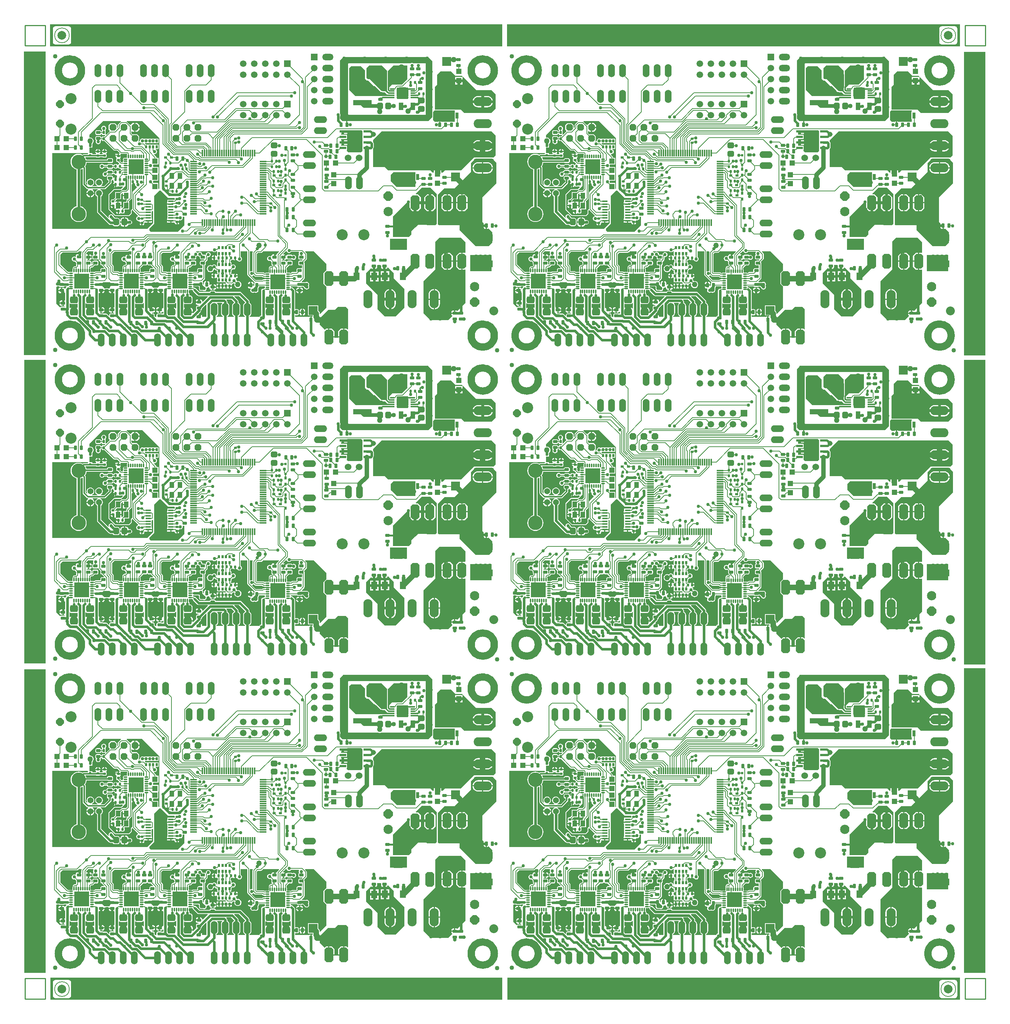
<source format=gtl>
G04 Layer_Physical_Order=1*
G04 Layer_Color=255*
%FSLAX24Y24*%
%MOIN*%
G70*
G01*
G75*
%ADD10C,0.0070*%
G04:AMPARAMS|DCode=11|XSize=78.7mil|YSize=78.7mil|CornerRadius=39.4mil|HoleSize=0mil|Usage=FLASHONLY|Rotation=90.000|XOffset=0mil|YOffset=0mil|HoleType=Round|Shape=RoundedRectangle|*
%AMROUNDEDRECTD11*
21,1,0.0787,0.0000,0,0,90.0*
21,1,0.0000,0.0787,0,0,90.0*
1,1,0.0787,0.0000,0.0000*
1,1,0.0787,0.0000,0.0000*
1,1,0.0787,0.0000,0.0000*
1,1,0.0787,0.0000,0.0000*
%
%ADD11ROUNDEDRECTD11*%
%ADD12C,0.0100*%
%ADD13C,0.0650*%
G04:AMPARAMS|DCode=14|XSize=29.1mil|YSize=39.4mil|CornerRadius=5.8mil|HoleSize=0mil|Usage=FLASHONLY|Rotation=270.000|XOffset=0mil|YOffset=0mil|HoleType=Round|Shape=RoundedRectangle|*
%AMROUNDEDRECTD14*
21,1,0.0291,0.0277,0,0,270.0*
21,1,0.0175,0.0394,0,0,270.0*
1,1,0.0117,-0.0139,-0.0087*
1,1,0.0117,-0.0139,0.0087*
1,1,0.0117,0.0139,0.0087*
1,1,0.0117,0.0139,-0.0087*
%
%ADD14ROUNDEDRECTD14*%
G04:AMPARAMS|DCode=15|XSize=29.1mil|YSize=39.4mil|CornerRadius=5.8mil|HoleSize=0mil|Usage=FLASHONLY|Rotation=0.000|XOffset=0mil|YOffset=0mil|HoleType=Round|Shape=RoundedRectangle|*
%AMROUNDEDRECTD15*
21,1,0.0291,0.0277,0,0,0.0*
21,1,0.0175,0.0394,0,0,0.0*
1,1,0.0117,0.0087,-0.0139*
1,1,0.0117,-0.0087,-0.0139*
1,1,0.0117,-0.0087,0.0139*
1,1,0.0117,0.0087,0.0139*
%
%ADD15ROUNDEDRECTD15*%
%ADD16R,0.0600X0.0240*%
%ADD17R,0.1970X0.1700*%
%ADD18R,0.0280X0.0560*%
%ADD19R,0.0600X0.0120*%
%ADD20R,0.0120X0.0600*%
G04:AMPARAMS|DCode=21|XSize=11mil|YSize=31.5mil|CornerRadius=4.4mil|HoleSize=0mil|Usage=FLASHONLY|Rotation=180.000|XOffset=0mil|YOffset=0mil|HoleType=Round|Shape=RoundedRectangle|*
%AMROUNDEDRECTD21*
21,1,0.0110,0.0227,0,0,180.0*
21,1,0.0022,0.0315,0,0,180.0*
1,1,0.0088,-0.0011,0.0113*
1,1,0.0088,0.0011,0.0113*
1,1,0.0088,0.0011,-0.0113*
1,1,0.0088,-0.0011,-0.0113*
%
%ADD21ROUNDEDRECTD21*%
G04:AMPARAMS|DCode=22|XSize=11mil|YSize=31.5mil|CornerRadius=4.4mil|HoleSize=0mil|Usage=FLASHONLY|Rotation=270.000|XOffset=0mil|YOffset=0mil|HoleType=Round|Shape=RoundedRectangle|*
%AMROUNDEDRECTD22*
21,1,0.0110,0.0227,0,0,270.0*
21,1,0.0022,0.0315,0,0,270.0*
1,1,0.0088,-0.0113,-0.0011*
1,1,0.0088,-0.0113,0.0011*
1,1,0.0088,0.0113,0.0011*
1,1,0.0088,0.0113,-0.0011*
%
%ADD22ROUNDEDRECTD22*%
%ADD23R,0.1370X0.1370*%
%ADD24R,0.1370X0.1370*%
G04:AMPARAMS|DCode=25|XSize=40mil|YSize=40mil|CornerRadius=20mil|HoleSize=0mil|Usage=FLASHONLY|Rotation=0.000|XOffset=0mil|YOffset=0mil|HoleType=Round|Shape=RoundedRectangle|*
%AMROUNDEDRECTD25*
21,1,0.0400,0.0000,0,0,0.0*
21,1,0.0000,0.0400,0,0,0.0*
1,1,0.0400,0.0000,0.0000*
1,1,0.0400,0.0000,0.0000*
1,1,0.0400,0.0000,0.0000*
1,1,0.0400,0.0000,0.0000*
%
%ADD25ROUNDEDRECTD25*%
%ADD26R,0.0480X0.0480*%
%ADD27R,0.0480X0.0480*%
%ADD28R,0.0420X0.0520*%
%ADD29R,0.0354X0.1299*%
%ADD30R,0.0240X0.0240*%
%ADD31R,0.1260X0.0630*%
%ADD32R,0.0280X0.0200*%
%ADD33R,0.0200X0.0280*%
%ADD34R,0.0790X0.0790*%
%ADD35R,0.0790X0.0790*%
%ADD36R,0.0500X0.0150*%
G04:AMPARAMS|DCode=37|XSize=63mil|YSize=71mil|CornerRadius=15.8mil|HoleSize=0mil|Usage=FLASHONLY|Rotation=270.000|XOffset=0mil|YOffset=0mil|HoleType=Round|Shape=RoundedRectangle|*
%AMROUNDEDRECTD37*
21,1,0.0630,0.0395,0,0,270.0*
21,1,0.0315,0.0710,0,0,270.0*
1,1,0.0315,-0.0198,-0.0158*
1,1,0.0315,-0.0198,0.0158*
1,1,0.0315,0.0198,0.0158*
1,1,0.0315,0.0198,-0.0158*
%
%ADD37ROUNDEDRECTD37*%
G04:AMPARAMS|DCode=38|XSize=22mil|YSize=24mil|CornerRadius=4.4mil|HoleSize=0mil|Usage=FLASHONLY|Rotation=0.000|XOffset=0mil|YOffset=0mil|HoleType=Round|Shape=RoundedRectangle|*
%AMROUNDEDRECTD38*
21,1,0.0220,0.0152,0,0,0.0*
21,1,0.0132,0.0240,0,0,0.0*
1,1,0.0088,0.0066,-0.0076*
1,1,0.0088,-0.0066,-0.0076*
1,1,0.0088,-0.0066,0.0076*
1,1,0.0088,0.0066,0.0076*
%
%ADD38ROUNDEDRECTD38*%
G04:AMPARAMS|DCode=39|XSize=22mil|YSize=24mil|CornerRadius=4.4mil|HoleSize=0mil|Usage=FLASHONLY|Rotation=270.000|XOffset=0mil|YOffset=0mil|HoleType=Round|Shape=RoundedRectangle|*
%AMROUNDEDRECTD39*
21,1,0.0220,0.0152,0,0,270.0*
21,1,0.0132,0.0240,0,0,270.0*
1,1,0.0088,-0.0076,-0.0066*
1,1,0.0088,-0.0076,0.0066*
1,1,0.0088,0.0076,0.0066*
1,1,0.0088,0.0076,-0.0066*
%
%ADD39ROUNDEDRECTD39*%
%ADD40R,0.0543X0.0709*%
%ADD41R,0.0200X0.0260*%
%ADD42R,0.0433X0.0669*%
G04:AMPARAMS|DCode=43|XSize=52mil|YSize=60mil|CornerRadius=13mil|HoleSize=0mil|Usage=FLASHONLY|Rotation=180.000|XOffset=0mil|YOffset=0mil|HoleType=Round|Shape=RoundedRectangle|*
%AMROUNDEDRECTD43*
21,1,0.0520,0.0340,0,0,180.0*
21,1,0.0260,0.0600,0,0,180.0*
1,1,0.0260,-0.0130,0.0170*
1,1,0.0260,0.0130,0.0170*
1,1,0.0260,0.0130,-0.0170*
1,1,0.0260,-0.0130,-0.0170*
%
%ADD43ROUNDEDRECTD43*%
G04:AMPARAMS|DCode=44|XSize=52mil|YSize=60mil|CornerRadius=13mil|HoleSize=0mil|Usage=FLASHONLY|Rotation=270.000|XOffset=0mil|YOffset=0mil|HoleType=Round|Shape=RoundedRectangle|*
%AMROUNDEDRECTD44*
21,1,0.0520,0.0340,0,0,270.0*
21,1,0.0260,0.0600,0,0,270.0*
1,1,0.0260,-0.0170,-0.0130*
1,1,0.0260,-0.0170,0.0130*
1,1,0.0260,0.0170,0.0130*
1,1,0.0260,0.0170,-0.0130*
%
%ADD44ROUNDEDRECTD44*%
%ADD45R,0.1673X0.0465*%
G04:AMPARAMS|DCode=46|XSize=50mil|YSize=50mil|CornerRadius=25mil|HoleSize=0mil|Usage=FLASHONLY|Rotation=90.000|XOffset=0mil|YOffset=0mil|HoleType=Round|Shape=RoundedRectangle|*
%AMROUNDEDRECTD46*
21,1,0.0500,0.0000,0,0,90.0*
21,1,0.0000,0.0500,0,0,90.0*
1,1,0.0500,0.0000,0.0000*
1,1,0.0500,0.0000,0.0000*
1,1,0.0500,0.0000,0.0000*
1,1,0.0500,0.0000,0.0000*
%
%ADD46ROUNDEDRECTD46*%
%ADD47C,0.0600*%
G04:AMPARAMS|DCode=48|XSize=105mil|YSize=105mil|CornerRadius=26.3mil|HoleSize=0mil|Usage=FLASHONLY|Rotation=180.000|XOffset=0mil|YOffset=0mil|HoleType=Round|Shape=RoundedRectangle|*
%AMROUNDEDRECTD48*
21,1,0.1050,0.0525,0,0,180.0*
21,1,0.0525,0.1050,0,0,180.0*
1,1,0.0525,-0.0263,0.0263*
1,1,0.0525,0.0263,0.0263*
1,1,0.0525,0.0263,-0.0263*
1,1,0.0525,-0.0263,-0.0263*
%
%ADD48ROUNDEDRECTD48*%
%ADD49R,0.0402X0.0118*%
%ADD50C,0.0240*%
%ADD51C,0.0320*%
%ADD52C,0.0500*%
%ADD53C,0.0080*%
%ADD54C,0.0400*%
%ADD55C,0.0200*%
%ADD56C,0.0120*%
%ADD57C,0.0250*%
%ADD58C,0.0160*%
%ADD59R,0.1299X0.1063*%
%ADD60R,0.1575X0.0984*%
%ADD61R,0.1929X0.1457*%
%ADD62R,0.0551X0.0472*%
G04:AMPARAMS|DCode=63|XSize=133mil|YSize=83mil|CornerRadius=0mil|HoleSize=0mil|Usage=FLASHONLY|Rotation=270.000|XOffset=0mil|YOffset=0mil|HoleType=Round|Shape=Octagon|*
%AMOCTAGOND63*
4,1,8,-0.0208,-0.0665,0.0208,-0.0665,0.0415,-0.0458,0.0415,0.0458,0.0208,0.0665,-0.0208,0.0665,-0.0415,0.0458,-0.0415,-0.0458,-0.0208,-0.0665,0.0*
%
%ADD63OCTAGOND63*%

%ADD64C,0.0591*%
%ADD65R,0.0591X0.0591*%
%ADD66O,0.0600X0.1200*%
%ADD67P,0.0758X8X292.5*%
%ADD68C,0.1000*%
%ADD69O,0.1200X0.0600*%
%ADD70O,0.1024X0.0591*%
%ADD71R,0.0591X0.0591*%
%ADD72C,0.1305*%
%ADD73C,0.0540*%
%ADD74O,0.1650X0.0825*%
%ADD75P,0.0909X8X112.5*%
%ADD76C,0.0840*%
%ADD77P,0.0671X8X22.5*%
%ADD78C,0.0600*%
%ADD79C,0.0800*%
%ADD80O,0.0825X0.1650*%
%ADD81C,0.0300*%
%ADD82C,0.0500*%
%ADD83C,0.0320*%
%ADD84C,0.0450*%
%ADD85C,0.0400*%
G36*
X96713Y12047D02*
X96713D01*
D01*
Y12047D01*
X96713Y12047D01*
D01*
D01*
X94774D01*
Y39616D01*
X96713D01*
Y12047D01*
D02*
G37*
G36*
Y39970D02*
X96713D01*
D01*
Y39970D01*
X96713Y39970D01*
D01*
D01*
X94774D01*
Y67549D01*
X96713D01*
Y39970D01*
D02*
G37*
G36*
X11585Y40069D02*
X11585D01*
D01*
Y40069D01*
X11585Y40069D01*
D01*
D01*
X9646D01*
Y67569D01*
X11585D01*
Y40069D01*
D02*
G37*
G36*
X52963Y9606D02*
X12008D01*
Y11604D01*
X52963D01*
Y9606D01*
D02*
G37*
G36*
X94429D02*
X53415D01*
Y11604D01*
X94429D01*
Y9606D01*
D02*
G37*
G36*
X11585Y12047D02*
X11585D01*
D01*
Y12047D01*
X11585Y12047D01*
D01*
D01*
X9646D01*
Y39518D01*
X11585D01*
Y12047D01*
D02*
G37*
G36*
X52953Y95955D02*
X11968D01*
Y97953D01*
X52953D01*
Y95955D01*
D02*
G37*
G36*
X94409D02*
X53376D01*
Y97953D01*
X94409D01*
Y95955D01*
D02*
G37*
G36*
X96713Y67972D02*
X96713D01*
D01*
Y67972D01*
X96713Y67972D01*
D01*
D01*
X94774D01*
Y95472D01*
X96713D01*
Y67972D01*
D02*
G37*
G36*
X11565Y68002D02*
X11565D01*
D01*
Y68002D01*
X11565Y68002D01*
D01*
D01*
X9626D01*
Y95502D01*
X11565D01*
Y68002D01*
D02*
G37*
%LPC*%
G36*
X13652Y97782D02*
Y97781D01*
X12470D01*
Y97782D01*
X12381Y97765D01*
X12306Y97714D01*
X12255Y97638D01*
X12237Y97549D01*
X12239D01*
Y96368D01*
X12237D01*
X12255Y96279D01*
X12306Y96203D01*
X12381Y96153D01*
X12470Y96135D01*
Y96136D01*
X13652D01*
Y96135D01*
X13741Y96153D01*
X13816Y96203D01*
X13867Y96279D01*
X13885Y96368D01*
X13883D01*
Y97549D01*
X13885D01*
X13867Y97638D01*
X13816Y97714D01*
X13741Y97765D01*
X13652Y97782D01*
D02*
G37*
G36*
X93947D02*
Y97781D01*
X92766D01*
Y97782D01*
X92676Y97765D01*
X92601Y97714D01*
X92550Y97638D01*
X92533Y97549D01*
X92534D01*
Y96368D01*
X92533D01*
X92550Y96279D01*
X92601Y96203D01*
X92676Y96153D01*
X92766Y96135D01*
Y96136D01*
X93947D01*
Y96135D01*
X94036Y96153D01*
X94112Y96203D01*
X94162Y96279D01*
X94180Y96368D01*
X94179D01*
Y97549D01*
X94180D01*
X94162Y97638D01*
X94112Y97714D01*
X94036Y97765D01*
X93947Y97782D01*
D02*
G37*
G36*
Y11385D02*
Y11383D01*
X92766D01*
Y11385D01*
X92676Y11367D01*
X92601Y11316D01*
X92550Y11241D01*
X92533Y11152D01*
X92534D01*
Y9970D01*
X92533D01*
X92550Y9881D01*
X92601Y9806D01*
X92676Y9755D01*
X92766Y9737D01*
Y9739D01*
X93947D01*
Y9737D01*
X94036Y9755D01*
X94112Y9806D01*
X94162Y9881D01*
X94180Y9970D01*
X94179D01*
Y11152D01*
X94180D01*
X94162Y11241D01*
X94112Y11316D01*
X94036Y11367D01*
X93947Y11385D01*
D02*
G37*
G36*
X13652D02*
Y11383D01*
X12470D01*
Y11385D01*
X12381Y11367D01*
X12306Y11316D01*
X12255Y11241D01*
X12237Y11152D01*
X12239D01*
Y9970D01*
X12237D01*
X12255Y9881D01*
X12306Y9806D01*
X12381Y9755D01*
X12470Y9737D01*
Y9739D01*
X13652D01*
Y9737D01*
X13741Y9755D01*
X13816Y9806D01*
X13867Y9881D01*
X13885Y9970D01*
X13883D01*
Y11152D01*
X13885D01*
X13867Y11241D01*
X13816Y11316D01*
X13741Y11367D01*
X13652Y11385D01*
D02*
G37*
%LPD*%
G36*
X45079Y28480D02*
X45068D01*
Y27780D01*
X45079D01*
Y27244D01*
X43386D01*
X42835Y27795D01*
Y28346D01*
X43071Y28583D01*
X45079D01*
Y28480D01*
D02*
G37*
G36*
X31604Y16655D02*
X31692Y16637D01*
X32087D01*
X32176Y16655D01*
X32211Y16678D01*
X32261Y16651D01*
Y16311D01*
X32211Y16292D01*
X32154Y16315D01*
X32087Y16324D01*
X31940D01*
Y15907D01*
X31840D01*
Y16324D01*
X31692D01*
X31625Y16315D01*
X31562Y16289D01*
X31543Y16274D01*
X31493Y16299D01*
Y16675D01*
X31543Y16695D01*
X31604Y16655D01*
D02*
G37*
G36*
X15314Y16655D02*
X15403Y16637D01*
X15798D01*
X15887Y16655D01*
X15937Y16688D01*
X15987Y16662D01*
Y16306D01*
X15937Y16282D01*
X15928Y16289D01*
X15865Y16315D01*
X15798Y16324D01*
X15650D01*
Y15907D01*
X15550D01*
Y16324D01*
X15403D01*
X15336Y16315D01*
X15273Y16289D01*
X15245Y16267D01*
X15195Y16292D01*
Y16688D01*
X15245Y16701D01*
X15314Y16655D01*
D02*
G37*
G36*
X14841Y21369D02*
X14837Y21362D01*
X14829Y21319D01*
X14829Y21319D01*
Y21181D01*
X14779Y21142D01*
X14755Y21146D01*
X14666D01*
Y20898D01*
X14566D01*
Y21146D01*
X14478D01*
X14416Y21134D01*
X14363Y21099D01*
X14328Y21047D01*
X14316Y20985D01*
Y20937D01*
X14272Y20914D01*
X14254Y20926D01*
X14168Y20943D01*
X14083Y20926D01*
X14010Y20877D01*
X13961Y20804D01*
X13944Y20719D01*
X13961Y20633D01*
X14010Y20560D01*
X14083Y20511D01*
X14168Y20494D01*
X14223Y20505D01*
X14347Y20382D01*
Y20275D01*
X14356Y20227D01*
Y20115D01*
X14296Y20055D01*
X14193D01*
X14193Y20055D01*
X14150Y20046D01*
X14113Y20022D01*
X14113Y20022D01*
X14073Y19982D01*
X14049Y19945D01*
X14040Y19903D01*
X14040Y19903D01*
Y19841D01*
X14034Y19831D01*
X14025Y19787D01*
Y19592D01*
X14010Y19555D01*
X13977Y19545D01*
X13779D01*
X13735Y19536D01*
X13725Y19530D01*
X13651D01*
X13637Y19543D01*
X13601Y19567D01*
X13569Y19574D01*
X12906Y20238D01*
Y21106D01*
X13116Y21316D01*
X14428D01*
X14428Y21316D01*
X14471Y21325D01*
X14508Y21349D01*
X14577Y21418D01*
X14815D01*
X14841Y21369D01*
D02*
G37*
G36*
X13857Y16655D02*
X13946Y16637D01*
X14341D01*
X14430Y16655D01*
X14453Y16670D01*
X14497Y16647D01*
Y16328D01*
X14447Y16299D01*
X14408Y16315D01*
X14341Y16324D01*
X14194D01*
Y15907D01*
X14094D01*
Y16324D01*
X13946D01*
X13879Y16315D01*
X13816Y16289D01*
X13787Y16266D01*
X13737Y16291D01*
Y16689D01*
X13787Y16702D01*
X13857Y16655D01*
D02*
G37*
G36*
X18326Y16655D02*
X18415Y16637D01*
X18810D01*
X18898Y16655D01*
X18926Y16673D01*
X18970Y16649D01*
Y16324D01*
X18920Y16297D01*
X18877Y16315D01*
X18810Y16324D01*
X18662D01*
Y15907D01*
X18562D01*
Y16324D01*
X18415D01*
X18347Y16315D01*
X18285Y16289D01*
X18265Y16274D01*
X18215Y16299D01*
Y16675D01*
X18265Y16695D01*
X18326Y16655D01*
D02*
G37*
G36*
X15420Y30311D02*
X15420Y30246D01*
X15385Y30211D01*
X15029D01*
X14978Y30201D01*
X14935Y30172D01*
X14920Y30158D01*
X14845Y30198D01*
X14709Y30240D01*
X14567Y30254D01*
X14425Y30240D01*
X14289Y30198D01*
X14164Y30131D01*
X14054Y30041D01*
X13963Y29931D01*
X13896Y29805D01*
X13855Y29669D01*
X13841Y29528D01*
X13855Y29386D01*
X13896Y29250D01*
X13963Y29124D01*
X14054Y29014D01*
X14164Y28924D01*
X14289Y28857D01*
X14373Y28831D01*
Y25492D01*
X14289Y25466D01*
X14164Y25399D01*
X14054Y25309D01*
X13963Y25199D01*
X13896Y25073D01*
X13855Y24937D01*
X13841Y24795D01*
X13855Y24654D01*
X13896Y24518D01*
X13963Y24392D01*
X14054Y24282D01*
X14164Y24192D01*
X14289Y24125D01*
X14425Y24083D01*
X14567Y24069D01*
X14709Y24083D01*
X14845Y24125D01*
X14970Y24192D01*
X15080Y24282D01*
X15171Y24392D01*
X15238Y24518D01*
X15279Y24654D01*
X15293Y24795D01*
X15279Y24937D01*
X15238Y25073D01*
X15171Y25199D01*
X15080Y25309D01*
X14970Y25399D01*
X14845Y25466D01*
X14761Y25492D01*
Y28831D01*
X14845Y28857D01*
X14903Y28888D01*
X14946Y28862D01*
Y27492D01*
X14956Y27441D01*
X14985Y27398D01*
X15311Y27072D01*
X15354Y27043D01*
X15405Y27033D01*
X15429D01*
X15440Y27011D01*
X15443Y26983D01*
X15373Y26929D01*
X15314Y26852D01*
X15276Y26762D01*
X15270Y26715D01*
X16004D01*
X15997Y26762D01*
X15960Y26852D01*
X15901Y26929D01*
X15831Y26983D01*
X15834Y27011D01*
X15845Y27033D01*
X16295D01*
X16305Y26983D01*
X16255Y26962D01*
X16184Y26908D01*
X16130Y26837D01*
X16096Y26754D01*
X16084Y26665D01*
X16096Y26577D01*
X16130Y26494D01*
X16184Y26423D01*
X16233Y26385D01*
Y25017D01*
X16248Y24943D01*
X16290Y24880D01*
X17302Y23869D01*
X17364Y23827D01*
X17438Y23812D01*
X17651D01*
X17692Y23751D01*
X17758Y23707D01*
X17836Y23691D01*
X18096D01*
X18174Y23707D01*
X18241Y23751D01*
X18285Y23817D01*
X18300Y23895D01*
Y24235D01*
X18285Y24313D01*
X18241Y24379D01*
X18174Y24423D01*
X18096Y24439D01*
X17866D01*
X17740Y24565D01*
X17727Y24633D01*
X17678Y24706D01*
X17606Y24754D01*
X17520Y24772D01*
X17434Y24754D01*
X17361Y24706D01*
X17312Y24633D01*
X17295Y24547D01*
X17309Y24480D01*
X17263Y24456D01*
X16621Y25098D01*
Y26385D01*
X16669Y26423D01*
X16724Y26494D01*
X16758Y26577D01*
X16770Y26665D01*
X16758Y26754D01*
X16724Y26837D01*
X16669Y26908D01*
X16598Y26962D01*
X16549Y26983D01*
X16559Y27033D01*
X16929D01*
X16980Y27043D01*
X17023Y27072D01*
X17512Y27561D01*
X17541Y27604D01*
X17551Y27655D01*
Y27833D01*
X17557D01*
X17607Y27843D01*
X17650Y27871D01*
X17666Y27895D01*
X17716Y27880D01*
Y27843D01*
X17727Y27786D01*
X17759Y27739D01*
X17783Y27723D01*
Y27664D01*
X17759Y27648D01*
X17727Y27601D01*
X17716Y27545D01*
Y27518D01*
X17929D01*
Y27469D01*
X17979D01*
Y27246D01*
X17995D01*
X18051Y27257D01*
X18098Y27289D01*
X18105Y27299D01*
X18157Y27310D01*
X18195Y27285D01*
X18240Y27276D01*
X18298D01*
X18305Y27275D01*
X18313Y27276D01*
X18371D01*
X18416Y27285D01*
X18448Y27306D01*
X18467D01*
X18487Y27293D01*
X18571Y27276D01*
X18584Y27257D01*
X18597Y27232D01*
X18425Y27060D01*
X17805D01*
X17778Y27054D01*
X17755Y27039D01*
X17312Y26596D01*
X17296Y26573D01*
X17291Y26545D01*
Y25217D01*
X17296Y25189D01*
X17312Y25166D01*
X17853Y24625D01*
X17876Y24609D01*
X17904Y24604D01*
X19124D01*
X19151Y24609D01*
X19174Y24625D01*
X19361Y24812D01*
X19377Y24835D01*
X19382Y24862D01*
Y25107D01*
X19417Y25137D01*
X19470Y25130D01*
X19471Y25128D01*
X19955Y24644D01*
X19938Y24590D01*
X19924Y24587D01*
X19851Y24539D01*
X19803Y24466D01*
X19786Y24380D01*
X19803Y24294D01*
X19851Y24221D01*
X19924Y24173D01*
X20004Y24157D01*
X20010Y24109D01*
X20010Y24108D01*
X19967Y24100D01*
X19931Y24075D01*
X19906Y24039D01*
X19898Y23996D01*
X19906Y23953D01*
X19931Y23917D01*
X19967Y23892D01*
X20010Y23884D01*
X20091D01*
X20093Y23874D01*
X20125Y23826D01*
X20173Y23794D01*
X20229Y23783D01*
X20255D01*
Y23996D01*
X20355D01*
Y23783D01*
X20381D01*
X20437Y23794D01*
X20485Y23826D01*
X20517Y23874D01*
X20528Y23930D01*
Y24014D01*
X20816D01*
Y24189D01*
X20866D01*
Y24239D01*
X21216D01*
Y24364D01*
X21186D01*
Y24544D01*
Y25019D01*
X21216D01*
Y25059D01*
X21255Y25077D01*
X21299Y25049D01*
Y23967D01*
X20768Y23435D01*
X12195D01*
Y30315D01*
X15372D01*
X15420Y30311D01*
D02*
G37*
G36*
X12810Y18219D02*
X12852Y18191D01*
X12902Y18181D01*
X13180D01*
X13230Y18191D01*
X13272Y18219D01*
X13283Y18235D01*
X13461D01*
X13477Y18185D01*
X13463Y18176D01*
X13406Y18119D01*
X13364Y18056D01*
X13363Y18051D01*
X13310Y18040D01*
X13294Y18065D01*
X13241Y18100D01*
X13180Y18112D01*
X13091D01*
Y17863D01*
Y17615D01*
X13180D01*
X13241Y17627D01*
X13294Y17662D01*
X13300Y17671D01*
X13350Y17656D01*
Y17004D01*
X13300Y16963D01*
X13287Y16965D01*
X13198D01*
Y16716D01*
Y16467D01*
X13268D01*
X13308Y16434D01*
X13308Y16433D01*
X13287Y16399D01*
X13010D01*
X12960Y16389D01*
X12917Y16361D01*
X12880Y16357D01*
X12559Y16678D01*
Y18194D01*
X12598Y18236D01*
X12799D01*
X12810Y18219D01*
D02*
G37*
G36*
X15910Y21369D02*
X15895Y21346D01*
X15878Y21260D01*
X15895Y21174D01*
X15918Y21140D01*
X15900Y21098D01*
X15858Y21069D01*
X15830Y21027D01*
X15820Y20977D01*
Y20802D01*
X15830Y20752D01*
X15858Y20710D01*
X15900Y20681D01*
X15951Y20671D01*
X16228D01*
X16278Y20681D01*
X16320Y20710D01*
X16332Y20727D01*
X16382Y20712D01*
Y20669D01*
X16382Y20669D01*
X16391Y20626D01*
X16415Y20590D01*
X16546Y20459D01*
X16542Y20440D01*
Y20265D01*
X16552Y20215D01*
X16580Y20172D01*
X16622Y20144D01*
X16672Y20134D01*
X16701D01*
X16707Y20103D01*
X16732Y20067D01*
X16867Y19932D01*
X16848Y19886D01*
X16672D01*
X16622Y19876D01*
X16580Y19847D01*
X16552Y19805D01*
X16542Y19755D01*
Y19594D01*
X16538Y19591D01*
X16093D01*
X16093Y19591D01*
X16050Y19582D01*
X16013Y19558D01*
X16013Y19558D01*
X15985Y19530D01*
X15955D01*
X15945Y19536D01*
X15901Y19545D01*
X15707D01*
X15670Y19556D01*
X15659Y19593D01*
Y19787D01*
X15650Y19831D01*
X15644Y19841D01*
Y19885D01*
X15716Y19957D01*
X15804D01*
X15804Y19957D01*
X15847Y19965D01*
X15883Y19990D01*
X16030Y20136D01*
X16228D01*
X16278Y20146D01*
X16320Y20174D01*
X16349Y20217D01*
X16358Y20267D01*
Y20441D01*
X16349Y20491D01*
X16320Y20534D01*
X16278Y20562D01*
X16228Y20572D01*
X15951D01*
X15900Y20562D01*
X15858Y20534D01*
X15830Y20491D01*
X15820Y20441D01*
Y20267D01*
X15823Y20251D01*
X15789Y20216D01*
X15772Y20218D01*
X15732Y20267D01*
Y20441D01*
X15722Y20491D01*
X15694Y20534D01*
X15651Y20562D01*
X15601Y20572D01*
X15324D01*
X15297Y20606D01*
X15306Y20617D01*
X15337Y20641D01*
X15413D01*
Y20889D01*
Y21138D01*
X15324D01*
X15300Y21133D01*
X15250Y21173D01*
Y21229D01*
X15439Y21418D01*
X15884D01*
X15910Y21369D01*
D02*
G37*
G36*
X52362Y31890D02*
Y30118D01*
X52165Y29921D01*
X50394D01*
X49213Y28740D01*
X47736D01*
X47539Y28543D01*
X47427D01*
Y28752D01*
X47337D01*
Y28412D01*
X46837D01*
Y28752D01*
X46747D01*
Y28543D01*
X46654D01*
X46457Y28740D01*
X42618D01*
X42323Y29035D01*
X41240D01*
Y30710D01*
X41249Y30719D01*
X41291Y30782D01*
X41306Y30856D01*
Y31191D01*
X41291Y31265D01*
X41249Y31328D01*
X41240Y31337D01*
Y31496D01*
X42028Y32283D01*
X51968Y32283D01*
X52362Y31890D01*
D02*
G37*
G36*
X19338Y21166D02*
X19288Y21129D01*
X19257Y21135D01*
X19168D01*
Y20886D01*
X19068D01*
Y21135D01*
X18980D01*
X18918Y21123D01*
X18866Y21088D01*
X18831Y21035D01*
X18819Y20974D01*
Y20936D01*
X18774Y20912D01*
X18754Y20926D01*
X18669Y20943D01*
X18583Y20926D01*
X18510Y20877D01*
X18461Y20804D01*
X18444Y20719D01*
X18461Y20633D01*
X18510Y20560D01*
X18583Y20511D01*
X18669Y20494D01*
X18723Y20505D01*
X18849Y20379D01*
Y20263D01*
X18853Y20244D01*
X18805Y20196D01*
X18734D01*
X18734Y20196D01*
X18691Y20187D01*
X18655Y20163D01*
X18655Y20163D01*
X18582Y20091D01*
X18558Y20054D01*
X18549Y20012D01*
X18549Y20012D01*
Y19841D01*
X18543Y19831D01*
X18534Y19787D01*
Y19592D01*
X18519Y19555D01*
X18486Y19545D01*
X18288D01*
X18244Y19536D01*
X18243Y19536D01*
X18202Y19577D01*
X18165Y19602D01*
X18122Y19610D01*
X18122Y19610D01*
X17763D01*
X17750Y19623D01*
Y20040D01*
X17750Y20040D01*
X17741Y20083D01*
X17717Y20120D01*
X17608Y20229D01*
Y21173D01*
X17803Y21368D01*
X19003D01*
X19003Y21368D01*
X19046Y21377D01*
X19082Y21401D01*
X19099Y21418D01*
X19338D01*
Y21166D01*
D02*
G37*
G36*
X46998Y26598D02*
Y23898D01*
X46880Y23780D01*
X46132D01*
X46093Y23819D01*
X45305D01*
X45069Y23583D01*
X44724Y23238D01*
X44724Y22933D01*
X44491Y22700D01*
X43083Y22700D01*
X43048Y22735D01*
Y24325D01*
X43048Y24563D01*
X44487Y26002D01*
X44534Y25983D01*
Y25302D01*
X44791Y25044D01*
X44928D01*
Y25809D01*
X45048D01*
Y25929D01*
X45564D01*
Y26317D01*
X45306Y26574D01*
X45125D01*
X45106Y26621D01*
X45650Y27165D01*
X46431D01*
X46998Y26598D01*
D02*
G37*
G36*
X20476Y16697D02*
Y16279D01*
X20426Y16259D01*
X20386Y16289D01*
X20324Y16315D01*
X20257Y16324D01*
X20109D01*
Y15907D01*
X20009D01*
Y16324D01*
X19862D01*
X19794Y16315D01*
X19732Y16289D01*
X19722Y16282D01*
X19672Y16306D01*
Y16662D01*
X19722Y16688D01*
X19773Y16655D01*
X19862Y16637D01*
X20257D01*
X20345Y16655D01*
X20421Y16705D01*
X20426Y16712D01*
X20476Y16697D01*
D02*
G37*
G36*
X23752Y21369D02*
X23733Y21339D01*
X23724Y21296D01*
X23724Y21296D01*
Y21173D01*
X23674Y21132D01*
X23657Y21135D01*
X23568D01*
Y20886D01*
X23468D01*
Y21135D01*
X23380D01*
X23318Y21123D01*
X23266Y21088D01*
X23231Y21035D01*
X23219Y20974D01*
Y20936D01*
X23174Y20912D01*
X23154Y20926D01*
X23068Y20943D01*
X22983Y20926D01*
X22910Y20877D01*
X22861Y20804D01*
X22844Y20719D01*
X22861Y20633D01*
X22910Y20560D01*
X22983Y20511D01*
X23068Y20494D01*
X23132Y20507D01*
X23249Y20389D01*
Y20263D01*
X23253Y20244D01*
X23191Y20182D01*
X23120D01*
X23120Y20182D01*
X23077Y20174D01*
X23041Y20149D01*
X23041Y20149D01*
X22968Y20077D01*
X22944Y20041D01*
X22936Y19998D01*
X22936Y19998D01*
Y19841D01*
X22929Y19831D01*
X22920Y19787D01*
Y19592D01*
X22905Y19555D01*
X22872Y19545D01*
X22674D01*
X22630Y19536D01*
X22620Y19530D01*
X22597D01*
X22582Y19545D01*
X22546Y19569D01*
X22503Y19578D01*
X22503Y19578D01*
X22215D01*
X22199Y19594D01*
Y20042D01*
X22199Y20042D01*
X22190Y20084D01*
X22166Y20121D01*
X22166Y20121D01*
X22049Y20237D01*
Y21156D01*
X22183Y21290D01*
X22952D01*
X22952Y21290D01*
X22995Y21298D01*
X23031Y21322D01*
X23127Y21418D01*
X23738D01*
X23752Y21369D01*
D02*
G37*
G36*
X18568Y26663D02*
Y26512D01*
X18878D01*
Y26462D01*
X18928D01*
Y26082D01*
X18939Y26056D01*
X18907Y26024D01*
X18883Y25988D01*
X18874Y25945D01*
X18874Y25945D01*
Y25880D01*
X18598D01*
Y25428D01*
X18504Y25334D01*
X18463Y25346D01*
X18454Y25353D01*
Y25500D01*
X18144D01*
Y25550D01*
X18094D01*
Y25910D01*
X17879D01*
Y25969D01*
X18043Y26132D01*
X18424D01*
Y26584D01*
X18522Y26682D01*
X18568Y26663D01*
D02*
G37*
G36*
X37008Y20279D02*
Y19694D01*
X37001D01*
X36758Y19452D01*
Y18467D01*
X37001Y18224D01*
X37008D01*
Y16299D01*
X36463Y15754D01*
X36416Y15773D01*
Y15796D01*
X36405Y15880D01*
X36373Y15958D01*
X36322Y16024D01*
X36292Y16054D01*
Y16528D01*
X35362D01*
Y15598D01*
X35771D01*
Y15535D01*
X35732Y15503D01*
X35715Y15507D01*
X35678D01*
Y15207D01*
X35578D01*
Y15507D01*
X35541D01*
X35479Y15494D01*
X35446Y15472D01*
X34170D01*
Y15598D01*
X34209Y15630D01*
X34213Y15629D01*
X34388D01*
X34438Y15639D01*
X34481Y15667D01*
X34509Y15710D01*
X34519Y15760D01*
Y16037D01*
X34509Y16087D01*
X34481Y16130D01*
X34438Y16158D01*
X34388Y16168D01*
X34213D01*
X34209Y16167D01*
X34170Y16199D01*
Y17835D01*
X34155Y17909D01*
X34113Y17972D01*
X33978Y18107D01*
X33915Y18149D01*
X33841Y18163D01*
X33811Y18157D01*
X33788Y18198D01*
X33818Y18248D01*
X34342D01*
X34356Y18228D01*
X34398Y18199D01*
X34448Y18189D01*
X34725D01*
X34775Y18199D01*
X34816Y18226D01*
X34901D01*
X35028Y18100D01*
X35029Y18093D01*
X35078Y18021D01*
X35150Y17972D01*
X35236Y17955D01*
X35322Y17972D01*
X35395Y18021D01*
X35443Y18093D01*
X35461Y18179D01*
X35443Y18265D01*
X35426Y18292D01*
Y18313D01*
X35443Y18339D01*
X35461Y18425D01*
X35443Y18511D01*
X35395Y18584D01*
X35322Y18632D01*
X35236Y18650D01*
X35150Y18632D01*
X35138Y18624D01*
X34786D01*
X34765Y18674D01*
X35001Y18909D01*
X35001Y18909D01*
X35025Y18946D01*
X35033Y18988D01*
Y20354D01*
X35025Y20397D01*
X35013Y20414D01*
Y20441D01*
X35008Y20467D01*
X35224Y20682D01*
X35247Y20717D01*
X35255Y20758D01*
X35255Y20758D01*
Y21158D01*
X35247Y21199D01*
X35224Y21233D01*
X35224Y21233D01*
X35085Y21372D01*
X35104Y21418D01*
X35868D01*
X37008Y20279D01*
D02*
G37*
G36*
X32723Y21372D02*
X32554Y21203D01*
X32530Y21167D01*
X32519Y21124D01*
X32517Y21125D01*
X32474Y21132D01*
X32457Y21135D01*
X32369D01*
Y20886D01*
X32269D01*
Y21135D01*
X32180D01*
X32118Y21123D01*
X32066Y21088D01*
X32031Y21035D01*
X32022Y20991D01*
X31974Y20963D01*
X31954Y20976D01*
X31869Y20993D01*
X31783Y20976D01*
X31710Y20927D01*
X31661Y20854D01*
X31644Y20768D01*
X31661Y20683D01*
X31710Y20610D01*
X31783Y20561D01*
X31869Y20544D01*
X31950Y20560D01*
X32053Y20458D01*
X32049Y20438D01*
Y20263D01*
X32059Y20213D01*
X32087Y20171D01*
X32096Y20165D01*
X32100Y20115D01*
X32067Y20081D01*
X31978D01*
X31978Y20081D01*
X31935Y20072D01*
X31899Y20048D01*
X31899Y20048D01*
X31849Y19998D01*
X31824Y19961D01*
X31816Y19919D01*
X31816Y19919D01*
Y19772D01*
X31810Y19762D01*
X31801Y19718D01*
Y19523D01*
X31786Y19486D01*
X31753Y19476D01*
X31555D01*
X31510Y19467D01*
X31501Y19461D01*
X31399D01*
X31384Y19476D01*
X31347Y19500D01*
X31304Y19509D01*
X31304Y19509D01*
X30726D01*
X30718Y19516D01*
Y21189D01*
X30808Y21279D01*
X31091D01*
X31091Y21279D01*
X31134Y21288D01*
X31171Y21312D01*
X31277Y21418D01*
X32704D01*
X32723Y21372D01*
D02*
G37*
G36*
X49606Y22244D02*
Y21293D01*
X49560Y21274D01*
X49550Y21284D01*
X49342D01*
Y20519D01*
Y19754D01*
X49550D01*
X49560Y19765D01*
X49606Y19746D01*
X49606Y16752D01*
X48877Y16022D01*
X48842Y16046D01*
X48780Y16058D01*
X48692D01*
Y15809D01*
X48642D01*
Y15759D01*
X48342D01*
Y15722D01*
X48354Y15660D01*
X48389Y15608D01*
X48400Y15600D01*
X48405Y15551D01*
X48041Y15187D01*
X46447Y15187D01*
X45827Y15807D01*
X45827Y18701D01*
X46890Y19764D01*
Y22283D01*
X47244Y22638D01*
X49213D01*
X49606Y22244D01*
D02*
G37*
G36*
X29856Y19309D02*
X29856Y19309D01*
X29865Y19267D01*
X29889Y19230D01*
X30497Y18622D01*
X30502Y18613D01*
X30506Y18555D01*
X30493Y18535D01*
X30483Y18485D01*
Y18289D01*
X30464Y18275D01*
X30422Y18296D01*
X29917D01*
Y18208D01*
X29929Y18146D01*
X29964Y18094D01*
X30016Y18059D01*
X30078Y18047D01*
X30145D01*
X30172Y17997D01*
X30147Y17960D01*
X30130Y17874D01*
X30147Y17788D01*
X30196Y17715D01*
X30268Y17667D01*
X30354Y17650D01*
X30440Y17667D01*
X30467Y17685D01*
X30518D01*
X30544Y17667D01*
X30630Y17650D01*
X30716Y17667D01*
X30789Y17715D01*
X30837Y17788D01*
X30846Y17834D01*
X30847Y17834D01*
X30849Y17841D01*
X30853Y17847D01*
X30855Y17854D01*
X30857Y17860D01*
X30857Y17867D01*
X30859Y17874D01*
Y18101D01*
X30881Y18115D01*
X30909Y18158D01*
X30919Y18208D01*
Y18248D01*
X31413D01*
X31444Y18198D01*
X31438Y18171D01*
Y18149D01*
X31442Y18132D01*
X31441Y18124D01*
X31412Y18080D01*
X31406Y18076D01*
X31391Y18073D01*
X31355Y18049D01*
X31355Y18049D01*
X31328Y18023D01*
X31299Y18028D01*
X31225Y18014D01*
X31162Y17972D01*
X31120Y17909D01*
X31105Y17835D01*
Y15594D01*
X31090D01*
X31040Y15584D01*
X30997Y15556D01*
X30969Y15514D01*
X30961Y15472D01*
X30040D01*
Y15524D01*
X30110Y15578D01*
X30170Y15655D01*
X30207Y15745D01*
X30220Y15842D01*
Y16442D01*
X30207Y16538D01*
X30170Y16628D01*
X30110Y16706D01*
X30040Y16759D01*
Y16876D01*
X30025Y16950D01*
X29983Y17013D01*
X29308Y17689D01*
X29245Y17731D01*
X29171Y17745D01*
X26984D01*
X26978Y17778D01*
X26950Y17821D01*
X26907Y17849D01*
X26857Y17859D01*
X26580D01*
X26530Y17849D01*
X26487Y17821D01*
X26459Y17778D01*
X26453Y17745D01*
X25521D01*
X25216Y18050D01*
X25153Y18092D01*
X25079Y18107D01*
X25049Y18101D01*
X25033Y18118D01*
X24996Y18142D01*
X24967Y18148D01*
X24939Y18187D01*
X24935Y18197D01*
X24946Y18232D01*
X24962Y18240D01*
X25003Y18231D01*
X25433D01*
X25458Y18194D01*
X25480Y18180D01*
Y17992D01*
X25485Y17965D01*
X25501Y17942D01*
X25519Y17923D01*
Y17913D01*
X25525Y17886D01*
X25540Y17863D01*
X25563Y17847D01*
X25591Y17842D01*
X25832D01*
X25859Y17824D01*
X25945Y17807D01*
X26031Y17824D01*
X26103Y17873D01*
X26152Y17946D01*
X26169Y18032D01*
X26160Y18075D01*
X26202Y18125D01*
X26261D01*
X26322Y18138D01*
X26369Y18168D01*
X26395Y18161D01*
X26419Y18148D01*
Y18089D01*
X26431Y18027D01*
X26466Y17975D01*
X26518Y17940D01*
X26580Y17927D01*
X26669D01*
Y18176D01*
Y18425D01*
X26580D01*
X26518Y18413D01*
X26472Y18382D01*
X26446Y18389D01*
X26422Y18402D01*
Y18564D01*
X26410Y18626D01*
X26375Y18678D01*
X26322Y18713D01*
X26261Y18725D01*
X26223D01*
Y18425D01*
X26123D01*
Y18725D01*
X26086D01*
X26024Y18713D01*
X25972Y18678D01*
X25937Y18626D01*
X25924Y18564D01*
Y18450D01*
X25874Y18425D01*
X25856Y18439D01*
Y18564D01*
X25846Y18614D01*
X25818Y18656D01*
X25811Y18661D01*
X25806Y18711D01*
X25987Y18891D01*
X25987Y18891D01*
X26011Y18928D01*
X26020Y18971D01*
X26020Y18971D01*
Y20149D01*
X26058Y20174D01*
X26086Y20217D01*
X26096Y20267D01*
Y20441D01*
X26092Y20461D01*
X26223Y20592D01*
X26247Y20628D01*
X26256Y20671D01*
X26256Y20671D01*
Y20867D01*
X26294Y20899D01*
X26319Y20894D01*
X26404Y20911D01*
X26477Y20960D01*
X26526Y21033D01*
X26543Y21119D01*
X26526Y21204D01*
X26477Y21277D01*
X26404Y21326D01*
X26319Y21343D01*
X26233Y21326D01*
X26160Y21277D01*
X26111Y21204D01*
X26094Y21119D01*
X26098Y21098D01*
X26071Y21079D01*
X26054Y21072D01*
X26015Y21098D01*
X25965Y21108D01*
X25814D01*
X25775Y21142D01*
X25758Y21228D01*
X25710Y21300D01*
X25637Y21349D01*
X25551Y21366D01*
X25465Y21349D01*
X25393Y21300D01*
X25381Y21293D01*
X25338D01*
X25326Y21310D01*
X25253Y21359D01*
X25204Y21369D01*
X25209Y21418D01*
X26699D01*
X26713Y21397D01*
X26785Y21349D01*
X26871Y21332D01*
X26957Y21349D01*
X27030Y21397D01*
X27044Y21418D01*
X27067D01*
X27116Y21416D01*
Y21021D01*
X27082Y20990D01*
X27032Y20999D01*
X27027Y21007D01*
X26979Y21038D01*
X26923Y21050D01*
X26907D01*
Y20827D01*
Y20604D01*
X26923D01*
X26979Y20615D01*
X27027Y20647D01*
X27034Y20657D01*
X27086Y20669D01*
X27124Y20643D01*
X27168Y20635D01*
X27174D01*
Y20397D01*
X27116D01*
Y20050D01*
X27066Y20045D01*
X27058Y20086D01*
X27009Y20159D01*
X26936Y20207D01*
X26850Y20224D01*
X26765Y20207D01*
X26692Y20159D01*
X26669Y20125D01*
X26599Y20154D01*
X26516Y20165D01*
X26432Y20154D01*
X26354Y20122D01*
X26288Y20071D01*
X26236Y20004D01*
X26204Y19926D01*
X26193Y19843D01*
X26204Y19759D01*
X26236Y19681D01*
X26288Y19614D01*
X26354Y19563D01*
X26432Y19531D01*
X26516Y19520D01*
X26599Y19531D01*
X26677Y19563D01*
X26744Y19614D01*
X26795Y19681D01*
X26828Y19759D01*
X26828Y19759D01*
X26850Y19776D01*
X26905Y19787D01*
X26990Y19702D01*
X26990Y19702D01*
X27026Y19678D01*
X27069Y19669D01*
X27116Y19668D01*
Y19461D01*
X27174D01*
Y19385D01*
X27139D01*
X27094Y19376D01*
X27057Y19351D01*
X27004Y19363D01*
X26998Y19373D01*
X26950Y19405D01*
X26894Y19416D01*
X26878D01*
Y19193D01*
Y18970D01*
X26894D01*
X26950Y18981D01*
X26998Y19013D01*
X27004Y19023D01*
X27057Y19035D01*
X27094Y19010D01*
X27116Y18999D01*
Y18599D01*
X27880D01*
X27939Y18540D01*
X27920Y18493D01*
X27656D01*
Y18263D01*
Y18033D01*
X27873D01*
Y18263D01*
X27973D01*
Y18033D01*
X28188D01*
Y18263D01*
X28238D01*
Y18313D01*
X28438D01*
Y18393D01*
X28465Y18431D01*
X28507Y18440D01*
X28544Y18464D01*
X28607Y18527D01*
X28643Y18520D01*
X28668Y18501D01*
X28682Y18469D01*
X28673Y18406D01*
X28684Y18322D01*
X28717Y18244D01*
X28768Y18177D01*
X28835Y18126D01*
X28913Y18094D01*
X28996Y18083D01*
X29080Y18094D01*
X29157Y18126D01*
X29224Y18177D01*
X29276Y18244D01*
X29308Y18322D01*
X29319Y18406D01*
X29308Y18489D01*
X29276Y18567D01*
X29224Y18634D01*
X29157Y18685D01*
X29080Y18717D01*
X28996Y18728D01*
X28933Y18720D01*
X28900Y18734D01*
X28882Y18759D01*
X28869Y18826D01*
X28820Y18899D01*
X28803Y18910D01*
X28818Y18960D01*
X28829D01*
X28885Y18971D01*
X28933Y19003D01*
X28964Y19051D01*
X28976Y19107D01*
Y19133D01*
X28763D01*
Y19183D01*
X28713D01*
Y19406D01*
X28697D01*
X28641Y19395D01*
X28593Y19363D01*
X28586Y19353D01*
X28534Y19341D01*
X28496Y19366D01*
X28452Y19375D01*
X28372D01*
X28350Y19397D01*
Y19461D01*
X28408D01*
Y19667D01*
X28528Y19787D01*
X28583Y19776D01*
X28669Y19793D01*
X28741Y19841D01*
X28790Y19914D01*
X28807Y20000D01*
X28790Y20086D01*
X28741Y20159D01*
X28669Y20207D01*
X28583Y20224D01*
X28497Y20207D01*
X28458Y20181D01*
X28408Y20208D01*
Y20397D01*
X28350D01*
Y20583D01*
X28392Y20625D01*
X28452D01*
X28496Y20634D01*
X28534Y20659D01*
X28586Y20647D01*
X28593Y20637D01*
X28641Y20605D01*
X28697Y20594D01*
X28713D01*
Y20817D01*
X28813D01*
Y20594D01*
X28829D01*
X28885Y20605D01*
X28894Y20611D01*
X28961Y20596D01*
X28985Y20560D01*
X29058Y20511D01*
X29144Y20494D01*
X29230Y20511D01*
X29302Y20560D01*
X29351Y20633D01*
X29368Y20719D01*
X29351Y20804D01*
X29302Y20877D01*
X29256Y20908D01*
Y21418D01*
X29856D01*
Y19309D01*
D02*
G37*
G36*
X17198Y17982D02*
X17283Y17965D01*
X17297Y17922D01*
X17598D01*
Y17872D01*
X17648D01*
Y17623D01*
X17737D01*
X17778Y17631D01*
X17828Y17599D01*
Y16392D01*
X17778Y16351D01*
X17757Y16355D01*
X17668D01*
Y16106D01*
Y15857D01*
X17750D01*
X17767Y15847D01*
X17790Y15823D01*
X17757Y15789D01*
X17480D01*
X17430Y15779D01*
X17387Y15751D01*
X17359Y15708D01*
X17349Y15658D01*
Y15592D01*
X17303Y15573D01*
X17168Y15708D01*
X17106Y15750D01*
X17031Y15765D01*
X16819D01*
X16797Y15779D01*
X16747Y15789D01*
X16543D01*
X16529Y15807D01*
X16554Y15857D01*
X16559D01*
Y16106D01*
Y16355D01*
X16470D01*
X16425Y16346D01*
X16375Y16376D01*
Y17599D01*
X16425Y17631D01*
X16466Y17623D01*
X16554D01*
Y17872D01*
X16604D01*
Y17922D01*
X16904D01*
Y17928D01*
X16950Y17970D01*
X16978Y17965D01*
X17064Y17982D01*
X17091Y17999D01*
X17171D01*
X17198Y17982D01*
D02*
G37*
G36*
X33783Y16697D02*
Y16279D01*
X33733Y16259D01*
X33693Y16289D01*
X33631Y16315D01*
X33564Y16324D01*
X33416D01*
Y15907D01*
X33316D01*
Y16324D01*
X33169D01*
X33101Y16315D01*
X33065Y16300D01*
X33015Y16330D01*
Y16645D01*
X33059Y16669D01*
X33080Y16655D01*
X33169Y16637D01*
X33564D01*
X33652Y16655D01*
X33728Y16705D01*
X33733Y16712D01*
X33783Y16697D01*
D02*
G37*
G36*
X23410Y16729D02*
Y16256D01*
X23360Y16239D01*
X23354Y16248D01*
X23300Y16289D01*
X23237Y16315D01*
X23170Y16324D01*
X23022D01*
Y15907D01*
X22922D01*
Y16324D01*
X22775D01*
X22708Y16315D01*
X22671Y16300D01*
X22621Y16330D01*
Y16645D01*
X22665Y16669D01*
X22686Y16655D01*
X22775Y16637D01*
X23170D01*
X23259Y16655D01*
X23334Y16705D01*
X23360Y16744D01*
X23410Y16729D01*
D02*
G37*
G36*
X25393Y20983D02*
X25465Y20935D01*
X25551Y20917D01*
X25557Y20912D01*
Y20802D01*
X25567Y20752D01*
X25596Y20710D01*
X25638Y20681D01*
X25688Y20671D01*
X25915D01*
X25935Y20621D01*
X25886Y20572D01*
X25688D01*
X25638Y20562D01*
X25596Y20534D01*
X25567Y20491D01*
X25557Y20441D01*
Y20267D01*
X25567Y20217D01*
X25596Y20174D01*
X25638Y20146D01*
X25688Y20136D01*
X25795D01*
Y19920D01*
X25745Y19882D01*
X25729Y19886D01*
X25452D01*
X25402Y19876D01*
X25359Y19847D01*
X25331Y19805D01*
X25321Y19755D01*
Y19580D01*
X25306Y19561D01*
X24916D01*
X24916Y19561D01*
X24873Y19552D01*
X24844Y19534D01*
X24841Y19536D01*
X24796Y19545D01*
X24602D01*
X24566Y19556D01*
X24554Y19593D01*
Y19787D01*
X24545Y19831D01*
X24539Y19841D01*
Y19912D01*
X24584Y19957D01*
X24667D01*
X24667Y19957D01*
X24710Y19965D01*
X24747Y19990D01*
X24891Y20134D01*
X25089D01*
X25139Y20144D01*
X25182Y20172D01*
X25210Y20215D01*
X25220Y20265D01*
Y20440D01*
X25210Y20490D01*
X25182Y20532D01*
X25139Y20561D01*
X25089Y20571D01*
X24812D01*
X24762Y20561D01*
X24720Y20532D01*
X24691Y20490D01*
X24691Y20487D01*
X24640D01*
X24639Y20490D01*
X24611Y20532D01*
X24569Y20561D01*
X24518Y20571D01*
X24241D01*
X24214Y20565D01*
X24169Y20599D01*
X24169Y20610D01*
X24214Y20644D01*
X24241Y20639D01*
X24330D01*
Y20888D01*
X24430D01*
Y20639D01*
X24518D01*
X24580Y20651D01*
X24633Y20686D01*
X24653Y20717D01*
X24711Y20721D01*
X24711Y20721D01*
X24720Y20708D01*
X24762Y20680D01*
X24812Y20670D01*
X25089D01*
X25139Y20680D01*
X25182Y20708D01*
X25210Y20750D01*
X25220Y20800D01*
Y20938D01*
X25253Y20944D01*
X25326Y20993D01*
X25337Y21000D01*
X25381D01*
X25393Y20983D01*
D02*
G37*
G36*
X33425Y21400D02*
X33473Y21328D01*
X33546Y21279D01*
X33632Y21262D01*
X33718Y21279D01*
X33791Y21328D01*
X33825Y21379D01*
X34522D01*
X34549Y21329D01*
X34527Y21296D01*
X34510Y21211D01*
X34527Y21125D01*
X34548Y21093D01*
X34513Y21069D01*
X34485Y21027D01*
X34475Y20977D01*
Y20802D01*
X34485Y20752D01*
X34513Y20710D01*
X34555Y20681D01*
X34606Y20671D01*
X34839D01*
X34860Y20621D01*
X34811Y20572D01*
X34606D01*
X34555Y20562D01*
X34513Y20534D01*
X34485Y20491D01*
X34475Y20441D01*
Y20267D01*
X34485Y20217D01*
X34513Y20174D01*
X34555Y20146D01*
X34606Y20136D01*
X34809D01*
Y19908D01*
X34759Y19879D01*
X34725Y19886D01*
X34448D01*
X34398Y19876D01*
X34356Y19847D01*
X34327Y19805D01*
X34317Y19755D01*
Y19580D01*
X34274Y19541D01*
X33937D01*
X33937Y19541D01*
X33894Y19533D01*
X33858Y19508D01*
X33810Y19461D01*
X33730D01*
X33721Y19467D01*
X33676Y19476D01*
X33482D01*
X33446Y19488D01*
X33434Y19524D01*
Y19718D01*
X33426Y19762D01*
X33419Y19772D01*
Y19924D01*
X33631Y20136D01*
X33830D01*
X33880Y20146D01*
X33922Y20174D01*
X33950Y20217D01*
X33960Y20267D01*
Y20441D01*
X33950Y20491D01*
X33922Y20534D01*
X33880Y20562D01*
X33830Y20572D01*
X33552D01*
X33502Y20562D01*
X33460Y20534D01*
X33432Y20491D01*
X33431Y20489D01*
X33380D01*
X33379Y20491D01*
X33351Y20534D01*
X33309Y20562D01*
X33259Y20572D01*
X32982D01*
X32955Y20606D01*
X32960Y20612D01*
X32995Y20641D01*
X33070D01*
Y20889D01*
X33170D01*
Y20641D01*
X33259D01*
X33320Y20653D01*
X33373Y20688D01*
X33393Y20719D01*
X33451Y20722D01*
X33451Y20722D01*
X33460Y20710D01*
X33502Y20681D01*
X33552Y20671D01*
X33830D01*
X33880Y20681D01*
X33908Y20700D01*
X33969Y20659D01*
X34055Y20642D01*
X34141Y20659D01*
X34214Y20708D01*
X34262Y20780D01*
X34279Y20866D01*
X34262Y20952D01*
X34214Y21025D01*
X34141Y21073D01*
X34055Y21090D01*
X33969Y21073D01*
X33935Y21050D01*
X33922Y21069D01*
X33880Y21098D01*
X33830Y21108D01*
X33552D01*
X33502Y21098D01*
X33460Y21069D01*
X33451Y21057D01*
X33451Y21056D01*
X33393Y21060D01*
X33373Y21091D01*
X33320Y21126D01*
X33259Y21138D01*
X33115D01*
X33096Y21184D01*
X33185Y21274D01*
X33199Y21295D01*
X33322Y21418D01*
X33421D01*
X33425Y21400D01*
D02*
G37*
G36*
X24845Y17918D02*
X24888Y17900D01*
X24900Y17839D01*
X24942Y17776D01*
X25303Y17415D01*
X25366Y17373D01*
X25440Y17358D01*
X26258D01*
X26277Y17312D01*
X25815Y16849D01*
X25768Y16868D01*
Y16894D01*
X25756Y16955D01*
X25721Y17008D01*
X25669Y17043D01*
X25607Y17055D01*
X25519D01*
Y16806D01*
X25468D01*
Y16756D01*
X25169D01*
Y16719D01*
X25181Y16657D01*
X25216Y16605D01*
X25268Y16570D01*
X25330Y16557D01*
X25423D01*
X25448Y16507D01*
X25434Y16489D01*
X25330D01*
X25280Y16479D01*
X25237Y16451D01*
X25209Y16408D01*
X25199Y16358D01*
Y16183D01*
X25209Y16133D01*
X25232Y16099D01*
X24962Y15829D01*
X24916Y15848D01*
Y15857D01*
X24459D01*
Y15907D01*
X24409D01*
Y16324D01*
X24261D01*
X24194Y16315D01*
X24157Y16300D01*
X24107Y16330D01*
Y16645D01*
X24151Y16669D01*
X24172Y16655D01*
X24261Y16637D01*
X24656D01*
X24745Y16655D01*
X24820Y16705D01*
X24870Y16780D01*
X24888Y16869D01*
Y17184D01*
X24870Y17273D01*
X24820Y17348D01*
X24745Y17398D01*
X24656Y17416D01*
X24620D01*
Y17498D01*
X24606Y17572D01*
X24564Y17635D01*
X24550Y17644D01*
X24554Y17665D01*
Y17863D01*
X24565Y17896D01*
X24601Y17911D01*
X24796D01*
X24837Y17919D01*
X24845Y17918D01*
D02*
G37*
G36*
X41964Y20127D02*
Y19980D01*
X41976Y19918D01*
X42011Y19865D01*
X42063Y19830D01*
X42125Y19818D01*
X42144D01*
Y20067D01*
X42384D01*
Y19818D01*
X42402D01*
X42464Y19830D01*
X42516Y19865D01*
X42551Y19918D01*
X42556Y19942D01*
X42611Y19958D01*
X43110Y19459D01*
X43110Y18976D01*
X44094Y17992D01*
Y16299D01*
X43297Y15502D01*
X42313Y15502D01*
X41634Y16181D01*
X41634Y17480D01*
X40610Y18504D01*
X40610Y19439D01*
X41040Y19869D01*
X41076Y19865D01*
X41128Y19830D01*
X41190Y19818D01*
X41209D01*
Y20067D01*
X41449D01*
Y19818D01*
X41467D01*
X41529Y19830D01*
X41581Y19865D01*
X41616Y19918D01*
X41629Y19980D01*
Y20154D01*
X41647Y20177D01*
X41923D01*
X41964Y20127D01*
D02*
G37*
G36*
X48720Y37303D02*
X49311D01*
X49364Y37250D01*
X49363Y37248D01*
X49363Y37248D01*
X49340Y37203D01*
X49312Y37203D01*
X48676D01*
Y36983D01*
X49356D01*
Y37156D01*
X49356Y37188D01*
X49402Y37212D01*
X50591Y36024D01*
X51968D01*
X52362Y35630D01*
Y34350D01*
X51968Y33957D01*
X49508D01*
X49213Y34252D01*
X46850D01*
Y36319D01*
X47047Y36516D01*
Y37402D01*
X47343Y37697D01*
X48327D01*
X48720Y37303D01*
D02*
G37*
G36*
X30787Y18358D02*
Y17874D01*
X30709Y17756D01*
X30394D01*
X30276Y17874D01*
Y17953D01*
X30683Y18360D01*
X30786D01*
X30787Y18358D01*
D02*
G37*
G36*
X29644Y16805D02*
X29641Y16751D01*
X29583Y16706D01*
X29523Y16628D01*
X29486Y16538D01*
X29473Y16442D01*
Y15842D01*
X29486Y15745D01*
X29523Y15655D01*
X29583Y15578D01*
X29653Y15524D01*
Y15472D01*
X29040D01*
Y15524D01*
X29110Y15578D01*
X29170Y15655D01*
X29207Y15745D01*
X29220Y15842D01*
Y16442D01*
X29207Y16538D01*
X29170Y16628D01*
X29110Y16706D01*
X29040Y16759D01*
Y16867D01*
X29025Y16941D01*
X28983Y17004D01*
X28676Y17312D01*
X28695Y17358D01*
X29090D01*
X29644Y16805D01*
D02*
G37*
G36*
X46618Y38639D02*
Y38460D01*
Y33579D01*
X46248Y33208D01*
X38930D01*
Y32894D01*
X38830D01*
Y33208D01*
X38489D01*
X38262Y33435D01*
Y33662D01*
X38276Y33683D01*
X38293Y33768D01*
X38276Y33854D01*
X38259Y33880D01*
Y38728D01*
X38558Y39028D01*
X46228D01*
X46618Y38639D01*
D02*
G37*
G36*
X48661Y34070D02*
X48650D01*
Y33370D01*
X48661D01*
Y33189D01*
X48622Y33150D01*
X47458D01*
X47440Y33162D01*
X47379Y33174D01*
X47341D01*
Y32874D01*
X47241D01*
Y33174D01*
X47204D01*
X47142Y33162D01*
X47124Y33150D01*
X46850D01*
X46693Y33307D01*
Y34055D01*
X46811Y34173D01*
X48661D01*
Y34070D01*
D02*
G37*
G36*
X22677Y26260D02*
X23251D01*
X23283Y26221D01*
X23282Y26218D01*
Y26118D01*
X23278Y26114D01*
X23240Y26089D01*
Y26089D01*
X23240Y26089D01*
X22600D01*
Y25869D01*
X22570D01*
Y25744D01*
X22920D01*
Y25644D01*
X22570D01*
Y25519D01*
X22600D01*
Y25049D01*
Y24794D01*
Y24364D01*
X22570D01*
Y24239D01*
X22920D01*
Y24189D01*
X22970D01*
Y24014D01*
X23261D01*
Y23999D01*
X23273Y23943D01*
X23304Y23895D01*
X23352Y23863D01*
X23408Y23852D01*
X23434D01*
Y24065D01*
X23484D01*
Y24115D01*
X23707D01*
Y24131D01*
X23696Y24187D01*
X23694Y24191D01*
X23724Y24236D01*
X23780Y24225D01*
X23865Y24242D01*
X23938Y24290D01*
X23987Y24363D01*
X24004Y24449D01*
X23991Y24511D01*
X24028Y24554D01*
X24030Y24554D01*
X24035Y24553D01*
X24134D01*
Y23780D01*
X23543Y23189D01*
X21102D01*
X20984Y23307D01*
Y23465D01*
X21417Y23898D01*
Y26457D01*
X21890Y26929D01*
X22008D01*
X22677Y26260D01*
D02*
G37*
G36*
X38976Y16181D02*
Y14354D01*
X38930Y14335D01*
X38841Y14424D01*
X38633D01*
Y13659D01*
X38583D01*
Y13609D01*
X38068D01*
Y13583D01*
X37758D01*
Y13609D01*
X37243D01*
Y13659D01*
X37193D01*
Y14424D01*
X36986D01*
X36871Y14310D01*
X36417Y14764D01*
Y15157D01*
X36163D01*
Y15257D01*
X36417D01*
Y15354D01*
X37165Y16102D01*
X37795D01*
X38071Y16378D01*
X38780D01*
X38976Y16181D01*
D02*
G37*
G36*
X30529Y19147D02*
X30529Y19147D01*
X30566Y19123D01*
X30609Y19115D01*
X30609Y19115D01*
X31187D01*
X31229Y19073D01*
X31229Y19073D01*
X31266Y19048D01*
X31309Y19040D01*
X31375D01*
X31401Y19005D01*
X31668D01*
Y18905D01*
X31401D01*
X31375Y18870D01*
X31305D01*
X31305Y18870D01*
X31262Y18862D01*
X31226Y18837D01*
X31226Y18837D01*
X31197Y18809D01*
X30628D01*
X30296Y19140D01*
X30311Y19188D01*
X30332Y19192D01*
X30405Y19241D01*
X30433Y19244D01*
X30529Y19147D01*
D02*
G37*
G36*
X26063Y18110D02*
Y17992D01*
X25984Y17913D01*
X25591D01*
Y17953D01*
X25551Y17992D01*
Y18268D01*
X25709Y18425D01*
X25748D01*
X26063Y18110D01*
D02*
G37*
G36*
X28637Y16803D02*
X28634Y16745D01*
X28583Y16706D01*
X28523Y16628D01*
X28486Y16538D01*
X28473Y16442D01*
Y15842D01*
X28486Y15745D01*
X28523Y15655D01*
X28583Y15578D01*
X28653Y15524D01*
Y15472D01*
X28040D01*
Y15524D01*
X28110Y15578D01*
X28170Y15655D01*
X28207Y15745D01*
X28220Y15842D01*
Y16442D01*
X28207Y16538D01*
X28170Y16628D01*
X28110Y16706D01*
X28040Y16759D01*
Y16839D01*
X28025Y16913D01*
X27983Y16976D01*
X27957Y17002D01*
X27976Y17048D01*
X28392D01*
X28637Y16803D01*
D02*
G37*
G36*
X27569Y16688D02*
X27523Y16628D01*
X27486Y16538D01*
X27473Y16442D01*
Y15842D01*
X27486Y15745D01*
X27523Y15655D01*
X27583Y15578D01*
X27653Y15524D01*
Y15472D01*
X27040D01*
Y15524D01*
X27110Y15578D01*
X27170Y15655D01*
X27207Y15745D01*
X27220Y15842D01*
Y16442D01*
X27207Y16538D01*
X27170Y16628D01*
X27124Y16688D01*
X27147Y16738D01*
X27546D01*
X27569Y16688D01*
D02*
G37*
G36*
X26163Y16579D02*
Y15479D01*
X26156Y15472D01*
X25758D01*
Y15554D01*
X25746Y15615D01*
X25711Y15668D01*
X25659Y15703D01*
X25597Y15715D01*
X25461D01*
X25442Y15761D01*
X25605Y15925D01*
X25647Y15987D01*
X25662Y16062D01*
Y16066D01*
X25700Y16091D01*
X25728Y16133D01*
X25738Y16183D01*
Y16225D01*
X26113Y16599D01*
X26163Y16579D01*
D02*
G37*
G36*
X30337Y21369D02*
X30332Y21361D01*
X30324Y21319D01*
X30324Y21319D01*
Y19648D01*
X30285Y19616D01*
X30246Y19624D01*
X30160Y19607D01*
X30131Y19587D01*
X30081Y19614D01*
Y21418D01*
X30310D01*
X30337Y21369D01*
D02*
G37*
G36*
X20814Y20208D02*
X20815Y20207D01*
X20832Y20182D01*
X20874Y20154D01*
X20924Y20144D01*
X21116D01*
X21117Y20142D01*
X21141Y20105D01*
X21315Y19932D01*
X21296Y19886D01*
X21121D01*
X21071Y19876D01*
X21029Y19847D01*
X21000Y19805D01*
X20990Y19755D01*
Y19581D01*
X20531D01*
X20531Y19581D01*
X20489Y19572D01*
X20452Y19548D01*
X20443Y19538D01*
X20410Y19545D01*
X20216D01*
X20179Y19556D01*
X20168Y19593D01*
Y19787D01*
X20159Y19831D01*
X20153Y19841D01*
Y19874D01*
X20423Y20144D01*
X20650D01*
X20700Y20154D01*
X20743Y20182D01*
X20760Y20207D01*
X20761Y20208D01*
X20814Y20208D01*
D02*
G37*
G36*
X21712Y17989D02*
X21708Y17969D01*
Y17932D01*
X22008D01*
Y17882D01*
X22058D01*
Y17633D01*
X22146D01*
X22184Y17641D01*
X22234Y17607D01*
Y16289D01*
X22187Y16259D01*
X22184Y16259D01*
X22151Y16308D01*
X22099Y16343D01*
X22037Y16355D01*
X21948D01*
Y16106D01*
Y15857D01*
X22037D01*
X22099Y15870D01*
X22151Y15905D01*
X22184Y15953D01*
X22187Y15954D01*
X22234Y15923D01*
Y15765D01*
X22109D01*
X22087Y15779D01*
X22037Y15789D01*
X21760D01*
X21710Y15779D01*
X21667Y15751D01*
X21639Y15708D01*
X21629Y15658D01*
Y15483D01*
X21620Y15472D01*
X21509D01*
X21458Y15524D01*
Y15658D01*
X21448Y15708D01*
X21420Y15751D01*
X21377Y15779D01*
X21327Y15789D01*
X21213D01*
X21199Y15807D01*
X21224Y15857D01*
X21327D01*
X21389Y15870D01*
X21441Y15905D01*
X21476Y15957D01*
X21488Y16019D01*
Y16056D01*
X21188D01*
Y16106D01*
X21139D01*
Y16355D01*
X21050D01*
X20988Y16343D01*
X20936Y16308D01*
X20913Y16274D01*
X20863Y16289D01*
Y17606D01*
X20902Y17638D01*
X20924Y17633D01*
X21013D01*
Y17882D01*
X21063D01*
Y17932D01*
X21363D01*
Y17969D01*
X21359Y17989D01*
X21400Y18039D01*
X21671D01*
X21712Y17989D01*
D02*
G37*
G36*
X17541Y18465D02*
Y18328D01*
X17283Y18071D01*
X16929D01*
X16693Y18307D01*
Y18504D01*
X16811Y18622D01*
X17384D01*
X17541Y18465D01*
D02*
G37*
G36*
X35354Y18465D02*
Y18150D01*
X35276Y18071D01*
X35157D01*
X34882Y18346D01*
Y18543D01*
X35276D01*
X35354Y18465D01*
D02*
G37*
G36*
X21929Y18504D02*
Y18307D01*
X21732Y18110D01*
X21339D01*
X21142Y18307D01*
Y18504D01*
X21220Y18583D01*
X21850D01*
X21929Y18504D01*
D02*
G37*
G36*
X12913Y18740D02*
Y18307D01*
X12598D01*
X12520Y18386D01*
Y18504D01*
X12795Y18780D01*
X12874D01*
X12913Y18740D01*
D02*
G37*
G36*
X18936Y28242D02*
X18951Y28205D01*
Y28010D01*
X18960Y27966D01*
X18966Y27956D01*
Y27089D01*
X18831Y26955D01*
X18524D01*
X18524Y26955D01*
X18481Y26946D01*
X18445Y26922D01*
X18445Y26922D01*
X18315Y26792D01*
X17864D01*
Y26271D01*
X17711Y26117D01*
X17611D01*
X17567Y26108D01*
X17529Y26083D01*
X17504Y26046D01*
X17495Y26001D01*
Y25869D01*
X17504Y25825D01*
X17529Y25787D01*
X17517Y25735D01*
X17507Y25728D01*
X17475Y25680D01*
X17464Y25624D01*
Y25608D01*
X17687D01*
Y25558D01*
X17737D01*
Y25345D01*
X17763D01*
X17784Y25349D01*
X17834Y25311D01*
Y25190D01*
X17931D01*
X17968Y25140D01*
X17963Y25115D01*
Y25089D01*
X18176D01*
Y25039D01*
X18226D01*
Y24817D01*
X18242D01*
X18298Y24828D01*
X18346Y24860D01*
X18353Y24870D01*
X18405Y24881D01*
X18443Y24856D01*
X18487Y24847D01*
X18619D01*
X18664Y24856D01*
X18701Y24881D01*
X18727Y24919D01*
X18735Y24963D01*
Y25115D01*
X18727Y25160D01*
X18720Y25170D01*
X18747Y25220D01*
X19158D01*
Y25880D01*
X19150D01*
X19129Y25930D01*
X19344Y26145D01*
X19344Y26145D01*
X19369Y26181D01*
X19377Y26224D01*
Y27474D01*
X19416Y27506D01*
X19429Y27504D01*
X19445D01*
Y27726D01*
X19545D01*
Y27504D01*
X19561D01*
X19587Y27483D01*
Y27480D01*
X19766Y27301D01*
X19780Y27280D01*
X19801Y27266D01*
X19862Y27205D01*
X19439Y26781D01*
Y26583D01*
X19438Y26578D01*
X19438Y26578D01*
Y25284D01*
X19311Y25157D01*
Y24862D01*
X19124Y24675D01*
X17904D01*
X17362Y25217D01*
Y26545D01*
X17805Y26988D01*
X18455D01*
X18829Y27362D01*
Y28252D01*
X18903D01*
X18936Y28242D01*
D02*
G37*
G36*
X18402Y33168D02*
X18380Y33153D01*
X18380Y33153D01*
X18154Y32928D01*
X18130Y32892D01*
X18122Y32849D01*
X18122Y32849D01*
Y32628D01*
X18089Y32601D01*
X18044Y32620D01*
Y32834D01*
X17854Y33024D01*
X17474D01*
X17284Y32834D01*
Y32454D01*
X17383Y32355D01*
X17381Y32296D01*
X17377Y32290D01*
X17080Y31993D01*
X17030Y32013D01*
Y32375D01*
X17030Y32375D01*
X17030D01*
X17026Y32425D01*
X17058Y32473D01*
X17075Y32559D01*
X17058Y32645D01*
X17009Y32718D01*
X16936Y32766D01*
X16850Y32783D01*
X16765Y32766D01*
X16692Y32718D01*
X16643Y32645D01*
X16626Y32559D01*
X16643Y32473D01*
X16678Y32420D01*
X16690Y32375D01*
X16690Y32375D01*
X16690D01*
X16690Y32375D01*
Y32278D01*
X16623D01*
X16618Y32305D01*
X16589Y32347D01*
X16547Y32376D01*
X16497Y32386D01*
X16220D01*
X16170Y32376D01*
X16127Y32347D01*
X16099Y32305D01*
X16089Y32255D01*
Y32080D01*
X16099Y32030D01*
X16127Y31987D01*
X16170Y31959D01*
X16220Y31949D01*
X16497D01*
X16547Y31959D01*
X16589Y31987D01*
X16618Y32030D01*
X16622Y32053D01*
X16690D01*
Y31955D01*
X16972D01*
X16993Y31905D01*
X16912Y31824D01*
X16690D01*
Y31726D01*
X16626D01*
X16618Y31769D01*
X16589Y31812D01*
X16547Y31840D01*
X16497Y31850D01*
X16220D01*
X16170Y31840D01*
X16127Y31812D01*
X16099Y31769D01*
X16089Y31719D01*
Y31545D01*
X16099Y31494D01*
X16127Y31452D01*
X16150Y31437D01*
X16141Y31424D01*
X16124Y31339D01*
X16141Y31253D01*
X16190Y31180D01*
X16263Y31131D01*
X16349Y31114D01*
X16434Y31131D01*
X16507Y31180D01*
X16556Y31253D01*
X16573Y31339D01*
X16556Y31424D01*
X16553Y31428D01*
X16589Y31452D01*
X16618Y31494D01*
X16619Y31502D01*
X16690D01*
Y31404D01*
X16912D01*
X17736Y30580D01*
X17736Y30580D01*
X17772Y30556D01*
X17815Y30547D01*
X17815Y30547D01*
X18063D01*
X18298Y30312D01*
X18274Y30265D01*
X18245Y30271D01*
X18218D01*
Y30108D01*
X18391D01*
Y30124D01*
X18380Y30181D01*
X18362Y30207D01*
X18392Y30252D01*
X18407Y30250D01*
X18940D01*
X18966Y30223D01*
Y30186D01*
X18960Y30176D01*
X18951Y30132D01*
Y29933D01*
X18937Y29900D01*
X18904Y29886D01*
X18705D01*
X18661Y29877D01*
X18623Y29852D01*
X18598Y29814D01*
X18589Y29770D01*
Y29747D01*
X18598Y29703D01*
X18622Y29664D01*
X18598Y29624D01*
X18589Y29580D01*
Y29557D01*
X18594Y29531D01*
X18564Y29481D01*
X18447D01*
X18353Y29575D01*
X18361Y29615D01*
Y29748D01*
X18352Y29792D01*
X18327Y29830D01*
X18338Y29882D01*
X18348Y29889D01*
X18380Y29936D01*
X18391Y29992D01*
Y30008D01*
X18168D01*
Y30059D01*
X18118D01*
Y30271D01*
X18092D01*
X18036Y30260D01*
X17992Y30230D01*
X17776D01*
X17733Y30222D01*
X17696Y30197D01*
X17672Y30161D01*
X17663Y30118D01*
X17672Y30075D01*
X17696Y30039D01*
X17733Y30014D01*
X17776Y30006D01*
X17946D01*
Y29992D01*
X17957Y29936D01*
X17989Y29889D01*
X17999Y29882D01*
X18010Y29830D01*
X17985Y29792D01*
X17976Y29748D01*
Y29615D01*
X17985Y29571D01*
X18010Y29533D01*
X18048Y29508D01*
X18092Y29499D01*
X18111D01*
X18255Y29355D01*
X18231Y29309D01*
X18198Y29302D01*
X18160Y29277D01*
X18147Y29256D01*
X18146Y29256D01*
X18092D01*
X18091Y29256D01*
X18078Y29277D01*
X18040Y29302D01*
X17996Y29311D01*
X17864D01*
X17819Y29302D01*
X17781Y29277D01*
X17756Y29239D01*
X17754Y29231D01*
X17679D01*
X17678Y29238D01*
X17650Y29281D01*
X17607Y29309D01*
X17557Y29319D01*
X17280D01*
X17230Y29309D01*
X17187Y29281D01*
X17159Y29238D01*
X17158Y29231D01*
X16878D01*
X16847Y29277D01*
X16774Y29326D01*
X16688Y29343D01*
X16603Y29326D01*
X16530Y29277D01*
X16481Y29204D01*
X16464Y29118D01*
X16481Y29033D01*
X16530Y28960D01*
X16603Y28911D01*
X16688Y28894D01*
X16774Y28911D01*
X16847Y28960D01*
X16878Y29006D01*
X17151D01*
X17159Y28963D01*
X17187Y28921D01*
X17230Y28893D01*
X17280Y28883D01*
X17557D01*
X17607Y28893D01*
X17650Y28921D01*
X17678Y28963D01*
X17687Y29006D01*
X17754D01*
X17756Y28998D01*
X17781Y28960D01*
X17819Y28935D01*
X17864Y28926D01*
X17996D01*
X18040Y28935D01*
X18078Y28960D01*
X18091Y28981D01*
X18092Y28981D01*
X18146D01*
X18147Y28981D01*
X18160Y28960D01*
X18198Y28935D01*
X18242Y28926D01*
X18342D01*
X18378Y28891D01*
X18378Y28891D01*
X18392Y28881D01*
X18402Y28825D01*
X18401Y28820D01*
X18342Y28761D01*
X18242D01*
X18198Y28752D01*
X18160Y28727D01*
X18147Y28706D01*
X18146Y28706D01*
X18092D01*
X18091Y28706D01*
X18078Y28727D01*
X18040Y28752D01*
X17996Y28761D01*
X17864D01*
X17819Y28752D01*
X17781Y28727D01*
X17756Y28689D01*
X17754Y28681D01*
X17686D01*
X17678Y28724D01*
X17650Y28766D01*
X17607Y28794D01*
X17557Y28804D01*
X17280D01*
X17230Y28794D01*
X17187Y28766D01*
X17159Y28724D01*
X17154Y28698D01*
X17113Y28690D01*
X17077Y28666D01*
X17077Y28666D01*
X17023Y28612D01*
X16968Y28623D01*
X16883Y28606D01*
X16810Y28557D01*
X16761Y28484D01*
X16744Y28398D01*
X16761Y28313D01*
X16810Y28240D01*
X16883Y28191D01*
X16968Y28174D01*
X17054Y28191D01*
X17127Y28240D01*
X17176Y28313D01*
X17183Y28349D01*
X17230Y28378D01*
X17280Y28368D01*
X17557D01*
X17607Y28378D01*
X17650Y28406D01*
X17678Y28449D01*
X17679Y28456D01*
X17754D01*
X17756Y28448D01*
X17781Y28410D01*
X17819Y28385D01*
X17864Y28376D01*
X17889D01*
X17894Y28326D01*
X17865Y28320D01*
X17815Y28287D01*
X17782Y28238D01*
X17770Y28179D01*
Y28106D01*
X17759Y28098D01*
X17738Y28067D01*
X17688Y28082D01*
Y28138D01*
X17678Y28188D01*
X17650Y28231D01*
X17607Y28259D01*
X17557Y28269D01*
X17280D01*
X17230Y28259D01*
X17187Y28231D01*
X17159Y28188D01*
X17149Y28138D01*
Y27963D01*
X17159Y27913D01*
X17187Y27871D01*
X17230Y27843D01*
X17280Y27833D01*
X17286D01*
Y27710D01*
X16874Y27298D01*
X16578D01*
X16568Y27348D01*
X16598Y27360D01*
X16669Y27415D01*
X16724Y27486D01*
X16758Y27569D01*
X16770Y27657D01*
X16758Y27746D01*
X16724Y27829D01*
X16669Y27900D01*
X16598Y27954D01*
X16516Y27989D01*
X16427Y28000D01*
X16338Y27989D01*
X16255Y27954D01*
X16184Y27900D01*
X16130Y27829D01*
X16096Y27746D01*
X16084Y27657D01*
X16096Y27569D01*
X16130Y27486D01*
X16184Y27415D01*
X16255Y27360D01*
X16286Y27348D01*
X16276Y27298D01*
X15788D01*
X15778Y27348D01*
X15808Y27360D01*
X15879Y27415D01*
X15934Y27486D01*
X15968Y27569D01*
X15980Y27657D01*
X15968Y27746D01*
X15934Y27829D01*
X15879Y27900D01*
X15808Y27954D01*
X15726Y27989D01*
X15637Y28000D01*
X15548Y27989D01*
X15465Y27954D01*
X15394Y27900D01*
X15340Y27829D01*
X15306Y27746D01*
X15294Y27657D01*
X15306Y27569D01*
X15340Y27486D01*
X15300Y27458D01*
X15211Y27547D01*
Y28971D01*
X15201Y29021D01*
X15172Y29064D01*
X15144Y29092D01*
X15171Y29124D01*
X15238Y29250D01*
X15279Y29386D01*
X15285Y29448D01*
X17200D01*
X17230Y29428D01*
X17280Y29418D01*
X17557D01*
X17607Y29428D01*
X17650Y29456D01*
X17678Y29499D01*
X17688Y29549D01*
Y29724D01*
X17678Y29774D01*
X17650Y29816D01*
X17607Y29844D01*
X17557Y29854D01*
X17280D01*
X17230Y29844D01*
X17187Y29816D01*
X17159Y29774D01*
X17149Y29724D01*
Y29713D01*
X15266D01*
X15238Y29805D01*
X15189Y29896D01*
X15219Y29946D01*
X15420D01*
Y29931D01*
X15800D01*
Y29946D01*
X16147D01*
X16156Y29933D01*
X16193Y29908D01*
X16238Y29899D01*
X16390D01*
X16434Y29908D01*
X16472Y29933D01*
X16480Y29946D01*
X16745D01*
X16756Y29930D01*
X16793Y29905D01*
X16838Y29896D01*
X16990D01*
X17034Y29905D01*
X17072Y29930D01*
X17097Y29968D01*
X17106Y30013D01*
Y30145D01*
X17097Y30189D01*
X17072Y30227D01*
X17082Y30280D01*
X17094Y30288D01*
X17125Y30335D01*
X17137Y30392D01*
Y30408D01*
X16691D01*
Y30392D01*
X16702Y30335D01*
X16734Y30288D01*
X16731Y30236D01*
X16711Y30211D01*
X16515D01*
X16495Y30237D01*
X16494Y30289D01*
X16525Y30336D01*
X16537Y30392D01*
Y30408D01*
X16091D01*
Y30392D01*
X16102Y30336D01*
X16134Y30289D01*
X16132Y30237D01*
X16112Y30211D01*
X15800D01*
Y30311D01*
X15580D01*
X15532Y30315D01*
X15532Y30361D01*
Y30804D01*
X15592D01*
X15610Y30800D01*
X15629Y30804D01*
X15800D01*
Y30975D01*
X15804Y30994D01*
Y31143D01*
X15838Y31169D01*
X15890Y31236D01*
X15922Y31314D01*
X15933Y31398D01*
X15922Y31481D01*
X15890Y31559D01*
X15838Y31626D01*
X15772Y31677D01*
X15694Y31709D01*
X15610Y31720D01*
X15569Y31715D01*
X15532Y31748D01*
Y31939D01*
X15522Y31949D01*
X16791Y33219D01*
X18387D01*
X18402Y33168D01*
D02*
G37*
G36*
X52402Y29449D02*
Y27559D01*
X51142Y26299D01*
Y24055D01*
X51266Y23931D01*
X51255Y23879D01*
Y23790D01*
X51504D01*
Y23740D01*
X51554D01*
Y23440D01*
X51591D01*
X51653Y23452D01*
X51705Y23487D01*
X51709Y23488D01*
X52047Y23150D01*
Y22205D01*
X51732Y21890D01*
X50551D01*
X49094Y23346D01*
Y23780D01*
X47205D01*
X47126Y23858D01*
Y26535D01*
X47717Y27126D01*
X48622D01*
X50118Y28622D01*
Y29409D01*
X50512Y29803D01*
X52047D01*
X52402Y29449D01*
D02*
G37*
G36*
X40266Y32303D02*
Y30512D01*
X40148Y30394D01*
X38986D01*
X38844Y30536D01*
X38865Y30586D01*
X38874D01*
Y30966D01*
X38356D01*
Y31056D01*
X38384D01*
Y31276D01*
Y31496D01*
X38356D01*
Y31586D01*
X38874D01*
Y31966D01*
X38356D01*
Y32056D01*
X38384D01*
Y32276D01*
X38624D01*
Y32056D01*
X38904D01*
Y32393D01*
X40175D01*
X40266Y32303D01*
D02*
G37*
G36*
X21870Y31673D02*
Y27087D01*
X21846Y27068D01*
X21796Y27090D01*
Y27603D01*
X21335D01*
X21299Y27639D01*
X21301Y27642D01*
X21318Y27728D01*
X21310Y27767D01*
X21351Y27817D01*
X21796D01*
Y28433D01*
X21806D01*
Y29053D01*
X21333D01*
X21303Y29103D01*
X21317Y29173D01*
X21308Y29217D01*
X21349Y29267D01*
X21806D01*
Y29887D01*
X21641D01*
X21608Y29921D01*
X21600Y29964D01*
X21575Y30001D01*
X21403Y30173D01*
X21427Y30219D01*
X21446Y30216D01*
X21531Y30233D01*
X21604Y30282D01*
X21653Y30354D01*
X21670Y30440D01*
X21653Y30526D01*
X21604Y30599D01*
X21540Y30641D01*
X21546Y30684D01*
X21549Y30691D01*
X21814D01*
Y31091D01*
X20650D01*
X20564Y31177D01*
X20585Y31227D01*
X21814D01*
Y31627D01*
X20521D01*
Y31624D01*
X20471Y31597D01*
X20430Y31625D01*
X20344Y31642D01*
X20259Y31625D01*
X20186Y31576D01*
X20137Y31503D01*
X20120Y31417D01*
X20124Y31399D01*
X20088Y31364D01*
X20079Y31366D01*
X20013Y31353D01*
X19989Y31399D01*
X20044Y31454D01*
Y31834D01*
X19854Y32024D01*
X19442D01*
X19346Y32121D01*
Y32282D01*
X19392Y32301D01*
X19459Y32234D01*
X19614D01*
Y32644D01*
Y33054D01*
X19459D01*
X19288Y32884D01*
X19218Y32883D01*
X18948Y33153D01*
X18925Y33168D01*
X18940Y33219D01*
X20325D01*
X21870Y31673D01*
D02*
G37*
%LPC*%
G36*
X34725Y18121D02*
X34637D01*
Y17922D01*
X34887D01*
Y17959D01*
X34874Y18021D01*
X34839Y18074D01*
X34787Y18109D01*
X34725Y18121D01*
D02*
G37*
G36*
X30253Y18646D02*
X30215D01*
Y18396D01*
X30414D01*
Y18485D01*
X30402Y18547D01*
X30367Y18599D01*
X30315Y18634D01*
X30253Y18646D01*
D02*
G37*
G36*
X30115D02*
X30078D01*
X30016Y18634D01*
X29964Y18599D01*
X29929Y18547D01*
X29917Y18485D01*
Y18396D01*
X30115D01*
Y18646D01*
D02*
G37*
G36*
X41242Y19014D02*
X40991D01*
Y18680D01*
X41242D01*
Y19014D01*
D02*
G37*
G36*
X42209Y19034D02*
X41957D01*
Y18699D01*
X42209D01*
Y19034D01*
D02*
G37*
G36*
X41734Y19014D02*
X41482D01*
Y18680D01*
X41734D01*
Y19014D01*
D02*
G37*
G36*
X27236Y18493D02*
X27086D01*
Y18313D01*
X27236D01*
Y18493D01*
D02*
G37*
G36*
Y18213D02*
X27086D01*
Y18033D01*
X27236D01*
Y18213D01*
D02*
G37*
G36*
X27018Y18126D02*
X26769D01*
Y17927D01*
X26857D01*
X26919Y17940D01*
X26971Y17975D01*
X27006Y18027D01*
X27018Y18089D01*
Y18126D01*
D02*
G37*
G36*
X27556Y18493D02*
X27336D01*
Y18263D01*
Y18033D01*
X27556D01*
Y18263D01*
Y18493D01*
D02*
G37*
G36*
X26857Y18425D02*
X26769D01*
Y18226D01*
X27018D01*
Y18264D01*
X27006Y18325D01*
X26971Y18378D01*
X26919Y18413D01*
X26857Y18425D01*
D02*
G37*
G36*
X28438Y18213D02*
X28288D01*
Y18033D01*
X28438D01*
Y18213D01*
D02*
G37*
G36*
X34537Y18121D02*
X34448D01*
X34386Y18109D01*
X34334Y18074D01*
X34299Y18021D01*
X34287Y17959D01*
Y17922D01*
X34537D01*
Y18121D01*
D02*
G37*
G36*
X46739Y17027D02*
X46272D01*
Y16664D01*
X46290Y16530D01*
X46342Y16406D01*
X46424Y16299D01*
X46531Y16217D01*
X46656Y16165D01*
X46739Y16154D01*
Y17027D01*
D02*
G37*
G36*
X47306D02*
X46839D01*
Y16154D01*
X46923Y16165D01*
X47048Y16217D01*
X47155Y16299D01*
X47237Y16406D01*
X47289Y16530D01*
X47306Y16664D01*
Y17027D01*
D02*
G37*
G36*
X34924Y16198D02*
X34886D01*
Y15948D01*
X35085D01*
Y16037D01*
X35073Y16099D01*
X35038Y16151D01*
X34985Y16186D01*
X34924Y16198D01*
D02*
G37*
G36*
X24656Y16324D02*
X24509D01*
Y15957D01*
X24916D01*
Y16064D01*
X24907Y16131D01*
X24881Y16194D01*
X24840Y16248D01*
X24786Y16289D01*
X24723Y16315D01*
X24656Y16324D01*
D02*
G37*
G36*
X21327Y16355D02*
X21239D01*
Y16156D01*
X21488D01*
Y16194D01*
X21476Y16255D01*
X21441Y16308D01*
X21389Y16343D01*
X21327Y16355D01*
D02*
G37*
G36*
X21848D02*
X21760D01*
X21698Y16343D01*
X21646Y16308D01*
X21611Y16255D01*
X21599Y16194D01*
Y16156D01*
X21848D01*
Y16355D01*
D02*
G37*
G36*
X16747D02*
X16659D01*
Y16156D01*
X16908D01*
Y16194D01*
X16896Y16255D01*
X16861Y16308D01*
X16809Y16343D01*
X16747Y16355D01*
D02*
G37*
G36*
X17569D02*
X17480D01*
X17418Y16343D01*
X17366Y16308D01*
X17331Y16255D01*
X17319Y16194D01*
Y16156D01*
X17569D01*
Y16355D01*
D02*
G37*
G36*
X34786Y16198D02*
X34749D01*
X34687Y16186D01*
X34635Y16151D01*
X34600Y16099D01*
X34587Y16037D01*
Y15948D01*
X34786D01*
Y16198D01*
D02*
G37*
G36*
Y15848D02*
X34587D01*
Y15760D01*
X34600Y15698D01*
X34635Y15646D01*
X34687Y15611D01*
X34749Y15599D01*
X34786D01*
Y15848D01*
D02*
G37*
G36*
X35085D02*
X34886D01*
Y15599D01*
X34924D01*
X34985Y15611D01*
X35038Y15646D01*
X35073Y15698D01*
X35085Y15760D01*
Y15848D01*
D02*
G37*
G36*
X37501Y14424D02*
X37293D01*
Y13709D01*
X37758D01*
Y14167D01*
X37501Y14424D01*
D02*
G37*
G36*
X38533D02*
X38326D01*
X38068Y14167D01*
Y13709D01*
X38533D01*
Y14424D01*
D02*
G37*
G36*
X21848Y16056D02*
X21599D01*
Y16019D01*
X21611Y15957D01*
X21646Y15905D01*
X21698Y15870D01*
X21760Y15857D01*
X21848D01*
Y16056D01*
D02*
G37*
G36*
X48592Y16058D02*
X48503D01*
X48441Y16046D01*
X48389Y16011D01*
X48354Y15958D01*
X48342Y15896D01*
Y15859D01*
X48592D01*
Y16058D01*
D02*
G37*
G36*
X16908Y16056D02*
X16659D01*
Y15857D01*
X16747D01*
X16809Y15870D01*
X16861Y15905D01*
X16896Y15957D01*
X16908Y16019D01*
Y16056D01*
D02*
G37*
G36*
X17569D02*
X17319D01*
Y16019D01*
X17331Y15957D01*
X17366Y15905D01*
X17418Y15870D01*
X17480Y15857D01*
X17569D01*
Y16056D01*
D02*
G37*
G36*
X17548Y17822D02*
X17298D01*
Y17785D01*
X17311Y17723D01*
X17346Y17671D01*
X17398Y17636D01*
X17460Y17623D01*
X17548D01*
Y17822D01*
D02*
G37*
G36*
X34537D02*
X34287D01*
Y17785D01*
X34299Y17723D01*
X34334Y17671D01*
X34386Y17636D01*
X34448Y17623D01*
X34537D01*
Y17822D01*
D02*
G37*
G36*
X12991Y17813D02*
X12741D01*
Y17776D01*
X12753Y17714D01*
X12788Y17662D01*
X12841Y17627D01*
X12902Y17615D01*
X12991D01*
Y17813D01*
D02*
G37*
G36*
X16904Y17822D02*
X16654D01*
Y17623D01*
X16743D01*
X16805Y17636D01*
X16857Y17671D01*
X16892Y17723D01*
X16904Y17785D01*
Y17822D01*
D02*
G37*
G36*
X21958Y17832D02*
X21708D01*
Y17794D01*
X21720Y17733D01*
X21755Y17680D01*
X21808Y17645D01*
X21869Y17633D01*
X21958D01*
Y17832D01*
D02*
G37*
G36*
X12991Y18112D02*
X12902D01*
X12841Y18100D01*
X12788Y18065D01*
X12753Y18013D01*
X12741Y17951D01*
Y17913D01*
X12991D01*
Y18112D01*
D02*
G37*
G36*
X34887Y17822D02*
X34637D01*
Y17623D01*
X34725D01*
X34787Y17636D01*
X34839Y17671D01*
X34874Y17723D01*
X34887Y17785D01*
Y17822D01*
D02*
G37*
G36*
X21363Y17832D02*
X21113D01*
Y17633D01*
X21202D01*
X21263Y17645D01*
X21316Y17680D01*
X21351Y17733D01*
X21363Y17794D01*
Y17832D01*
D02*
G37*
G36*
X42909Y17990D02*
Y17197D01*
X43306D01*
Y17489D01*
X43289Y17623D01*
X43237Y17748D01*
X43155Y17855D01*
X43048Y17937D01*
X42923Y17989D01*
X42909Y17990D01*
D02*
G37*
G36*
X13098Y16666D02*
X12849D01*
Y16629D01*
X12861Y16567D01*
X12896Y16515D01*
X12948Y16480D01*
X13010Y16467D01*
X13098D01*
Y16666D01*
D02*
G37*
G36*
Y16965D02*
X13010D01*
X12948Y16953D01*
X12896Y16918D01*
X12861Y16865D01*
X12849Y16804D01*
Y16766D01*
X13098D01*
Y16965D01*
D02*
G37*
G36*
X42669Y16957D02*
X42272D01*
Y16664D01*
X42290Y16530D01*
X42342Y16406D01*
X42424Y16299D01*
X42531Y16217D01*
X42656Y16165D01*
X42669Y16163D01*
Y16957D01*
D02*
G37*
G36*
X43306D02*
X42909D01*
Y16163D01*
X42923Y16165D01*
X43048Y16217D01*
X43155Y16299D01*
X43237Y16406D01*
X43289Y16530D01*
X43306Y16664D01*
Y16957D01*
D02*
G37*
G36*
X46839Y18000D02*
Y17127D01*
X47306D01*
Y17489D01*
X47289Y17623D01*
X47237Y17748D01*
X47155Y17855D01*
X47048Y17937D01*
X46923Y17989D01*
X46839Y18000D01*
D02*
G37*
G36*
X42669Y17990D02*
X42656Y17989D01*
X42531Y17937D01*
X42424Y17855D01*
X42342Y17748D01*
X42290Y17623D01*
X42272Y17489D01*
Y17197D01*
X42669D01*
Y17990D01*
D02*
G37*
G36*
X25419Y17055D02*
X25330D01*
X25268Y17043D01*
X25216Y17008D01*
X25181Y16955D01*
X25169Y16894D01*
Y16856D01*
X25419D01*
Y17055D01*
D02*
G37*
G36*
X46739Y18000D02*
X46656Y17989D01*
X46531Y17937D01*
X46424Y17855D01*
X46342Y17748D01*
X46290Y17623D01*
X46272Y17489D01*
Y17127D01*
X46739D01*
Y18000D01*
D02*
G37*
G36*
X51129Y28918D02*
X50256D01*
X50267Y28835D01*
X50318Y28710D01*
X50400Y28603D01*
X50508Y28521D01*
X50632Y28469D01*
X50766Y28452D01*
X51129D01*
Y28918D01*
D02*
G37*
G36*
X52101D02*
X51228D01*
Y28452D01*
X51591D01*
X51725Y28469D01*
X51849Y28521D01*
X51957Y28603D01*
X52039Y28710D01*
X52090Y28835D01*
X52101Y28918D01*
D02*
G37*
G36*
X16004Y26615D02*
X15687D01*
Y26299D01*
X15734Y26305D01*
X15824Y26342D01*
X15901Y26401D01*
X15960Y26479D01*
X15997Y26569D01*
X16004Y26615D01*
D02*
G37*
G36*
X17879Y27418D02*
X17716D01*
Y27414D01*
X17697Y27396D01*
X17687D01*
X17644Y27387D01*
X17608Y27363D01*
X17583Y27326D01*
X17575Y27283D01*
X17583Y27241D01*
X17608Y27204D01*
X17644Y27180D01*
X17687Y27171D01*
X17743D01*
X17743Y27171D01*
X17786Y27180D01*
X17823Y27204D01*
X17864Y27246D01*
X17879D01*
Y27418D01*
D02*
G37*
G36*
X50929Y30719D02*
X50315D01*
X50318Y30710D01*
X50400Y30603D01*
X50508Y30521D01*
X50632Y30469D01*
X50766Y30452D01*
X50929D01*
Y30719D01*
D02*
G37*
G36*
X52042D02*
X51428D01*
Y30452D01*
X51591D01*
X51725Y30469D01*
X51849Y30521D01*
X51957Y30603D01*
X52039Y30710D01*
X52042Y30719D01*
D02*
G37*
G36*
X51129Y29485D02*
X50766D01*
X50632Y29468D01*
X50508Y29416D01*
X50400Y29334D01*
X50318Y29227D01*
X50267Y29102D01*
X50256Y29018D01*
X51129D01*
Y29485D01*
D02*
G37*
G36*
X51591D02*
X51228D01*
Y29018D01*
X52101D01*
X52090Y29102D01*
X52039Y29227D01*
X51957Y29334D01*
X51849Y29416D01*
X51725Y29468D01*
X51591Y29485D01*
D02*
G37*
G36*
X48210Y26584D02*
X48002D01*
Y25869D01*
X48467D01*
Y26327D01*
X48210Y26584D01*
D02*
G37*
G36*
X49242D02*
X49035D01*
X48777Y26327D01*
Y25869D01*
X49242D01*
Y26584D01*
D02*
G37*
G36*
X18454Y25910D02*
X18194D01*
Y25600D01*
X18454D01*
Y25910D01*
D02*
G37*
G36*
X47902Y26584D02*
X47695D01*
X47437Y26327D01*
Y25869D01*
X47902D01*
Y26584D01*
D02*
G37*
G36*
X18828Y26412D02*
X18568D01*
Y26102D01*
X18828D01*
Y26412D01*
D02*
G37*
G36*
X15587Y26615D02*
X15270D01*
X15276Y26569D01*
X15314Y26479D01*
X15373Y26401D01*
X15450Y26342D01*
X15540Y26305D01*
X15587Y26299D01*
Y26615D01*
D02*
G37*
G36*
X49550Y26584D02*
X49342D01*
Y25869D01*
X49807D01*
Y26327D01*
X49550Y26584D01*
D02*
G37*
G36*
X46269Y26574D02*
X46131D01*
X45873Y26317D01*
Y25929D01*
X46269D01*
Y26574D01*
D02*
G37*
G36*
X16864Y30670D02*
X16838D01*
X16782Y30659D01*
X16734Y30627D01*
X16702Y30580D01*
X16691Y30524D01*
Y30508D01*
X16864D01*
Y30670D01*
D02*
G37*
G36*
X51059Y34848D02*
X50265D01*
X50267Y34835D01*
X50318Y34710D01*
X50400Y34603D01*
X50508Y34521D01*
X50632Y34469D01*
X50766Y34452D01*
X51059D01*
Y34848D01*
D02*
G37*
G36*
X52092D02*
X51298D01*
Y34452D01*
X51591D01*
X51725Y34469D01*
X51849Y34521D01*
X51957Y34603D01*
X52039Y34710D01*
X52090Y34835D01*
X52092Y34848D01*
D02*
G37*
G36*
X19869Y33054D02*
X19714D01*
Y32694D01*
X20074D01*
Y32849D01*
X19869Y33054D01*
D02*
G37*
G36*
X44764Y38485D02*
X44678Y38468D01*
X44667Y38460D01*
X39016D01*
X38974Y38419D01*
Y33830D01*
X39016Y33788D01*
X41756D01*
X41775Y33780D01*
X41859Y33769D01*
X41943Y33780D01*
X41962Y33788D01*
X46019D01*
Y38460D01*
X44861D01*
X44850Y38468D01*
X44764Y38485D01*
D02*
G37*
G36*
X48896Y36743D02*
X48676D01*
Y36523D01*
X48896D01*
Y36743D01*
D02*
G37*
G36*
X49356D02*
X49136D01*
Y36523D01*
X49356D01*
Y36743D01*
D02*
G37*
G36*
X51059Y35485D02*
X50766D01*
X50632Y35468D01*
X50508Y35416D01*
X50400Y35334D01*
X50318Y35227D01*
X50267Y35102D01*
X50265Y35089D01*
X51059D01*
Y35485D01*
D02*
G37*
G36*
X51591D02*
X51298D01*
Y35089D01*
X52092D01*
X52090Y35102D01*
X52039Y35227D01*
X51957Y35334D01*
X51849Y35416D01*
X51725Y35468D01*
X51591Y35485D01*
D02*
G37*
G36*
X16390Y30671D02*
X16364D01*
Y30508D01*
X16537D01*
Y30524D01*
X16525Y30581D01*
X16494Y30628D01*
X16446Y30660D01*
X16390Y30671D01*
D02*
G37*
G36*
X38904Y31156D02*
X38624D01*
Y31056D01*
X38904D01*
Y31156D01*
D02*
G37*
G36*
X16990Y30670D02*
X16964D01*
Y30508D01*
X17137D01*
Y30524D01*
X17125Y30580D01*
X17094Y30627D01*
X17046Y30659D01*
X16990Y30670D01*
D02*
G37*
G36*
X16264Y30671D02*
X16238D01*
X16182Y30660D01*
X16134Y30628D01*
X16102Y30581D01*
X16091Y30524D01*
Y30508D01*
X16264D01*
Y30671D01*
D02*
G37*
G36*
X38904Y31496D02*
X38624D01*
Y31396D01*
X38904D01*
Y31496D01*
D02*
G37*
G36*
X20074Y32594D02*
X19714D01*
Y32234D01*
X19869D01*
X20074Y32439D01*
Y32594D01*
D02*
G37*
G36*
X50929Y31485D02*
X50766D01*
X50632Y31468D01*
X50508Y31416D01*
X50400Y31334D01*
X50318Y31227D01*
X50315Y31219D01*
X50929D01*
Y31485D01*
D02*
G37*
G36*
X51591D02*
X51428D01*
Y31219D01*
X52042D01*
X52039Y31227D01*
X51957Y31334D01*
X51849Y31416D01*
X51725Y31468D01*
X51591Y31485D01*
D02*
G37*
G36*
X17637Y25508D02*
X17464D01*
Y25492D01*
X17475Y25436D01*
X17507Y25388D01*
X17555Y25356D01*
X17611Y25345D01*
X17637D01*
Y25508D01*
D02*
G37*
G36*
X49242Y20469D02*
X48777D01*
Y20012D01*
X49035Y19754D01*
X49242D01*
Y20469D01*
D02*
G37*
G36*
X47902Y21284D02*
X47695D01*
X47437Y21027D01*
Y20569D01*
X47902D01*
Y21284D01*
D02*
G37*
G36*
Y20469D02*
X47437D01*
Y20012D01*
X47695Y19754D01*
X47902D01*
Y20469D01*
D02*
G37*
G36*
X48467D02*
X48002D01*
Y19754D01*
X48210D01*
X48467Y20012D01*
Y20469D01*
D02*
G37*
G36*
X26807Y20777D02*
X26644D01*
Y20751D01*
X26656Y20695D01*
X26687Y20647D01*
X26735Y20615D01*
X26791Y20604D01*
X26807D01*
Y20777D01*
D02*
G37*
G36*
X15763Y20839D02*
X15513D01*
Y20641D01*
X15601D01*
X15663Y20653D01*
X15715Y20688D01*
X15750Y20740D01*
X15763Y20802D01*
Y20839D01*
D02*
G37*
G36*
X48210Y21284D02*
X48002D01*
Y20569D01*
X48467D01*
Y21027D01*
X48210Y21284D01*
D02*
G37*
G36*
X49242D02*
X49035D01*
X48777Y21027D01*
Y20569D01*
X49242D01*
Y21284D01*
D02*
G37*
G36*
X28829Y19406D02*
X28813D01*
Y19233D01*
X28976D01*
Y19259D01*
X28964Y19315D01*
X28933Y19363D01*
X28885Y19395D01*
X28829Y19406D01*
D02*
G37*
G36*
X26778Y19416D02*
X26762D01*
X26706Y19405D01*
X26658Y19373D01*
X26626Y19325D01*
X26615Y19269D01*
Y19243D01*
X26778D01*
Y19416D01*
D02*
G37*
G36*
X42700Y19034D02*
X42449D01*
Y18699D01*
X42700D01*
Y19034D01*
D02*
G37*
G36*
X26778Y19143D02*
X26615D01*
Y19117D01*
X26626Y19061D01*
X26658Y19013D01*
X26706Y18981D01*
X26762Y18970D01*
X26778D01*
Y19143D01*
D02*
G37*
G36*
X42209Y19608D02*
X41957D01*
Y19274D01*
X42209D01*
Y19608D01*
D02*
G37*
G36*
X42700D02*
X42449D01*
Y19274D01*
X42700D01*
Y19608D01*
D02*
G37*
G36*
X41242Y19588D02*
X40991D01*
Y19254D01*
X41242D01*
Y19588D01*
D02*
G37*
G36*
X41734D02*
X41482D01*
Y19254D01*
X41734D01*
Y19588D01*
D02*
G37*
G36*
X26807Y21050D02*
X26791D01*
X26735Y21038D01*
X26687Y21007D01*
X26656Y20959D01*
X26644Y20903D01*
Y20877D01*
X26807D01*
Y21050D01*
D02*
G37*
G36*
X46269Y25689D02*
X45873D01*
Y25302D01*
X46131Y25044D01*
X46269D01*
Y25689D01*
D02*
G37*
G36*
X46646Y26574D02*
X46508D01*
Y25809D01*
Y25044D01*
X46646D01*
X46904Y25302D01*
Y26317D01*
X46646Y26574D01*
D02*
G37*
G36*
X18126Y24989D02*
X17963D01*
Y24963D01*
X17974Y24907D01*
X18006Y24860D01*
X18054Y24828D01*
X18110Y24817D01*
X18126D01*
Y24989D01*
D02*
G37*
G36*
X45564Y25689D02*
X45168D01*
Y25044D01*
X45306D01*
X45564Y25302D01*
Y25689D01*
D02*
G37*
G36*
X49242Y25769D02*
X48777D01*
Y25312D01*
X49035Y25054D01*
X49242D01*
Y25769D01*
D02*
G37*
G36*
X49807D02*
X49342D01*
Y25054D01*
X49550D01*
X49807Y25312D01*
Y25769D01*
D02*
G37*
G36*
X47902D02*
X47437D01*
Y25312D01*
X47695Y25054D01*
X47902D01*
Y25769D01*
D02*
G37*
G36*
X48467D02*
X48002D01*
Y25054D01*
X48210D01*
X48467Y25312D01*
Y25769D01*
D02*
G37*
G36*
X18670Y24015D02*
X18356D01*
Y23895D01*
X18374Y23805D01*
X18425Y23729D01*
X18501Y23678D01*
X18590Y23660D01*
X18670D01*
Y24015D01*
D02*
G37*
G36*
X18850Y24469D02*
X18770D01*
Y24065D01*
Y23660D01*
X18850D01*
X18940Y23678D01*
X19016Y23729D01*
X19067Y23805D01*
X19076Y23852D01*
X19222D01*
X19297Y23866D01*
X19359Y23908D01*
X19401Y23971D01*
X19416Y24045D01*
X19401Y24119D01*
X19359Y24182D01*
X19297Y24224D01*
X19222Y24239D01*
X19084D01*
X19067Y24325D01*
X19016Y24401D01*
X18940Y24452D01*
X18850Y24469D01*
D02*
G37*
G36*
X15601Y21138D02*
X15513D01*
Y20939D01*
X15763D01*
Y20977D01*
X15750Y21039D01*
X15715Y21091D01*
X15663Y21126D01*
X15601Y21138D01*
D02*
G37*
G36*
X51454Y23690D02*
X51255D01*
Y23602D01*
X51267Y23540D01*
X51302Y23487D01*
X51355Y23452D01*
X51417Y23440D01*
X51454D01*
Y23690D01*
D02*
G37*
G36*
X18670Y24469D02*
X18590D01*
X18501Y24452D01*
X18425Y24401D01*
X18374Y24325D01*
X18356Y24235D01*
Y24115D01*
X18670D01*
Y24469D01*
D02*
G37*
G36*
X22870Y24139D02*
X22570D01*
Y24014D01*
X22870D01*
Y24139D01*
D02*
G37*
G36*
X23707Y24015D02*
X23534D01*
Y23852D01*
X23560D01*
X23616Y23863D01*
X23664Y23895D01*
X23696Y23943D01*
X23707Y23999D01*
Y24015D01*
D02*
G37*
G36*
X21216Y24139D02*
X20916D01*
Y24014D01*
X21216D01*
Y24139D01*
D02*
G37*
%LPD*%
G36*
X44349Y37029D02*
X43849Y36528D01*
X42969D01*
X42688Y36249D01*
X42589D01*
Y36365D01*
X42590Y36372D01*
Y37278D01*
Y37750D01*
X42608Y37768D01*
X43099Y38259D01*
X44349D01*
Y37029D01*
D02*
G37*
G36*
X40498Y37799D02*
Y37039D01*
X40658Y36878D01*
X40816D01*
X41878Y35816D01*
X42321D01*
X42548Y35589D01*
Y35508D01*
X42519Y35478D01*
X39648D01*
X39539Y35589D01*
X39079Y36049D01*
Y37178D01*
Y37998D01*
X39258Y38179D01*
X40118D01*
X40498Y37799D01*
D02*
G37*
G36*
X42519Y37768D02*
Y37278D01*
Y36372D01*
X42517Y36370D01*
X42507Y36320D01*
Y36015D01*
X42516Y35972D01*
X42498Y35944D01*
X42486Y35928D01*
X42096D01*
X42087Y35934D01*
X42037Y35944D01*
X42013D01*
X41758Y36198D01*
X40949Y37009D01*
X40778D01*
X40658Y37129D01*
Y38019D01*
X40898Y38259D01*
X42028D01*
X42519Y37768D01*
D02*
G37*
G36*
X86457Y28480D02*
X86446D01*
Y27780D01*
X86457D01*
Y27244D01*
X84764D01*
X84213Y27795D01*
Y28346D01*
X84449Y28583D01*
X86457D01*
Y28480D01*
D02*
G37*
G36*
X72981Y16655D02*
X73070Y16637D01*
X73465D01*
X73554Y16655D01*
X73589Y16678D01*
X73639Y16651D01*
Y16311D01*
X73589Y16292D01*
X73532Y16315D01*
X73465Y16324D01*
X73318D01*
Y15907D01*
X73218D01*
Y16324D01*
X73070D01*
X73003Y16315D01*
X72940Y16289D01*
X72921Y16274D01*
X72871Y16299D01*
Y16675D01*
X72921Y16695D01*
X72981Y16655D01*
D02*
G37*
G36*
X56692Y16655D02*
X56781Y16637D01*
X57176D01*
X57265Y16655D01*
X57315Y16688D01*
X57365Y16662D01*
Y16306D01*
X57315Y16282D01*
X57306Y16289D01*
X57243Y16315D01*
X57176Y16324D01*
X57028D01*
Y15907D01*
X56928D01*
Y16324D01*
X56781D01*
X56714Y16315D01*
X56651Y16289D01*
X56623Y16267D01*
X56573Y16292D01*
Y16688D01*
X56623Y16701D01*
X56692Y16655D01*
D02*
G37*
G36*
X56219Y21369D02*
X56215Y21362D01*
X56207Y21319D01*
X56207Y21319D01*
Y21181D01*
X56157Y21142D01*
X56133Y21146D01*
X56044D01*
Y20898D01*
X55944D01*
Y21146D01*
X55856D01*
X55794Y21134D01*
X55741Y21099D01*
X55706Y21047D01*
X55694Y20985D01*
Y20937D01*
X55650Y20914D01*
X55632Y20926D01*
X55546Y20943D01*
X55461Y20926D01*
X55388Y20877D01*
X55339Y20804D01*
X55322Y20719D01*
X55339Y20633D01*
X55388Y20560D01*
X55461Y20511D01*
X55546Y20494D01*
X55601Y20505D01*
X55725Y20382D01*
Y20275D01*
X55734Y20227D01*
Y20115D01*
X55674Y20055D01*
X55570D01*
X55570Y20055D01*
X55528Y20046D01*
X55491Y20022D01*
X55491Y20022D01*
X55451Y19982D01*
X55427Y19945D01*
X55418Y19903D01*
X55418Y19903D01*
Y19841D01*
X55412Y19831D01*
X55403Y19787D01*
Y19592D01*
X55388Y19555D01*
X55355Y19545D01*
X55157D01*
X55113Y19536D01*
X55103Y19530D01*
X55029D01*
X55015Y19543D01*
X54979Y19567D01*
X54947Y19574D01*
X54283Y20238D01*
Y21106D01*
X54494Y21316D01*
X55806D01*
X55806Y21316D01*
X55849Y21325D01*
X55886Y21349D01*
X55955Y21418D01*
X56193D01*
X56219Y21369D01*
D02*
G37*
G36*
X55235Y16655D02*
X55324Y16637D01*
X55719D01*
X55808Y16655D01*
X55831Y16670D01*
X55875Y16647D01*
Y16328D01*
X55825Y16299D01*
X55786Y16315D01*
X55719Y16324D01*
X55572D01*
Y15907D01*
X55472D01*
Y16324D01*
X55324D01*
X55257Y16315D01*
X55194Y16289D01*
X55165Y16266D01*
X55115Y16291D01*
Y16689D01*
X55165Y16702D01*
X55235Y16655D01*
D02*
G37*
G36*
X59704Y16655D02*
X59793Y16637D01*
X60188D01*
X60276Y16655D01*
X60304Y16673D01*
X60348Y16649D01*
Y16324D01*
X60298Y16297D01*
X60255Y16315D01*
X60188Y16324D01*
X60040D01*
Y15907D01*
X59940D01*
Y16324D01*
X59793D01*
X59725Y16315D01*
X59663Y16289D01*
X59643Y16274D01*
X59593Y16299D01*
Y16675D01*
X59643Y16695D01*
X59704Y16655D01*
D02*
G37*
G36*
X56798Y30311D02*
X56798Y30246D01*
X56763Y30211D01*
X56407D01*
X56356Y30201D01*
X56313Y30172D01*
X56298Y30158D01*
X56223Y30198D01*
X56087Y30240D01*
X55945Y30254D01*
X55803Y30240D01*
X55667Y30198D01*
X55542Y30131D01*
X55432Y30041D01*
X55341Y29931D01*
X55274Y29805D01*
X55233Y29669D01*
X55219Y29528D01*
X55233Y29386D01*
X55274Y29250D01*
X55341Y29124D01*
X55432Y29014D01*
X55542Y28924D01*
X55667Y28857D01*
X55751Y28831D01*
Y25492D01*
X55667Y25466D01*
X55542Y25399D01*
X55432Y25309D01*
X55341Y25199D01*
X55274Y25073D01*
X55233Y24937D01*
X55219Y24795D01*
X55233Y24654D01*
X55274Y24518D01*
X55341Y24392D01*
X55432Y24282D01*
X55542Y24192D01*
X55667Y24125D01*
X55803Y24083D01*
X55945Y24069D01*
X56087Y24083D01*
X56223Y24125D01*
X56348Y24192D01*
X56458Y24282D01*
X56549Y24392D01*
X56616Y24518D01*
X56657Y24654D01*
X56671Y24795D01*
X56657Y24937D01*
X56616Y25073D01*
X56549Y25199D01*
X56458Y25309D01*
X56348Y25399D01*
X56223Y25466D01*
X56139Y25492D01*
Y28831D01*
X56223Y28857D01*
X56281Y28888D01*
X56324Y28862D01*
Y27492D01*
X56334Y27441D01*
X56363Y27398D01*
X56689Y27072D01*
X56732Y27043D01*
X56783Y27033D01*
X56807D01*
X56817Y27011D01*
X56821Y26983D01*
X56751Y26929D01*
X56692Y26852D01*
X56654Y26762D01*
X56648Y26715D01*
X57381D01*
X57375Y26762D01*
X57338Y26852D01*
X57279Y26929D01*
X57209Y26983D01*
X57212Y27011D01*
X57223Y27033D01*
X57673D01*
X57683Y26983D01*
X57633Y26962D01*
X57562Y26908D01*
X57508Y26837D01*
X57474Y26754D01*
X57462Y26665D01*
X57474Y26577D01*
X57508Y26494D01*
X57562Y26423D01*
X57611Y26385D01*
Y25017D01*
X57626Y24943D01*
X57668Y24880D01*
X58679Y23869D01*
X58742Y23827D01*
X58816Y23812D01*
X59029D01*
X59070Y23751D01*
X59136Y23707D01*
X59214Y23691D01*
X59474D01*
X59552Y23707D01*
X59619Y23751D01*
X59663Y23817D01*
X59678Y23895D01*
Y24235D01*
X59663Y24313D01*
X59619Y24379D01*
X59552Y24423D01*
X59474Y24439D01*
X59244D01*
X59118Y24565D01*
X59105Y24633D01*
X59056Y24706D01*
X58983Y24754D01*
X58898Y24772D01*
X58812Y24754D01*
X58739Y24706D01*
X58690Y24633D01*
X58673Y24547D01*
X58687Y24480D01*
X58641Y24456D01*
X57999Y25098D01*
Y26385D01*
X58047Y26423D01*
X58102Y26494D01*
X58136Y26577D01*
X58148Y26665D01*
X58136Y26754D01*
X58102Y26837D01*
X58047Y26908D01*
X57976Y26962D01*
X57927Y26983D01*
X57937Y27033D01*
X58307D01*
X58358Y27043D01*
X58401Y27072D01*
X58890Y27561D01*
X58919Y27604D01*
X58929Y27655D01*
Y27833D01*
X58935D01*
X58985Y27843D01*
X59027Y27871D01*
X59044Y27895D01*
X59094Y27880D01*
Y27843D01*
X59105Y27786D01*
X59137Y27739D01*
X59161Y27723D01*
Y27664D01*
X59137Y27648D01*
X59105Y27601D01*
X59094Y27545D01*
Y27518D01*
X59306D01*
Y27469D01*
X59356D01*
Y27246D01*
X59372D01*
X59429Y27257D01*
X59476Y27289D01*
X59483Y27299D01*
X59535Y27310D01*
X59573Y27285D01*
X59617Y27276D01*
X59676D01*
X59683Y27275D01*
X59691Y27276D01*
X59749D01*
X59794Y27285D01*
X59826Y27306D01*
X59845D01*
X59865Y27293D01*
X59949Y27276D01*
X59962Y27257D01*
X59975Y27232D01*
X59803Y27060D01*
X59183D01*
X59156Y27054D01*
X59133Y27039D01*
X58690Y26596D01*
X58674Y26573D01*
X58669Y26545D01*
Y25217D01*
X58674Y25189D01*
X58690Y25166D01*
X59231Y24625D01*
X59254Y24609D01*
X59282Y24604D01*
X60502D01*
X60529Y24609D01*
X60552Y24625D01*
X60739Y24812D01*
X60755Y24835D01*
X60760Y24862D01*
Y25107D01*
X60795Y25137D01*
X60848Y25130D01*
X60849Y25128D01*
X61333Y24644D01*
X61316Y24590D01*
X61302Y24587D01*
X61229Y24539D01*
X61181Y24466D01*
X61163Y24380D01*
X61181Y24294D01*
X61229Y24221D01*
X61302Y24173D01*
X61382Y24157D01*
X61388Y24109D01*
X61388Y24108D01*
X61345Y24100D01*
X61308Y24075D01*
X61284Y24039D01*
X61276Y23996D01*
X61284Y23953D01*
X61308Y23917D01*
X61345Y23892D01*
X61388Y23884D01*
X61469D01*
X61471Y23874D01*
X61503Y23826D01*
X61551Y23794D01*
X61607Y23783D01*
X61633D01*
Y23996D01*
X61733D01*
Y23783D01*
X61759D01*
X61815Y23794D01*
X61863Y23826D01*
X61895Y23874D01*
X61906Y23930D01*
Y24014D01*
X62194D01*
Y24189D01*
X62244D01*
Y24239D01*
X62594D01*
Y24364D01*
X62564D01*
Y24544D01*
Y25019D01*
X62594D01*
Y25059D01*
X62633Y25077D01*
X62677Y25049D01*
Y23967D01*
X62146Y23435D01*
X53573D01*
Y30315D01*
X56750D01*
X56798Y30311D01*
D02*
G37*
G36*
X54188Y18219D02*
X54230Y18191D01*
X54280Y18181D01*
X54557D01*
X54608Y18191D01*
X54650Y18219D01*
X54661Y18235D01*
X54839D01*
X54854Y18185D01*
X54841Y18176D01*
X54784Y18119D01*
X54742Y18056D01*
X54741Y18051D01*
X54688Y18040D01*
X54672Y18065D01*
X54619Y18100D01*
X54557Y18112D01*
X54469D01*
Y17863D01*
Y17615D01*
X54557D01*
X54619Y17627D01*
X54672Y17662D01*
X54678Y17671D01*
X54728Y17656D01*
Y17004D01*
X54678Y16963D01*
X54665Y16965D01*
X54576D01*
Y16716D01*
Y16467D01*
X54646D01*
X54686Y16434D01*
X54686Y16433D01*
X54665Y16399D01*
X54388D01*
X54338Y16389D01*
X54295Y16361D01*
X54258Y16357D01*
X53937Y16678D01*
Y18194D01*
X53976Y18236D01*
X54177D01*
X54188Y18219D01*
D02*
G37*
G36*
X57288Y21369D02*
X57273Y21346D01*
X57256Y21260D01*
X57273Y21174D01*
X57296Y21140D01*
X57278Y21098D01*
X57236Y21069D01*
X57208Y21027D01*
X57198Y20977D01*
Y20802D01*
X57208Y20752D01*
X57236Y20710D01*
X57278Y20681D01*
X57328Y20671D01*
X57606D01*
X57656Y20681D01*
X57698Y20710D01*
X57710Y20727D01*
X57760Y20712D01*
Y20669D01*
X57760Y20669D01*
X57769Y20626D01*
X57793Y20590D01*
X57924Y20459D01*
X57920Y20440D01*
Y20265D01*
X57930Y20215D01*
X57958Y20172D01*
X58000Y20144D01*
X58050Y20134D01*
X58079D01*
X58085Y20103D01*
X58110Y20067D01*
X58245Y19932D01*
X58225Y19886D01*
X58050D01*
X58000Y19876D01*
X57958Y19847D01*
X57930Y19805D01*
X57920Y19755D01*
Y19594D01*
X57916Y19591D01*
X57470D01*
X57470Y19591D01*
X57428Y19582D01*
X57391Y19558D01*
X57391Y19558D01*
X57363Y19530D01*
X57333D01*
X57323Y19536D01*
X57279Y19545D01*
X57085D01*
X57048Y19556D01*
X57037Y19593D01*
Y19787D01*
X57028Y19831D01*
X57022Y19841D01*
Y19885D01*
X57094Y19957D01*
X57182D01*
X57182Y19957D01*
X57225Y19965D01*
X57261Y19990D01*
X57407Y20136D01*
X57606D01*
X57656Y20146D01*
X57698Y20174D01*
X57726Y20217D01*
X57736Y20267D01*
Y20441D01*
X57726Y20491D01*
X57698Y20534D01*
X57656Y20562D01*
X57606Y20572D01*
X57328D01*
X57278Y20562D01*
X57236Y20534D01*
X57208Y20491D01*
X57198Y20441D01*
Y20267D01*
X57201Y20251D01*
X57167Y20216D01*
X57150Y20218D01*
X57110Y20267D01*
Y20441D01*
X57100Y20491D01*
X57072Y20534D01*
X57029Y20562D01*
X56979Y20572D01*
X56702D01*
X56675Y20606D01*
X56684Y20617D01*
X56715Y20641D01*
X56791D01*
Y20889D01*
Y21138D01*
X56702D01*
X56678Y21133D01*
X56628Y21173D01*
Y21229D01*
X56817Y21418D01*
X57262D01*
X57288Y21369D01*
D02*
G37*
G36*
X93740Y31890D02*
Y30118D01*
X93543Y29921D01*
X91772D01*
X90591Y28740D01*
X89114D01*
X88917Y28543D01*
X88805D01*
Y28752D01*
X88715D01*
Y28412D01*
X88215D01*
Y28752D01*
X88125D01*
Y28543D01*
X88032D01*
X87835Y28740D01*
X83996D01*
X83701Y29035D01*
X82618D01*
Y30710D01*
X82627Y30719D01*
X82669Y30782D01*
X82684Y30856D01*
Y31191D01*
X82669Y31265D01*
X82627Y31328D01*
X82618Y31337D01*
Y31496D01*
X83406Y32283D01*
X93346Y32283D01*
X93740Y31890D01*
D02*
G37*
G36*
X60716Y21166D02*
X60666Y21129D01*
X60635Y21135D01*
X60546D01*
Y20886D01*
X60446D01*
Y21135D01*
X60358D01*
X60296Y21123D01*
X60244Y21088D01*
X60209Y21035D01*
X60197Y20974D01*
Y20936D01*
X60152Y20912D01*
X60132Y20926D01*
X60046Y20943D01*
X59961Y20926D01*
X59888Y20877D01*
X59839Y20804D01*
X59822Y20719D01*
X59839Y20633D01*
X59888Y20560D01*
X59961Y20511D01*
X60046Y20494D01*
X60101Y20505D01*
X60227Y20379D01*
Y20263D01*
X60231Y20244D01*
X60183Y20196D01*
X60112D01*
X60112Y20196D01*
X60069Y20187D01*
X60033Y20163D01*
X60033Y20163D01*
X59960Y20091D01*
X59936Y20054D01*
X59927Y20012D01*
X59927Y20012D01*
Y19841D01*
X59921Y19831D01*
X59912Y19787D01*
Y19592D01*
X59897Y19555D01*
X59864Y19545D01*
X59666D01*
X59622Y19536D01*
X59621Y19536D01*
X59580Y19577D01*
X59543Y19602D01*
X59500Y19610D01*
X59500Y19610D01*
X59141D01*
X59128Y19623D01*
Y20040D01*
X59128Y20040D01*
X59119Y20083D01*
X59095Y20120D01*
X58986Y20229D01*
Y21173D01*
X59181Y21368D01*
X60381D01*
X60381Y21368D01*
X60424Y21377D01*
X60460Y21401D01*
X60477Y21418D01*
X60716D01*
Y21166D01*
D02*
G37*
G36*
X88376Y26598D02*
Y23898D01*
X88258Y23780D01*
X87510D01*
X87470Y23819D01*
X86683D01*
X86447Y23583D01*
X86102Y23238D01*
X86102Y22933D01*
X85869Y22700D01*
X84461Y22700D01*
X84426Y22735D01*
Y24325D01*
X84426Y24563D01*
X85865Y26002D01*
X85911Y25983D01*
Y25302D01*
X86169Y25044D01*
X86306D01*
Y25809D01*
X86426D01*
Y25929D01*
X86941D01*
Y26317D01*
X86684Y26574D01*
X86503D01*
X86484Y26621D01*
X87028Y27165D01*
X87809D01*
X88376Y26598D01*
D02*
G37*
G36*
X61854Y16697D02*
Y16279D01*
X61804Y16259D01*
X61764Y16289D01*
X61702Y16315D01*
X61635Y16324D01*
X61487D01*
Y15907D01*
X61387D01*
Y16324D01*
X61240D01*
X61172Y16315D01*
X61110Y16289D01*
X61100Y16282D01*
X61050Y16306D01*
Y16662D01*
X61100Y16688D01*
X61151Y16655D01*
X61240Y16637D01*
X61635D01*
X61723Y16655D01*
X61799Y16705D01*
X61804Y16712D01*
X61854Y16697D01*
D02*
G37*
G36*
X65130Y21369D02*
X65111Y21339D01*
X65102Y21296D01*
X65102Y21296D01*
Y21173D01*
X65052Y21132D01*
X65035Y21135D01*
X64946D01*
Y20886D01*
X64846D01*
Y21135D01*
X64758D01*
X64696Y21123D01*
X64644Y21088D01*
X64609Y21035D01*
X64597Y20974D01*
Y20936D01*
X64552Y20912D01*
X64532Y20926D01*
X64446Y20943D01*
X64361Y20926D01*
X64288Y20877D01*
X64239Y20804D01*
X64222Y20719D01*
X64239Y20633D01*
X64288Y20560D01*
X64361Y20511D01*
X64446Y20494D01*
X64510Y20507D01*
X64627Y20389D01*
Y20263D01*
X64631Y20244D01*
X64569Y20182D01*
X64498D01*
X64498Y20182D01*
X64455Y20174D01*
X64419Y20149D01*
X64419Y20149D01*
X64346Y20077D01*
X64322Y20041D01*
X64314Y19998D01*
X64314Y19998D01*
Y19841D01*
X64307Y19831D01*
X64298Y19787D01*
Y19592D01*
X64283Y19555D01*
X64250Y19545D01*
X64052D01*
X64008Y19536D01*
X63998Y19530D01*
X63975D01*
X63960Y19545D01*
X63924Y19569D01*
X63881Y19578D01*
X63881Y19578D01*
X63593D01*
X63577Y19594D01*
Y20042D01*
X63577Y20042D01*
X63568Y20084D01*
X63544Y20121D01*
X63544Y20121D01*
X63427Y20237D01*
Y21156D01*
X63561Y21290D01*
X64330D01*
X64330Y21290D01*
X64373Y21298D01*
X64409Y21322D01*
X64505Y21418D01*
X65116D01*
X65130Y21369D01*
D02*
G37*
G36*
X59946Y26663D02*
Y26512D01*
X60256D01*
Y26462D01*
X60306D01*
Y26082D01*
X60317Y26056D01*
X60285Y26024D01*
X60261Y25988D01*
X60252Y25945D01*
X60252Y25945D01*
Y25880D01*
X59976D01*
Y25428D01*
X59882Y25334D01*
X59841Y25346D01*
X59832Y25353D01*
Y25500D01*
X59522D01*
Y25550D01*
X59472D01*
Y25910D01*
X59257D01*
Y25969D01*
X59421Y26132D01*
X59802D01*
Y26584D01*
X59900Y26682D01*
X59946Y26663D01*
D02*
G37*
G36*
X78386Y20279D02*
Y19694D01*
X78379D01*
X78136Y19452D01*
Y18467D01*
X78379Y18224D01*
X78386D01*
Y16299D01*
X77841Y15754D01*
X77794Y15773D01*
Y15796D01*
X77783Y15880D01*
X77751Y15958D01*
X77700Y16024D01*
X77670Y16054D01*
Y16528D01*
X76740D01*
Y15598D01*
X77149D01*
Y15535D01*
X77110Y15503D01*
X77093Y15507D01*
X77056D01*
Y15207D01*
X76956D01*
Y15507D01*
X76919D01*
X76857Y15494D01*
X76824Y15472D01*
X75548D01*
Y15598D01*
X75587Y15630D01*
X75591Y15629D01*
X75766D01*
X75816Y15639D01*
X75859Y15667D01*
X75887Y15710D01*
X75897Y15760D01*
Y16037D01*
X75887Y16087D01*
X75859Y16130D01*
X75816Y16158D01*
X75766Y16168D01*
X75591D01*
X75587Y16167D01*
X75548Y16199D01*
Y17835D01*
X75533Y17909D01*
X75491Y17972D01*
X75356Y18107D01*
X75293Y18149D01*
X75219Y18163D01*
X75189Y18157D01*
X75166Y18198D01*
X75196Y18248D01*
X75720D01*
X75734Y18228D01*
X75776Y18199D01*
X75826Y18189D01*
X76103D01*
X76153Y18199D01*
X76194Y18226D01*
X76279D01*
X76406Y18100D01*
X76407Y18093D01*
X76456Y18021D01*
X76528Y17972D01*
X76614Y17955D01*
X76700Y17972D01*
X76773Y18021D01*
X76821Y18093D01*
X76838Y18179D01*
X76821Y18265D01*
X76804Y18292D01*
Y18313D01*
X76821Y18339D01*
X76838Y18425D01*
X76821Y18511D01*
X76773Y18584D01*
X76700Y18632D01*
X76614Y18650D01*
X76528Y18632D01*
X76516Y18624D01*
X76164D01*
X76143Y18674D01*
X76379Y18909D01*
X76379Y18909D01*
X76403Y18946D01*
X76411Y18988D01*
Y20354D01*
X76403Y20397D01*
X76391Y20414D01*
Y20441D01*
X76386Y20467D01*
X76602Y20682D01*
X76625Y20717D01*
X76633Y20758D01*
X76633Y20758D01*
Y21158D01*
X76625Y21199D01*
X76602Y21233D01*
X76602Y21233D01*
X76463Y21372D01*
X76482Y21418D01*
X77246D01*
X78386Y20279D01*
D02*
G37*
G36*
X74101Y21372D02*
X73932Y21203D01*
X73908Y21167D01*
X73897Y21124D01*
X73895Y21125D01*
X73852Y21132D01*
X73835Y21135D01*
X73746D01*
Y20886D01*
X73646D01*
Y21135D01*
X73558D01*
X73496Y21123D01*
X73444Y21088D01*
X73409Y21035D01*
X73400Y20991D01*
X73352Y20963D01*
X73332Y20976D01*
X73246Y20993D01*
X73161Y20976D01*
X73088Y20927D01*
X73039Y20854D01*
X73022Y20768D01*
X73039Y20683D01*
X73088Y20610D01*
X73161Y20561D01*
X73246Y20544D01*
X73328Y20560D01*
X73431Y20458D01*
X73427Y20438D01*
Y20263D01*
X73437Y20213D01*
X73465Y20171D01*
X73474Y20165D01*
X73478Y20115D01*
X73445Y20081D01*
X73356D01*
X73356Y20081D01*
X73313Y20072D01*
X73277Y20048D01*
X73277Y20048D01*
X73227Y19998D01*
X73202Y19961D01*
X73194Y19919D01*
X73194Y19919D01*
Y19772D01*
X73188Y19762D01*
X73179Y19718D01*
Y19523D01*
X73164Y19486D01*
X73131Y19476D01*
X72933D01*
X72888Y19467D01*
X72879Y19461D01*
X72777D01*
X72762Y19476D01*
X72725Y19500D01*
X72682Y19509D01*
X72682Y19509D01*
X72103D01*
X72096Y19516D01*
Y21189D01*
X72186Y21279D01*
X72469D01*
X72469Y21279D01*
X72512Y21288D01*
X72549Y21312D01*
X72655Y21418D01*
X74082D01*
X74101Y21372D01*
D02*
G37*
G36*
X90984Y22244D02*
Y21293D01*
X90938Y21274D01*
X90927Y21284D01*
X90720D01*
Y20519D01*
Y19754D01*
X90927D01*
X90938Y19765D01*
X90984Y19746D01*
X90984Y16752D01*
X90255Y16022D01*
X90220Y16046D01*
X90158Y16058D01*
X90070D01*
Y15809D01*
X90020D01*
Y15759D01*
X89720D01*
Y15722D01*
X89732Y15660D01*
X89767Y15608D01*
X89778Y15600D01*
X89783Y15551D01*
X89419Y15187D01*
X87825Y15187D01*
X87205Y15807D01*
X87205Y18701D01*
X88268Y19764D01*
Y22283D01*
X88622Y22638D01*
X90591D01*
X90984Y22244D01*
D02*
G37*
G36*
X71234Y19309D02*
X71234Y19309D01*
X71243Y19267D01*
X71267Y19230D01*
X71875Y18622D01*
X71880Y18613D01*
X71884Y18555D01*
X71871Y18535D01*
X71861Y18485D01*
Y18289D01*
X71842Y18275D01*
X71800Y18296D01*
X71295D01*
Y18208D01*
X71307Y18146D01*
X71342Y18094D01*
X71394Y18059D01*
X71456Y18047D01*
X71523D01*
X71550Y17997D01*
X71525Y17960D01*
X71508Y17874D01*
X71525Y17788D01*
X71574Y17715D01*
X71646Y17667D01*
X71732Y17650D01*
X71818Y17667D01*
X71845Y17685D01*
X71895D01*
X71922Y17667D01*
X72008Y17650D01*
X72094Y17667D01*
X72166Y17715D01*
X72215Y17788D01*
X72224Y17834D01*
X72225Y17834D01*
X72227Y17841D01*
X72231Y17847D01*
X72233Y17854D01*
X72235Y17860D01*
X72235Y17867D01*
X72237Y17874D01*
Y18101D01*
X72259Y18115D01*
X72287Y18158D01*
X72297Y18208D01*
Y18248D01*
X72791D01*
X72822Y18198D01*
X72816Y18171D01*
Y18149D01*
X72820Y18132D01*
X72819Y18124D01*
X72790Y18080D01*
X72784Y18076D01*
X72769Y18073D01*
X72733Y18049D01*
X72733Y18049D01*
X72706Y18023D01*
X72677Y18028D01*
X72603Y18014D01*
X72540Y17972D01*
X72498Y17909D01*
X72483Y17835D01*
Y15594D01*
X72468D01*
X72418Y15584D01*
X72375Y15556D01*
X72347Y15514D01*
X72339Y15472D01*
X71418D01*
Y15524D01*
X71488Y15578D01*
X71548Y15655D01*
X71585Y15745D01*
X71598Y15842D01*
Y16442D01*
X71585Y16538D01*
X71548Y16628D01*
X71488Y16706D01*
X71418Y16759D01*
Y16876D01*
X71403Y16950D01*
X71361Y17013D01*
X70686Y17689D01*
X70623Y17731D01*
X70549Y17745D01*
X68362D01*
X68356Y17778D01*
X68328Y17821D01*
X68285Y17849D01*
X68235Y17859D01*
X67958D01*
X67908Y17849D01*
X67865Y17821D01*
X67837Y17778D01*
X67831Y17745D01*
X66899D01*
X66594Y18050D01*
X66531Y18092D01*
X66457Y18107D01*
X66427Y18101D01*
X66411Y18118D01*
X66374Y18142D01*
X66345Y18148D01*
X66317Y18187D01*
X66313Y18197D01*
X66324Y18232D01*
X66340Y18240D01*
X66381Y18231D01*
X66811D01*
X66836Y18194D01*
X66858Y18180D01*
Y17992D01*
X66863Y17965D01*
X66879Y17942D01*
X66897Y17923D01*
Y17913D01*
X66903Y17886D01*
X66918Y17863D01*
X66941Y17847D01*
X66968Y17842D01*
X67210D01*
X67237Y17824D01*
X67323Y17807D01*
X67409Y17824D01*
X67481Y17873D01*
X67530Y17946D01*
X67547Y18032D01*
X67538Y18075D01*
X67579Y18125D01*
X67639D01*
X67700Y18138D01*
X67747Y18168D01*
X67773Y18161D01*
X67797Y18148D01*
Y18089D01*
X67809Y18027D01*
X67844Y17975D01*
X67896Y17940D01*
X67958Y17927D01*
X68046D01*
Y18176D01*
Y18425D01*
X67958D01*
X67896Y18413D01*
X67850Y18382D01*
X67824Y18389D01*
X67800Y18402D01*
Y18564D01*
X67788Y18626D01*
X67753Y18678D01*
X67700Y18713D01*
X67639Y18725D01*
X67601D01*
Y18425D01*
X67501D01*
Y18725D01*
X67464D01*
X67402Y18713D01*
X67350Y18678D01*
X67315Y18626D01*
X67302Y18564D01*
Y18450D01*
X67252Y18425D01*
X67234Y18439D01*
Y18564D01*
X67224Y18614D01*
X67196Y18656D01*
X67189Y18661D01*
X67184Y18711D01*
X67365Y18891D01*
X67365Y18891D01*
X67389Y18928D01*
X67398Y18971D01*
X67398Y18971D01*
Y20149D01*
X67436Y20174D01*
X67464Y20217D01*
X67474Y20267D01*
Y20441D01*
X67470Y20461D01*
X67601Y20592D01*
X67625Y20628D01*
X67634Y20671D01*
X67634Y20671D01*
Y20867D01*
X67672Y20899D01*
X67696Y20894D01*
X67782Y20911D01*
X67855Y20960D01*
X67904Y21033D01*
X67921Y21119D01*
X67904Y21204D01*
X67855Y21277D01*
X67782Y21326D01*
X67696Y21343D01*
X67611Y21326D01*
X67538Y21277D01*
X67489Y21204D01*
X67472Y21119D01*
X67476Y21098D01*
X67449Y21079D01*
X67432Y21072D01*
X67393Y21098D01*
X67343Y21108D01*
X67192D01*
X67153Y21142D01*
X67136Y21228D01*
X67088Y21300D01*
X67015Y21349D01*
X66929Y21366D01*
X66843Y21349D01*
X66771Y21300D01*
X66759Y21293D01*
X66715D01*
X66704Y21310D01*
X66631Y21359D01*
X66582Y21369D01*
X66587Y21418D01*
X68077D01*
X68091Y21397D01*
X68163Y21349D01*
X68249Y21332D01*
X68335Y21349D01*
X68408Y21397D01*
X68422Y21418D01*
X68445D01*
X68494Y21416D01*
Y21021D01*
X68460Y20990D01*
X68410Y20999D01*
X68405Y21007D01*
X68357Y21038D01*
X68301Y21050D01*
X68285D01*
Y20827D01*
Y20604D01*
X68301D01*
X68357Y20615D01*
X68405Y20647D01*
X68412Y20657D01*
X68464Y20669D01*
X68502Y20643D01*
X68546Y20635D01*
X68552D01*
Y20397D01*
X68494D01*
Y20050D01*
X68444Y20045D01*
X68436Y20086D01*
X68387Y20159D01*
X68314Y20207D01*
X68228Y20224D01*
X68143Y20207D01*
X68070Y20159D01*
X68047Y20125D01*
X67977Y20154D01*
X67894Y20165D01*
X67810Y20154D01*
X67732Y20122D01*
X67665Y20071D01*
X67614Y20004D01*
X67582Y19926D01*
X67571Y19843D01*
X67582Y19759D01*
X67614Y19681D01*
X67665Y19614D01*
X67732Y19563D01*
X67810Y19531D01*
X67894Y19520D01*
X67977Y19531D01*
X68055Y19563D01*
X68122Y19614D01*
X68173Y19681D01*
X68205Y19759D01*
X68206Y19759D01*
X68228Y19776D01*
X68283Y19787D01*
X68368Y19702D01*
X68368Y19702D01*
X68404Y19678D01*
X68447Y19669D01*
X68494Y19668D01*
Y19461D01*
X68552D01*
Y19385D01*
X68517D01*
X68472Y19376D01*
X68434Y19351D01*
X68382Y19363D01*
X68375Y19373D01*
X68328Y19405D01*
X68272Y19416D01*
X68256D01*
Y19193D01*
Y18970D01*
X68272D01*
X68328Y18981D01*
X68375Y19013D01*
X68382Y19023D01*
X68434Y19035D01*
X68472Y19010D01*
X68494Y18999D01*
Y18599D01*
X69258D01*
X69317Y18540D01*
X69298Y18493D01*
X69034D01*
Y18263D01*
Y18033D01*
X69251D01*
Y18263D01*
X69351D01*
Y18033D01*
X69566D01*
Y18263D01*
X69616D01*
Y18313D01*
X69816D01*
Y18393D01*
X69843Y18431D01*
X69885Y18440D01*
X69922Y18464D01*
X69985Y18527D01*
X70021Y18520D01*
X70046Y18501D01*
X70060Y18469D01*
X70051Y18406D01*
X70062Y18322D01*
X70094Y18244D01*
X70146Y18177D01*
X70213Y18126D01*
X70290Y18094D01*
X70374Y18083D01*
X70458Y18094D01*
X70535Y18126D01*
X70602Y18177D01*
X70654Y18244D01*
X70686Y18322D01*
X70697Y18406D01*
X70686Y18489D01*
X70654Y18567D01*
X70602Y18634D01*
X70535Y18685D01*
X70458Y18717D01*
X70374Y18728D01*
X70311Y18720D01*
X70278Y18734D01*
X70260Y18759D01*
X70247Y18826D01*
X70198Y18899D01*
X70181Y18910D01*
X70196Y18960D01*
X70207D01*
X70263Y18971D01*
X70311Y19003D01*
X70342Y19051D01*
X70354Y19107D01*
Y19133D01*
X70141D01*
Y19183D01*
X70091D01*
Y19406D01*
X70075D01*
X70019Y19395D01*
X69971Y19363D01*
X69964Y19353D01*
X69912Y19341D01*
X69874Y19366D01*
X69830Y19375D01*
X69750D01*
X69728Y19397D01*
Y19461D01*
X69786D01*
Y19667D01*
X69906Y19787D01*
X69961Y19776D01*
X70046Y19793D01*
X70119Y19841D01*
X70168Y19914D01*
X70185Y20000D01*
X70168Y20086D01*
X70119Y20159D01*
X70046Y20207D01*
X69961Y20224D01*
X69875Y20207D01*
X69836Y20181D01*
X69786Y20208D01*
Y20397D01*
X69728D01*
Y20583D01*
X69770Y20625D01*
X69830D01*
X69874Y20634D01*
X69912Y20659D01*
X69964Y20647D01*
X69971Y20637D01*
X70019Y20605D01*
X70075Y20594D01*
X70091D01*
Y20817D01*
X70191D01*
Y20594D01*
X70207D01*
X70263Y20605D01*
X70272Y20611D01*
X70339Y20596D01*
X70363Y20560D01*
X70436Y20511D01*
X70522Y20494D01*
X70607Y20511D01*
X70680Y20560D01*
X70729Y20633D01*
X70746Y20719D01*
X70729Y20804D01*
X70680Y20877D01*
X70634Y20908D01*
Y21418D01*
X71234D01*
Y19309D01*
D02*
G37*
G36*
X58576Y17982D02*
X58661Y17965D01*
X58675Y17922D01*
X58976D01*
Y17872D01*
X59026D01*
Y17623D01*
X59115D01*
X59156Y17631D01*
X59206Y17599D01*
Y16392D01*
X59156Y16351D01*
X59135Y16355D01*
X59046D01*
Y16106D01*
Y15857D01*
X59128D01*
X59145Y15847D01*
X59168Y15823D01*
X59135Y15789D01*
X58858D01*
X58808Y15779D01*
X58765Y15751D01*
X58737Y15708D01*
X58727Y15658D01*
Y15592D01*
X58681Y15573D01*
X58546Y15708D01*
X58484Y15750D01*
X58409Y15765D01*
X58197D01*
X58175Y15779D01*
X58125Y15789D01*
X57921D01*
X57907Y15807D01*
X57932Y15857D01*
X57936D01*
Y16106D01*
Y16355D01*
X57848D01*
X57803Y16346D01*
X57753Y16376D01*
Y17599D01*
X57803Y17631D01*
X57844Y17623D01*
X57932D01*
Y17872D01*
X57982D01*
Y17922D01*
X58282D01*
Y17928D01*
X58328Y17970D01*
X58356Y17965D01*
X58442Y17982D01*
X58469Y17999D01*
X58549D01*
X58576Y17982D01*
D02*
G37*
G36*
X75161Y16697D02*
Y16279D01*
X75111Y16259D01*
X75071Y16289D01*
X75009Y16315D01*
X74942Y16324D01*
X74794D01*
Y15907D01*
X74694D01*
Y16324D01*
X74547D01*
X74479Y16315D01*
X74443Y16300D01*
X74393Y16330D01*
Y16645D01*
X74437Y16669D01*
X74458Y16655D01*
X74547Y16637D01*
X74942D01*
X75030Y16655D01*
X75106Y16705D01*
X75111Y16712D01*
X75161Y16697D01*
D02*
G37*
G36*
X64788Y16729D02*
Y16256D01*
X64738Y16239D01*
X64732Y16248D01*
X64678Y16289D01*
X64615Y16315D01*
X64548Y16324D01*
X64400D01*
Y15907D01*
X64300D01*
Y16324D01*
X64153D01*
X64086Y16315D01*
X64049Y16300D01*
X63999Y16330D01*
Y16645D01*
X64043Y16669D01*
X64064Y16655D01*
X64153Y16637D01*
X64548D01*
X64637Y16655D01*
X64712Y16705D01*
X64738Y16744D01*
X64788Y16729D01*
D02*
G37*
G36*
X66771Y20983D02*
X66843Y20935D01*
X66929Y20917D01*
X66935Y20912D01*
Y20802D01*
X66945Y20752D01*
X66974Y20710D01*
X67016Y20681D01*
X67066Y20671D01*
X67293D01*
X67313Y20621D01*
X67264Y20572D01*
X67066D01*
X67016Y20562D01*
X66974Y20534D01*
X66945Y20491D01*
X66935Y20441D01*
Y20267D01*
X66945Y20217D01*
X66974Y20174D01*
X67016Y20146D01*
X67066Y20136D01*
X67173D01*
Y19920D01*
X67123Y19882D01*
X67107Y19886D01*
X66830D01*
X66780Y19876D01*
X66737Y19847D01*
X66709Y19805D01*
X66699Y19755D01*
Y19580D01*
X66684Y19561D01*
X66294D01*
X66294Y19561D01*
X66251Y19552D01*
X66222Y19534D01*
X66219Y19536D01*
X66174Y19545D01*
X65980D01*
X65944Y19556D01*
X65932Y19593D01*
Y19787D01*
X65923Y19831D01*
X65917Y19841D01*
Y19912D01*
X65962Y19957D01*
X66045D01*
X66045Y19957D01*
X66088Y19965D01*
X66125Y19990D01*
X66269Y20134D01*
X66467D01*
X66517Y20144D01*
X66560Y20172D01*
X66588Y20215D01*
X66598Y20265D01*
Y20440D01*
X66588Y20490D01*
X66560Y20532D01*
X66517Y20561D01*
X66467Y20571D01*
X66190D01*
X66140Y20561D01*
X66098Y20532D01*
X66069Y20490D01*
X66069Y20487D01*
X66018D01*
X66017Y20490D01*
X65989Y20532D01*
X65946Y20561D01*
X65896Y20571D01*
X65619D01*
X65592Y20565D01*
X65546Y20599D01*
X65547Y20610D01*
X65592Y20644D01*
X65619Y20639D01*
X65708D01*
Y20888D01*
X65808D01*
Y20639D01*
X65896D01*
X65958Y20651D01*
X66011Y20686D01*
X66031Y20717D01*
X66089Y20721D01*
X66089Y20721D01*
X66098Y20708D01*
X66140Y20680D01*
X66190Y20670D01*
X66467D01*
X66517Y20680D01*
X66560Y20708D01*
X66588Y20750D01*
X66598Y20800D01*
Y20938D01*
X66631Y20944D01*
X66704Y20993D01*
X66715Y21000D01*
X66759D01*
X66771Y20983D01*
D02*
G37*
G36*
X74803Y21400D02*
X74851Y21328D01*
X74924Y21279D01*
X75010Y21262D01*
X75096Y21279D01*
X75168Y21328D01*
X75203Y21379D01*
X75900D01*
X75927Y21329D01*
X75905Y21296D01*
X75888Y21211D01*
X75905Y21125D01*
X75926Y21093D01*
X75891Y21069D01*
X75863Y21027D01*
X75853Y20977D01*
Y20802D01*
X75863Y20752D01*
X75891Y20710D01*
X75933Y20681D01*
X75984Y20671D01*
X76217D01*
X76238Y20621D01*
X76189Y20572D01*
X75984D01*
X75933Y20562D01*
X75891Y20534D01*
X75863Y20491D01*
X75853Y20441D01*
Y20267D01*
X75863Y20217D01*
X75891Y20174D01*
X75933Y20146D01*
X75984Y20136D01*
X76187D01*
Y19908D01*
X76137Y19879D01*
X76103Y19886D01*
X75826D01*
X75776Y19876D01*
X75734Y19847D01*
X75705Y19805D01*
X75695Y19755D01*
Y19580D01*
X75652Y19541D01*
X75315D01*
X75315Y19541D01*
X75272Y19533D01*
X75236Y19508D01*
X75188Y19461D01*
X75108D01*
X75099Y19467D01*
X75054Y19476D01*
X74860D01*
X74824Y19488D01*
X74812Y19524D01*
Y19718D01*
X74804Y19762D01*
X74797Y19772D01*
Y19924D01*
X75009Y20136D01*
X75207D01*
X75258Y20146D01*
X75300Y20174D01*
X75328Y20217D01*
X75338Y20267D01*
Y20441D01*
X75328Y20491D01*
X75300Y20534D01*
X75258Y20562D01*
X75207Y20572D01*
X74930D01*
X74880Y20562D01*
X74838Y20534D01*
X74809Y20491D01*
X74809Y20489D01*
X74758D01*
X74757Y20491D01*
X74729Y20534D01*
X74687Y20562D01*
X74637Y20572D01*
X74359D01*
X74333Y20606D01*
X74338Y20612D01*
X74373Y20641D01*
X74448D01*
Y20889D01*
X74548D01*
Y20641D01*
X74637D01*
X74698Y20653D01*
X74751Y20688D01*
X74771Y20719D01*
X74829Y20722D01*
X74829Y20722D01*
X74838Y20710D01*
X74880Y20681D01*
X74930Y20671D01*
X75207D01*
X75258Y20681D01*
X75286Y20700D01*
X75347Y20659D01*
X75433Y20642D01*
X75519Y20659D01*
X75592Y20708D01*
X75640Y20780D01*
X75657Y20866D01*
X75640Y20952D01*
X75592Y21025D01*
X75519Y21073D01*
X75433Y21090D01*
X75347Y21073D01*
X75313Y21050D01*
X75300Y21069D01*
X75258Y21098D01*
X75207Y21108D01*
X74930D01*
X74880Y21098D01*
X74838Y21069D01*
X74829Y21057D01*
X74829Y21056D01*
X74771Y21060D01*
X74751Y21091D01*
X74698Y21126D01*
X74637Y21138D01*
X74493D01*
X74474Y21184D01*
X74563Y21274D01*
X74577Y21295D01*
X74700Y21418D01*
X74799D01*
X74803Y21400D01*
D02*
G37*
G36*
X66223Y17918D02*
X66266Y17900D01*
X66278Y17839D01*
X66320Y17776D01*
X66681Y17415D01*
X66744Y17373D01*
X66818Y17358D01*
X67636D01*
X67655Y17312D01*
X67193Y16849D01*
X67146Y16868D01*
Y16894D01*
X67134Y16955D01*
X67099Y17008D01*
X67047Y17043D01*
X66985Y17055D01*
X66896D01*
Y16806D01*
X66846D01*
Y16756D01*
X66547D01*
Y16719D01*
X66559Y16657D01*
X66594Y16605D01*
X66646Y16570D01*
X66708Y16557D01*
X66801D01*
X66826Y16507D01*
X66812Y16489D01*
X66708D01*
X66658Y16479D01*
X66615Y16451D01*
X66587Y16408D01*
X66577Y16358D01*
Y16183D01*
X66587Y16133D01*
X66610Y16099D01*
X66340Y15829D01*
X66294Y15848D01*
Y15857D01*
X65837D01*
Y15907D01*
X65787D01*
Y16324D01*
X65639D01*
X65572Y16315D01*
X65535Y16300D01*
X65485Y16330D01*
Y16645D01*
X65529Y16669D01*
X65550Y16655D01*
X65639Y16637D01*
X66034D01*
X66123Y16655D01*
X66198Y16705D01*
X66248Y16780D01*
X66266Y16869D01*
Y17184D01*
X66248Y17273D01*
X66198Y17348D01*
X66123Y17398D01*
X66034Y17416D01*
X65998D01*
Y17498D01*
X65984Y17572D01*
X65942Y17635D01*
X65928Y17644D01*
X65932Y17665D01*
Y17863D01*
X65943Y17896D01*
X65979Y17911D01*
X66174D01*
X66215Y17919D01*
X66223Y17918D01*
D02*
G37*
G36*
X83342Y20127D02*
Y19980D01*
X83354Y19918D01*
X83389Y19865D01*
X83441Y19830D01*
X83503Y19818D01*
X83522D01*
Y20067D01*
X83762D01*
Y19818D01*
X83780D01*
X83842Y19830D01*
X83894Y19865D01*
X83929Y19918D01*
X83934Y19942D01*
X83988Y19958D01*
X84488Y19459D01*
X84488Y18976D01*
X85472Y17992D01*
Y16299D01*
X84675Y15502D01*
X83691Y15502D01*
X83012Y16181D01*
X83012Y17480D01*
X81988Y18504D01*
X81988Y19439D01*
X82418Y19869D01*
X82454Y19865D01*
X82506Y19830D01*
X82568Y19818D01*
X82587D01*
Y20067D01*
X82827D01*
Y19818D01*
X82845D01*
X82907Y19830D01*
X82959Y19865D01*
X82994Y19918D01*
X83007Y19980D01*
Y20154D01*
X83025Y20177D01*
X83301D01*
X83342Y20127D01*
D02*
G37*
G36*
X90098Y37303D02*
X90689D01*
X90742Y37250D01*
X90741Y37248D01*
X90741Y37248D01*
X90718Y37203D01*
X90690Y37203D01*
X90054D01*
Y36983D01*
X90734D01*
Y37156D01*
X90734Y37188D01*
X90780Y37212D01*
X91969Y36024D01*
X93346D01*
X93740Y35630D01*
Y34350D01*
X93346Y33957D01*
X90886D01*
X90591Y34252D01*
X88228D01*
Y36319D01*
X88425Y36516D01*
Y37402D01*
X88720Y37697D01*
X89705D01*
X90098Y37303D01*
D02*
G37*
G36*
X72165Y18358D02*
Y17874D01*
X72087Y17756D01*
X71772D01*
X71654Y17874D01*
Y17953D01*
X72060Y18360D01*
X72164D01*
X72165Y18358D01*
D02*
G37*
G36*
X71022Y16805D02*
X71019Y16751D01*
X70961Y16706D01*
X70901Y16628D01*
X70864Y16538D01*
X70851Y16442D01*
Y15842D01*
X70864Y15745D01*
X70901Y15655D01*
X70961Y15578D01*
X71031Y15524D01*
Y15472D01*
X70418D01*
Y15524D01*
X70488Y15578D01*
X70548Y15655D01*
X70585Y15745D01*
X70598Y15842D01*
Y16442D01*
X70585Y16538D01*
X70548Y16628D01*
X70488Y16706D01*
X70418Y16759D01*
Y16867D01*
X70403Y16941D01*
X70361Y17004D01*
X70054Y17312D01*
X70073Y17358D01*
X70468D01*
X71022Y16805D01*
D02*
G37*
G36*
X87996Y38639D02*
Y38460D01*
Y33579D01*
X87626Y33208D01*
X80308D01*
Y32894D01*
X80208D01*
Y33208D01*
X79866D01*
X79640Y33435D01*
Y33662D01*
X79654Y33683D01*
X79671Y33768D01*
X79654Y33854D01*
X79636Y33880D01*
Y38728D01*
X79936Y39028D01*
X87606D01*
X87996Y38639D01*
D02*
G37*
G36*
X90039Y34070D02*
X90028D01*
Y33370D01*
X90039D01*
Y33189D01*
X90000Y33150D01*
X88836D01*
X88818Y33162D01*
X88757Y33174D01*
X88719D01*
Y32874D01*
X88619D01*
Y33174D01*
X88582D01*
X88520Y33162D01*
X88502Y33150D01*
X88228D01*
X88071Y33307D01*
Y34055D01*
X88189Y34173D01*
X90039D01*
Y34070D01*
D02*
G37*
G36*
X64055Y26260D02*
X64629D01*
X64661Y26221D01*
X64660Y26218D01*
Y26118D01*
X64656Y26114D01*
X64618Y26089D01*
Y26089D01*
X64618Y26089D01*
X63978D01*
Y25869D01*
X63948D01*
Y25744D01*
X64298D01*
Y25644D01*
X63948D01*
Y25519D01*
X63978D01*
Y25049D01*
Y24794D01*
Y24364D01*
X63948D01*
Y24239D01*
X64298D01*
Y24189D01*
X64348D01*
Y24014D01*
X64639D01*
Y23999D01*
X64651Y23943D01*
X64682Y23895D01*
X64730Y23863D01*
X64786Y23852D01*
X64812D01*
Y24065D01*
X64862D01*
Y24115D01*
X65085D01*
Y24131D01*
X65074Y24187D01*
X65072Y24191D01*
X65102Y24236D01*
X65157Y24225D01*
X65243Y24242D01*
X65316Y24290D01*
X65365Y24363D01*
X65382Y24449D01*
X65369Y24511D01*
X65406Y24554D01*
X65408Y24554D01*
X65413Y24553D01*
X65512D01*
Y23780D01*
X64921Y23189D01*
X62480D01*
X62362Y23307D01*
Y23465D01*
X62795Y23898D01*
Y26457D01*
X63268Y26929D01*
X63386D01*
X64055Y26260D01*
D02*
G37*
G36*
X80354Y16181D02*
Y14354D01*
X80308Y14335D01*
X80219Y14424D01*
X80011D01*
Y13659D01*
X79961D01*
Y13609D01*
X79446D01*
Y13583D01*
X79136D01*
Y13609D01*
X78621D01*
Y13659D01*
X78571D01*
Y14424D01*
X78364D01*
X78249Y14310D01*
X77795Y14764D01*
Y15157D01*
X77541D01*
Y15257D01*
X77795D01*
Y15354D01*
X78543Y16102D01*
X79173D01*
X79449Y16378D01*
X80157D01*
X80354Y16181D01*
D02*
G37*
G36*
X71907Y19147D02*
X71907Y19147D01*
X71944Y19123D01*
X71987Y19115D01*
X71987Y19115D01*
X72565D01*
X72607Y19073D01*
X72607Y19073D01*
X72644Y19048D01*
X72687Y19040D01*
X72753D01*
X72779Y19005D01*
X73046D01*
Y18905D01*
X72779D01*
X72753Y18870D01*
X72683D01*
X72683Y18870D01*
X72640Y18862D01*
X72604Y18837D01*
X72604Y18837D01*
X72575Y18809D01*
X72006D01*
X71674Y19140D01*
X71689Y19188D01*
X71710Y19192D01*
X71783Y19241D01*
X71811Y19244D01*
X71907Y19147D01*
D02*
G37*
G36*
X67441Y18110D02*
Y17992D01*
X67362Y17913D01*
X66968D01*
Y17953D01*
X66929Y17992D01*
Y18268D01*
X67087Y18425D01*
X67126D01*
X67441Y18110D01*
D02*
G37*
G36*
X70015Y16803D02*
X70012Y16745D01*
X69961Y16706D01*
X69901Y16628D01*
X69864Y16538D01*
X69851Y16442D01*
Y15842D01*
X69864Y15745D01*
X69901Y15655D01*
X69961Y15578D01*
X70031Y15524D01*
Y15472D01*
X69418D01*
Y15524D01*
X69488Y15578D01*
X69548Y15655D01*
X69585Y15745D01*
X69598Y15842D01*
Y16442D01*
X69585Y16538D01*
X69548Y16628D01*
X69488Y16706D01*
X69418Y16759D01*
Y16839D01*
X69403Y16913D01*
X69361Y16976D01*
X69335Y17002D01*
X69354Y17048D01*
X69770D01*
X70015Y16803D01*
D02*
G37*
G36*
X68947Y16688D02*
X68901Y16628D01*
X68864Y16538D01*
X68851Y16442D01*
Y15842D01*
X68864Y15745D01*
X68901Y15655D01*
X68961Y15578D01*
X69031Y15524D01*
Y15472D01*
X68418D01*
Y15524D01*
X68488Y15578D01*
X68548Y15655D01*
X68585Y15745D01*
X68598Y15842D01*
Y16442D01*
X68585Y16538D01*
X68548Y16628D01*
X68502Y16688D01*
X68525Y16738D01*
X68924D01*
X68947Y16688D01*
D02*
G37*
G36*
X67541Y16579D02*
Y15479D01*
X67534Y15472D01*
X67136D01*
Y15554D01*
X67124Y15615D01*
X67089Y15668D01*
X67037Y15703D01*
X66975Y15715D01*
X66839D01*
X66820Y15761D01*
X66983Y15925D01*
X67025Y15987D01*
X67040Y16062D01*
Y16066D01*
X67078Y16091D01*
X67106Y16133D01*
X67116Y16183D01*
Y16225D01*
X67491Y16599D01*
X67541Y16579D01*
D02*
G37*
G36*
X71715Y21369D02*
X71710Y21361D01*
X71702Y21319D01*
X71702Y21319D01*
Y19648D01*
X71663Y19616D01*
X71624Y19624D01*
X71538Y19607D01*
X71509Y19587D01*
X71459Y19614D01*
Y21418D01*
X71688D01*
X71715Y21369D01*
D02*
G37*
G36*
X62192Y20208D02*
X62193Y20207D01*
X62210Y20182D01*
X62252Y20154D01*
X62302Y20144D01*
X62494D01*
X62495Y20142D01*
X62519Y20105D01*
X62693Y19932D01*
X62674Y19886D01*
X62499D01*
X62449Y19876D01*
X62407Y19847D01*
X62378Y19805D01*
X62368Y19755D01*
Y19581D01*
X61909D01*
X61909Y19581D01*
X61867Y19572D01*
X61830Y19548D01*
X61821Y19538D01*
X61788Y19545D01*
X61594D01*
X61557Y19556D01*
X61546Y19593D01*
Y19787D01*
X61537Y19831D01*
X61531Y19841D01*
Y19874D01*
X61801Y20144D01*
X62028D01*
X62078Y20154D01*
X62121Y20182D01*
X62138Y20207D01*
X62139Y20208D01*
X62192Y20208D01*
D02*
G37*
G36*
X63090Y17989D02*
X63086Y17969D01*
Y17932D01*
X63386D01*
Y17882D01*
X63436D01*
Y17633D01*
X63524D01*
X63562Y17641D01*
X63612Y17607D01*
Y16289D01*
X63565Y16259D01*
X63562Y16259D01*
X63529Y16308D01*
X63477Y16343D01*
X63415Y16355D01*
X63326D01*
Y16106D01*
Y15857D01*
X63415D01*
X63477Y15870D01*
X63529Y15905D01*
X63562Y15953D01*
X63565Y15954D01*
X63612Y15923D01*
Y15765D01*
X63487D01*
X63465Y15779D01*
X63415Y15789D01*
X63138D01*
X63088Y15779D01*
X63045Y15751D01*
X63017Y15708D01*
X63007Y15658D01*
Y15483D01*
X62998Y15472D01*
X62887D01*
X62836Y15524D01*
Y15658D01*
X62826Y15708D01*
X62798Y15751D01*
X62755Y15779D01*
X62705Y15789D01*
X62591D01*
X62577Y15807D01*
X62602Y15857D01*
X62705D01*
X62767Y15870D01*
X62819Y15905D01*
X62854Y15957D01*
X62866Y16019D01*
Y16056D01*
X62566D01*
Y16106D01*
X62516D01*
Y16355D01*
X62428D01*
X62366Y16343D01*
X62314Y16308D01*
X62291Y16274D01*
X62241Y16289D01*
Y17606D01*
X62280Y17638D01*
X62302Y17633D01*
X62391D01*
Y17882D01*
X62441D01*
Y17932D01*
X62741D01*
Y17969D01*
X62737Y17989D01*
X62778Y18039D01*
X63049D01*
X63090Y17989D01*
D02*
G37*
G36*
X58919Y18465D02*
Y18328D01*
X58661Y18071D01*
X58307D01*
X58071Y18307D01*
Y18504D01*
X58189Y18622D01*
X58762D01*
X58919Y18465D01*
D02*
G37*
G36*
X76732Y18465D02*
Y18150D01*
X76654Y18071D01*
X76535D01*
X76260Y18346D01*
Y18543D01*
X76654D01*
X76732Y18465D01*
D02*
G37*
G36*
X63307Y18504D02*
Y18307D01*
X63110Y18110D01*
X62717D01*
X62520Y18307D01*
Y18504D01*
X62598Y18583D01*
X63228D01*
X63307Y18504D01*
D02*
G37*
G36*
X54291Y18740D02*
Y18307D01*
X53976D01*
X53898Y18386D01*
Y18504D01*
X54173Y18780D01*
X54252D01*
X54291Y18740D01*
D02*
G37*
G36*
X60314Y28242D02*
X60329Y28205D01*
Y28010D01*
X60338Y27966D01*
X60344Y27956D01*
Y27089D01*
X60209Y26955D01*
X59902D01*
X59902Y26955D01*
X59859Y26946D01*
X59823Y26922D01*
X59823Y26922D01*
X59693Y26792D01*
X59242D01*
Y26271D01*
X59089Y26117D01*
X58989D01*
X58944Y26108D01*
X58907Y26083D01*
X58882Y26046D01*
X58873Y26001D01*
Y25869D01*
X58882Y25825D01*
X58907Y25787D01*
X58895Y25735D01*
X58885Y25728D01*
X58853Y25680D01*
X58842Y25624D01*
Y25608D01*
X59065D01*
Y25558D01*
X59115D01*
Y25345D01*
X59141D01*
X59162Y25349D01*
X59212Y25311D01*
Y25190D01*
X59309D01*
X59346Y25140D01*
X59341Y25115D01*
Y25089D01*
X59554D01*
Y25039D01*
X59604D01*
Y24817D01*
X59620D01*
X59676Y24828D01*
X59724Y24860D01*
X59731Y24870D01*
X59783Y24881D01*
X59821Y24856D01*
X59865Y24847D01*
X59997D01*
X60042Y24856D01*
X60079Y24881D01*
X60104Y24919D01*
X60113Y24963D01*
Y25115D01*
X60104Y25160D01*
X60098Y25170D01*
X60125Y25220D01*
X60536D01*
Y25880D01*
X60528D01*
X60507Y25930D01*
X60722Y26145D01*
X60722Y26145D01*
X60747Y26181D01*
X60755Y26224D01*
Y27474D01*
X60794Y27506D01*
X60807Y27504D01*
X60823D01*
Y27726D01*
X60923D01*
Y27504D01*
X60939D01*
X60965Y27483D01*
Y27480D01*
X61143Y27301D01*
X61158Y27280D01*
X61179Y27266D01*
X61240Y27205D01*
X60817Y26781D01*
Y26583D01*
X60816Y26578D01*
X60816Y26578D01*
Y25284D01*
X60689Y25157D01*
Y24862D01*
X60502Y24675D01*
X59282D01*
X58740Y25217D01*
Y26545D01*
X59183Y26988D01*
X59833D01*
X60207Y27362D01*
Y28252D01*
X60281D01*
X60314Y28242D01*
D02*
G37*
G36*
X59780Y33168D02*
X59758Y33153D01*
X59758Y33153D01*
X59532Y32928D01*
X59508Y32892D01*
X59500Y32849D01*
X59500Y32849D01*
Y32628D01*
X59467Y32601D01*
X59422Y32620D01*
Y32834D01*
X59232Y33024D01*
X58852D01*
X58662Y32834D01*
Y32454D01*
X58761Y32355D01*
X58759Y32296D01*
X58755Y32290D01*
X58458Y31993D01*
X58408Y32013D01*
Y32375D01*
X58408Y32375D01*
X58408D01*
X58404Y32425D01*
X58436Y32473D01*
X58453Y32559D01*
X58436Y32645D01*
X58387Y32718D01*
X58314Y32766D01*
X58228Y32783D01*
X58143Y32766D01*
X58070Y32718D01*
X58021Y32645D01*
X58004Y32559D01*
X58021Y32473D01*
X58056Y32420D01*
X58068Y32375D01*
X58068Y32375D01*
X58068D01*
X58068Y32375D01*
Y32278D01*
X58001D01*
X57996Y32305D01*
X57967Y32347D01*
X57925Y32376D01*
X57875Y32386D01*
X57598D01*
X57548Y32376D01*
X57505Y32347D01*
X57477Y32305D01*
X57467Y32255D01*
Y32080D01*
X57477Y32030D01*
X57505Y31987D01*
X57548Y31959D01*
X57598Y31949D01*
X57875D01*
X57925Y31959D01*
X57967Y31987D01*
X57996Y32030D01*
X58000Y32053D01*
X58068D01*
Y31955D01*
X58350D01*
X58371Y31905D01*
X58290Y31824D01*
X58068D01*
Y31726D01*
X58004D01*
X57996Y31769D01*
X57967Y31812D01*
X57925Y31840D01*
X57875Y31850D01*
X57598D01*
X57548Y31840D01*
X57505Y31812D01*
X57477Y31769D01*
X57467Y31719D01*
Y31545D01*
X57477Y31494D01*
X57505Y31452D01*
X57528Y31437D01*
X57519Y31424D01*
X57502Y31339D01*
X57519Y31253D01*
X57568Y31180D01*
X57641Y31131D01*
X57726Y31114D01*
X57812Y31131D01*
X57885Y31180D01*
X57934Y31253D01*
X57951Y31339D01*
X57934Y31424D01*
X57931Y31428D01*
X57967Y31452D01*
X57996Y31494D01*
X57997Y31502D01*
X58068D01*
Y31404D01*
X58290D01*
X59114Y30580D01*
X59114Y30580D01*
X59150Y30556D01*
X59193Y30547D01*
X59193Y30547D01*
X59441D01*
X59676Y30312D01*
X59652Y30265D01*
X59622Y30271D01*
X59596D01*
Y30108D01*
X59769D01*
Y30124D01*
X59758Y30181D01*
X59740Y30207D01*
X59770Y30252D01*
X59785Y30250D01*
X60318D01*
X60344Y30223D01*
Y30186D01*
X60338Y30176D01*
X60329Y30132D01*
Y29933D01*
X60315Y29900D01*
X60282Y29886D01*
X60083D01*
X60039Y29877D01*
X60001Y29852D01*
X59976Y29814D01*
X59967Y29770D01*
Y29747D01*
X59976Y29703D01*
X60000Y29664D01*
X59976Y29624D01*
X59967Y29580D01*
Y29557D01*
X59972Y29531D01*
X59942Y29481D01*
X59825D01*
X59731Y29575D01*
X59739Y29615D01*
Y29748D01*
X59730Y29792D01*
X59705Y29830D01*
X59716Y29882D01*
X59726Y29889D01*
X59758Y29936D01*
X59769Y29992D01*
Y30008D01*
X59546D01*
Y30059D01*
X59496D01*
Y30271D01*
X59470D01*
X59414Y30260D01*
X59370Y30230D01*
X59154D01*
X59111Y30222D01*
X59074Y30197D01*
X59050Y30161D01*
X59041Y30118D01*
X59050Y30075D01*
X59074Y30039D01*
X59111Y30014D01*
X59154Y30006D01*
X59324D01*
Y29992D01*
X59335Y29936D01*
X59367Y29889D01*
X59377Y29882D01*
X59388Y29830D01*
X59363Y29792D01*
X59354Y29748D01*
Y29615D01*
X59363Y29571D01*
X59388Y29533D01*
X59426Y29508D01*
X59470Y29499D01*
X59489D01*
X59633Y29355D01*
X59609Y29309D01*
X59576Y29302D01*
X59538Y29277D01*
X59525Y29256D01*
X59524Y29256D01*
X59470D01*
X59469Y29256D01*
X59456Y29277D01*
X59418Y29302D01*
X59373Y29311D01*
X59241D01*
X59197Y29302D01*
X59159Y29277D01*
X59134Y29239D01*
X59132Y29231D01*
X59057D01*
X59056Y29238D01*
X59028Y29281D01*
X58985Y29309D01*
X58935Y29319D01*
X58658D01*
X58608Y29309D01*
X58565Y29281D01*
X58537Y29238D01*
X58536Y29231D01*
X58256D01*
X58225Y29277D01*
X58152Y29326D01*
X58066Y29343D01*
X57981Y29326D01*
X57908Y29277D01*
X57859Y29204D01*
X57842Y29118D01*
X57859Y29033D01*
X57908Y28960D01*
X57981Y28911D01*
X58066Y28894D01*
X58152Y28911D01*
X58225Y28960D01*
X58256Y29006D01*
X58529D01*
X58537Y28963D01*
X58565Y28921D01*
X58608Y28893D01*
X58658Y28883D01*
X58935D01*
X58985Y28893D01*
X59028Y28921D01*
X59056Y28963D01*
X59064Y29006D01*
X59132D01*
X59134Y28998D01*
X59159Y28960D01*
X59197Y28935D01*
X59241Y28926D01*
X59373D01*
X59418Y28935D01*
X59456Y28960D01*
X59469Y28981D01*
X59470Y28981D01*
X59524D01*
X59525Y28981D01*
X59538Y28960D01*
X59576Y28935D01*
X59620Y28926D01*
X59720D01*
X59756Y28891D01*
X59756Y28891D01*
X59770Y28881D01*
X59780Y28825D01*
X59779Y28820D01*
X59720Y28761D01*
X59620D01*
X59576Y28752D01*
X59538Y28727D01*
X59525Y28706D01*
X59524Y28706D01*
X59470D01*
X59469Y28706D01*
X59456Y28727D01*
X59418Y28752D01*
X59373Y28761D01*
X59241D01*
X59197Y28752D01*
X59159Y28727D01*
X59134Y28689D01*
X59132Y28681D01*
X59064D01*
X59056Y28724D01*
X59027Y28766D01*
X58985Y28794D01*
X58935Y28804D01*
X58658D01*
X58608Y28794D01*
X58565Y28766D01*
X58537Y28724D01*
X58532Y28698D01*
X58491Y28690D01*
X58455Y28666D01*
X58455Y28666D01*
X58401Y28612D01*
X58346Y28623D01*
X58261Y28606D01*
X58188Y28557D01*
X58139Y28484D01*
X58122Y28398D01*
X58139Y28313D01*
X58188Y28240D01*
X58261Y28191D01*
X58346Y28174D01*
X58432Y28191D01*
X58505Y28240D01*
X58554Y28313D01*
X58561Y28349D01*
X58608Y28378D01*
X58658Y28368D01*
X58935D01*
X58985Y28378D01*
X59027Y28406D01*
X59056Y28449D01*
X59057Y28456D01*
X59132D01*
X59134Y28448D01*
X59159Y28410D01*
X59197Y28385D01*
X59241Y28376D01*
X59267D01*
X59272Y28326D01*
X59243Y28320D01*
X59193Y28287D01*
X59160Y28238D01*
X59148Y28179D01*
Y28106D01*
X59137Y28098D01*
X59116Y28067D01*
X59066Y28082D01*
Y28138D01*
X59056Y28188D01*
X59027Y28231D01*
X58985Y28259D01*
X58935Y28269D01*
X58658D01*
X58608Y28259D01*
X58565Y28231D01*
X58537Y28188D01*
X58527Y28138D01*
Y27963D01*
X58537Y27913D01*
X58565Y27871D01*
X58608Y27843D01*
X58658Y27833D01*
X58664D01*
Y27710D01*
X58252Y27298D01*
X57956D01*
X57946Y27348D01*
X57976Y27360D01*
X58047Y27415D01*
X58102Y27486D01*
X58136Y27569D01*
X58148Y27657D01*
X58136Y27746D01*
X58102Y27829D01*
X58047Y27900D01*
X57976Y27954D01*
X57894Y27989D01*
X57805Y28000D01*
X57716Y27989D01*
X57633Y27954D01*
X57562Y27900D01*
X57508Y27829D01*
X57474Y27746D01*
X57462Y27657D01*
X57474Y27569D01*
X57508Y27486D01*
X57562Y27415D01*
X57633Y27360D01*
X57664Y27348D01*
X57654Y27298D01*
X57166D01*
X57156Y27348D01*
X57186Y27360D01*
X57257Y27415D01*
X57312Y27486D01*
X57346Y27569D01*
X57358Y27657D01*
X57346Y27746D01*
X57312Y27829D01*
X57257Y27900D01*
X57186Y27954D01*
X57104Y27989D01*
X57015Y28000D01*
X56926Y27989D01*
X56843Y27954D01*
X56772Y27900D01*
X56718Y27829D01*
X56684Y27746D01*
X56672Y27657D01*
X56684Y27569D01*
X56718Y27486D01*
X56678Y27458D01*
X56589Y27547D01*
Y28971D01*
X56579Y29021D01*
X56550Y29064D01*
X56522Y29092D01*
X56549Y29124D01*
X56616Y29250D01*
X56657Y29386D01*
X56663Y29448D01*
X58578D01*
X58608Y29428D01*
X58658Y29418D01*
X58935D01*
X58985Y29428D01*
X59028Y29456D01*
X59056Y29499D01*
X59066Y29549D01*
Y29724D01*
X59056Y29774D01*
X59028Y29816D01*
X58985Y29844D01*
X58935Y29854D01*
X58658D01*
X58608Y29844D01*
X58565Y29816D01*
X58537Y29774D01*
X58527Y29724D01*
Y29713D01*
X56644D01*
X56616Y29805D01*
X56567Y29896D01*
X56597Y29946D01*
X56798D01*
Y29931D01*
X57178D01*
Y29946D01*
X57525D01*
X57534Y29933D01*
X57571Y29908D01*
X57616Y29899D01*
X57768D01*
X57812Y29908D01*
X57850Y29933D01*
X57858Y29946D01*
X58123D01*
X58134Y29930D01*
X58171Y29905D01*
X58216Y29896D01*
X58368D01*
X58412Y29905D01*
X58450Y29930D01*
X58475Y29968D01*
X58484Y30013D01*
Y30145D01*
X58475Y30189D01*
X58450Y30227D01*
X58460Y30280D01*
X58472Y30288D01*
X58503Y30335D01*
X58515Y30392D01*
Y30408D01*
X58069D01*
Y30392D01*
X58080Y30335D01*
X58112Y30288D01*
X58108Y30236D01*
X58089Y30211D01*
X57893D01*
X57873Y30237D01*
X57872Y30289D01*
X57903Y30336D01*
X57915Y30392D01*
Y30408D01*
X57469D01*
Y30392D01*
X57480Y30336D01*
X57512Y30289D01*
X57510Y30237D01*
X57490Y30211D01*
X57178D01*
Y30311D01*
X56958D01*
X56909Y30315D01*
X56909Y30361D01*
Y30804D01*
X56969D01*
X56988Y30800D01*
X57007Y30804D01*
X57178D01*
Y30975D01*
X57182Y30994D01*
Y31143D01*
X57216Y31169D01*
X57268Y31236D01*
X57300Y31314D01*
X57311Y31398D01*
X57300Y31481D01*
X57268Y31559D01*
X57216Y31626D01*
X57150Y31677D01*
X57072Y31709D01*
X56988Y31720D01*
X56947Y31715D01*
X56909Y31748D01*
Y31939D01*
X56900Y31949D01*
X58169Y33219D01*
X59765D01*
X59780Y33168D01*
D02*
G37*
G36*
X93780Y29449D02*
Y27559D01*
X92520Y26299D01*
Y24055D01*
X92644Y23931D01*
X92633Y23879D01*
Y23790D01*
X92882D01*
Y23740D01*
X92932D01*
Y23440D01*
X92969D01*
X93031Y23452D01*
X93083Y23487D01*
X93087Y23488D01*
X93425Y23150D01*
Y22205D01*
X93110Y21890D01*
X91929D01*
X90472Y23346D01*
Y23780D01*
X88583D01*
X88504Y23858D01*
Y26535D01*
X89094Y27126D01*
X90000D01*
X91496Y28622D01*
Y29409D01*
X91890Y29803D01*
X93425D01*
X93780Y29449D01*
D02*
G37*
G36*
X81644Y32303D02*
Y30512D01*
X81526Y30394D01*
X80364D01*
X80222Y30536D01*
X80243Y30586D01*
X80252D01*
Y30966D01*
X79734D01*
Y31056D01*
X79762D01*
Y31276D01*
Y31496D01*
X79734D01*
Y31586D01*
X80252D01*
Y31966D01*
X79734D01*
Y32056D01*
X79762D01*
Y32276D01*
X80002D01*
Y32056D01*
X80282D01*
Y32393D01*
X81553D01*
X81644Y32303D01*
D02*
G37*
G36*
X63248Y31673D02*
Y27087D01*
X63224Y27068D01*
X63174Y27090D01*
Y27603D01*
X62713D01*
X62677Y27639D01*
X62679Y27642D01*
X62696Y27728D01*
X62688Y27767D01*
X62729Y27817D01*
X63174D01*
Y28433D01*
X63184D01*
Y29053D01*
X62711D01*
X62681Y29103D01*
X62695Y29173D01*
X62686Y29217D01*
X62727Y29267D01*
X63184D01*
Y29887D01*
X63019D01*
X62986Y29921D01*
X62978Y29964D01*
X62953Y30001D01*
X62781Y30173D01*
X62805Y30219D01*
X62823Y30216D01*
X62909Y30233D01*
X62982Y30282D01*
X63031Y30354D01*
X63048Y30440D01*
X63031Y30526D01*
X62982Y30599D01*
X62918Y30641D01*
X62924Y30684D01*
X62926Y30691D01*
X63192D01*
Y31091D01*
X62028D01*
X61942Y31177D01*
X61963Y31227D01*
X63192D01*
Y31627D01*
X61899D01*
Y31624D01*
X61849Y31597D01*
X61808Y31625D01*
X61722Y31642D01*
X61637Y31625D01*
X61564Y31576D01*
X61515Y31503D01*
X61498Y31417D01*
X61502Y31399D01*
X61466Y31364D01*
X61457Y31366D01*
X61391Y31353D01*
X61367Y31399D01*
X61422Y31454D01*
Y31834D01*
X61232Y32024D01*
X60820D01*
X60724Y32121D01*
Y32282D01*
X60770Y32301D01*
X60837Y32234D01*
X60992D01*
Y32644D01*
Y33054D01*
X60837D01*
X60666Y32884D01*
X60596Y32883D01*
X60326Y33153D01*
X60303Y33168D01*
X60318Y33219D01*
X61703D01*
X63248Y31673D01*
D02*
G37*
%LPC*%
G36*
X76103Y18121D02*
X76015D01*
Y17922D01*
X76265D01*
Y17959D01*
X76252Y18021D01*
X76217Y18074D01*
X76165Y18109D01*
X76103Y18121D01*
D02*
G37*
G36*
X71631Y18646D02*
X71593D01*
Y18396D01*
X71792D01*
Y18485D01*
X71780Y18547D01*
X71745Y18599D01*
X71692Y18634D01*
X71631Y18646D01*
D02*
G37*
G36*
X71493D02*
X71456D01*
X71394Y18634D01*
X71342Y18599D01*
X71307Y18547D01*
X71295Y18485D01*
Y18396D01*
X71493D01*
Y18646D01*
D02*
G37*
G36*
X82620Y19014D02*
X82368D01*
Y18680D01*
X82620D01*
Y19014D01*
D02*
G37*
G36*
X83587Y19034D02*
X83335D01*
Y18699D01*
X83587D01*
Y19034D01*
D02*
G37*
G36*
X83112Y19014D02*
X82860D01*
Y18680D01*
X83112D01*
Y19014D01*
D02*
G37*
G36*
X68614Y18493D02*
X68464D01*
Y18313D01*
X68614D01*
Y18493D01*
D02*
G37*
G36*
Y18213D02*
X68464D01*
Y18033D01*
X68614D01*
Y18213D01*
D02*
G37*
G36*
X68396Y18126D02*
X68146D01*
Y17927D01*
X68235D01*
X68297Y17940D01*
X68349Y17975D01*
X68384Y18027D01*
X68396Y18089D01*
Y18126D01*
D02*
G37*
G36*
X68934Y18493D02*
X68714D01*
Y18263D01*
Y18033D01*
X68934D01*
Y18263D01*
Y18493D01*
D02*
G37*
G36*
X68235Y18425D02*
X68146D01*
Y18226D01*
X68396D01*
Y18264D01*
X68384Y18325D01*
X68349Y18378D01*
X68297Y18413D01*
X68235Y18425D01*
D02*
G37*
G36*
X69816Y18213D02*
X69666D01*
Y18033D01*
X69816D01*
Y18213D01*
D02*
G37*
G36*
X75915Y18121D02*
X75826D01*
X75764Y18109D01*
X75712Y18074D01*
X75677Y18021D01*
X75665Y17959D01*
Y17922D01*
X75915D01*
Y18121D01*
D02*
G37*
G36*
X88117Y17027D02*
X87650D01*
Y16664D01*
X87668Y16530D01*
X87720Y16406D01*
X87802Y16299D01*
X87909Y16217D01*
X88034Y16165D01*
X88117Y16154D01*
Y17027D01*
D02*
G37*
G36*
X88684D02*
X88217D01*
Y16154D01*
X88301Y16165D01*
X88426Y16217D01*
X88533Y16299D01*
X88615Y16406D01*
X88667Y16530D01*
X88684Y16664D01*
Y17027D01*
D02*
G37*
G36*
X76302Y16198D02*
X76264D01*
Y15948D01*
X76463D01*
Y16037D01*
X76451Y16099D01*
X76416Y16151D01*
X76363Y16186D01*
X76302Y16198D01*
D02*
G37*
G36*
X66034Y16324D02*
X65887D01*
Y15957D01*
X66294D01*
Y16064D01*
X66285Y16131D01*
X66259Y16194D01*
X66218Y16248D01*
X66164Y16289D01*
X66101Y16315D01*
X66034Y16324D01*
D02*
G37*
G36*
X62705Y16355D02*
X62616D01*
Y16156D01*
X62866D01*
Y16194D01*
X62854Y16255D01*
X62819Y16308D01*
X62767Y16343D01*
X62705Y16355D01*
D02*
G37*
G36*
X63226D02*
X63138D01*
X63076Y16343D01*
X63024Y16308D01*
X62989Y16255D01*
X62977Y16194D01*
Y16156D01*
X63226D01*
Y16355D01*
D02*
G37*
G36*
X58125D02*
X58036D01*
Y16156D01*
X58286D01*
Y16194D01*
X58274Y16255D01*
X58239Y16308D01*
X58187Y16343D01*
X58125Y16355D01*
D02*
G37*
G36*
X58946D02*
X58858D01*
X58796Y16343D01*
X58744Y16308D01*
X58709Y16255D01*
X58697Y16194D01*
Y16156D01*
X58946D01*
Y16355D01*
D02*
G37*
G36*
X76164Y16198D02*
X76127D01*
X76065Y16186D01*
X76013Y16151D01*
X75978Y16099D01*
X75965Y16037D01*
Y15948D01*
X76164D01*
Y16198D01*
D02*
G37*
G36*
Y15848D02*
X75965D01*
Y15760D01*
X75978Y15698D01*
X76013Y15646D01*
X76065Y15611D01*
X76127Y15599D01*
X76164D01*
Y15848D01*
D02*
G37*
G36*
X76463D02*
X76264D01*
Y15599D01*
X76302D01*
X76363Y15611D01*
X76416Y15646D01*
X76451Y15698D01*
X76463Y15760D01*
Y15848D01*
D02*
G37*
G36*
X78879Y14424D02*
X78671D01*
Y13709D01*
X79136D01*
Y14167D01*
X78879Y14424D01*
D02*
G37*
G36*
X79911D02*
X79704D01*
X79446Y14167D01*
Y13709D01*
X79911D01*
Y14424D01*
D02*
G37*
G36*
X63226Y16056D02*
X62977D01*
Y16019D01*
X62989Y15957D01*
X63024Y15905D01*
X63076Y15870D01*
X63138Y15857D01*
X63226D01*
Y16056D01*
D02*
G37*
G36*
X89970Y16058D02*
X89881D01*
X89819Y16046D01*
X89767Y16011D01*
X89732Y15958D01*
X89720Y15896D01*
Y15859D01*
X89970D01*
Y16058D01*
D02*
G37*
G36*
X58286Y16056D02*
X58036D01*
Y15857D01*
X58125D01*
X58187Y15870D01*
X58239Y15905D01*
X58274Y15957D01*
X58286Y16019D01*
Y16056D01*
D02*
G37*
G36*
X58946D02*
X58697D01*
Y16019D01*
X58709Y15957D01*
X58744Y15905D01*
X58796Y15870D01*
X58858Y15857D01*
X58946D01*
Y16056D01*
D02*
G37*
G36*
X58926Y17822D02*
X58676D01*
Y17785D01*
X58689Y17723D01*
X58724Y17671D01*
X58776Y17636D01*
X58838Y17623D01*
X58926D01*
Y17822D01*
D02*
G37*
G36*
X75915D02*
X75665D01*
Y17785D01*
X75677Y17723D01*
X75712Y17671D01*
X75764Y17636D01*
X75826Y17623D01*
X75915D01*
Y17822D01*
D02*
G37*
G36*
X54369Y17813D02*
X54119D01*
Y17776D01*
X54131Y17714D01*
X54166Y17662D01*
X54219Y17627D01*
X54280Y17615D01*
X54369D01*
Y17813D01*
D02*
G37*
G36*
X58282Y17822D02*
X58032D01*
Y17623D01*
X58121D01*
X58183Y17636D01*
X58235Y17671D01*
X58270Y17723D01*
X58282Y17785D01*
Y17822D01*
D02*
G37*
G36*
X63336Y17832D02*
X63086D01*
Y17794D01*
X63098Y17733D01*
X63133Y17680D01*
X63185Y17645D01*
X63247Y17633D01*
X63336D01*
Y17832D01*
D02*
G37*
G36*
X54369Y18112D02*
X54280D01*
X54219Y18100D01*
X54166Y18065D01*
X54131Y18013D01*
X54119Y17951D01*
Y17913D01*
X54369D01*
Y18112D01*
D02*
G37*
G36*
X76265Y17822D02*
X76015D01*
Y17623D01*
X76103D01*
X76165Y17636D01*
X76217Y17671D01*
X76252Y17723D01*
X76265Y17785D01*
Y17822D01*
D02*
G37*
G36*
X62741Y17832D02*
X62491D01*
Y17633D01*
X62580D01*
X62641Y17645D01*
X62694Y17680D01*
X62729Y17733D01*
X62741Y17794D01*
Y17832D01*
D02*
G37*
G36*
X84287Y17990D02*
Y17197D01*
X84684D01*
Y17489D01*
X84667Y17623D01*
X84615Y17748D01*
X84533Y17855D01*
X84426Y17937D01*
X84301Y17989D01*
X84287Y17990D01*
D02*
G37*
G36*
X54476Y16666D02*
X54227D01*
Y16629D01*
X54239Y16567D01*
X54274Y16515D01*
X54326Y16480D01*
X54388Y16467D01*
X54476D01*
Y16666D01*
D02*
G37*
G36*
Y16965D02*
X54388D01*
X54326Y16953D01*
X54274Y16918D01*
X54239Y16865D01*
X54227Y16804D01*
Y16766D01*
X54476D01*
Y16965D01*
D02*
G37*
G36*
X84047Y16957D02*
X83650D01*
Y16664D01*
X83668Y16530D01*
X83720Y16406D01*
X83802Y16299D01*
X83909Y16217D01*
X84034Y16165D01*
X84047Y16163D01*
Y16957D01*
D02*
G37*
G36*
X84684D02*
X84287D01*
Y16163D01*
X84301Y16165D01*
X84426Y16217D01*
X84533Y16299D01*
X84615Y16406D01*
X84667Y16530D01*
X84684Y16664D01*
Y16957D01*
D02*
G37*
G36*
X88217Y18000D02*
Y17127D01*
X88684D01*
Y17489D01*
X88667Y17623D01*
X88615Y17748D01*
X88533Y17855D01*
X88426Y17937D01*
X88301Y17989D01*
X88217Y18000D01*
D02*
G37*
G36*
X84047Y17990D02*
X84034Y17989D01*
X83909Y17937D01*
X83802Y17855D01*
X83720Y17748D01*
X83668Y17623D01*
X83650Y17489D01*
Y17197D01*
X84047D01*
Y17990D01*
D02*
G37*
G36*
X66796Y17055D02*
X66708D01*
X66646Y17043D01*
X66594Y17008D01*
X66559Y16955D01*
X66547Y16894D01*
Y16856D01*
X66796D01*
Y17055D01*
D02*
G37*
G36*
X88117Y18000D02*
X88034Y17989D01*
X87909Y17937D01*
X87802Y17855D01*
X87720Y17748D01*
X87668Y17623D01*
X87650Y17489D01*
Y17127D01*
X88117D01*
Y18000D01*
D02*
G37*
G36*
X92506Y28918D02*
X91634D01*
X91645Y28835D01*
X91696Y28710D01*
X91778Y28603D01*
X91885Y28521D01*
X92010Y28469D01*
X92144Y28452D01*
X92506D01*
Y28918D01*
D02*
G37*
G36*
X93479D02*
X92606D01*
Y28452D01*
X92969D01*
X93103Y28469D01*
X93227Y28521D01*
X93334Y28603D01*
X93417Y28710D01*
X93468Y28835D01*
X93479Y28918D01*
D02*
G37*
G36*
X57381Y26615D02*
X57065D01*
Y26299D01*
X57111Y26305D01*
X57201Y26342D01*
X57279Y26401D01*
X57338Y26479D01*
X57375Y26569D01*
X57381Y26615D01*
D02*
G37*
G36*
X59256Y27418D02*
X59094D01*
Y27414D01*
X59075Y27396D01*
X59065D01*
X59022Y27387D01*
X58986Y27363D01*
X58961Y27326D01*
X58953Y27283D01*
X58961Y27241D01*
X58986Y27204D01*
X59022Y27180D01*
X59065Y27171D01*
X59121D01*
X59121Y27171D01*
X59164Y27180D01*
X59201Y27204D01*
X59242Y27246D01*
X59256D01*
Y27418D01*
D02*
G37*
G36*
X92306Y30719D02*
X91693D01*
X91696Y30710D01*
X91778Y30603D01*
X91885Y30521D01*
X92010Y30469D01*
X92144Y30452D01*
X92306D01*
Y30719D01*
D02*
G37*
G36*
X93420D02*
X92806D01*
Y30452D01*
X92969D01*
X93103Y30469D01*
X93227Y30521D01*
X93334Y30603D01*
X93417Y30710D01*
X93420Y30719D01*
D02*
G37*
G36*
X92506Y29485D02*
X92144D01*
X92010Y29468D01*
X91885Y29416D01*
X91778Y29334D01*
X91696Y29227D01*
X91645Y29102D01*
X91634Y29018D01*
X92506D01*
Y29485D01*
D02*
G37*
G36*
X92969D02*
X92606D01*
Y29018D01*
X93479D01*
X93468Y29102D01*
X93417Y29227D01*
X93334Y29334D01*
X93227Y29416D01*
X93103Y29468D01*
X92969Y29485D01*
D02*
G37*
G36*
X89587Y26584D02*
X89380D01*
Y25869D01*
X89845D01*
Y26327D01*
X89587Y26584D01*
D02*
G37*
G36*
X90620D02*
X90413D01*
X90155Y26327D01*
Y25869D01*
X90620D01*
Y26584D01*
D02*
G37*
G36*
X59832Y25910D02*
X59572D01*
Y25600D01*
X59832D01*
Y25910D01*
D02*
G37*
G36*
X89280Y26584D02*
X89073D01*
X88815Y26327D01*
Y25869D01*
X89280D01*
Y26584D01*
D02*
G37*
G36*
X60206Y26412D02*
X59946D01*
Y26102D01*
X60206D01*
Y26412D01*
D02*
G37*
G36*
X56965Y26615D02*
X56648D01*
X56654Y26569D01*
X56692Y26479D01*
X56751Y26401D01*
X56828Y26342D01*
X56918Y26305D01*
X56965Y26299D01*
Y26615D01*
D02*
G37*
G36*
X90927Y26584D02*
X90720D01*
Y25869D01*
X91185D01*
Y26327D01*
X90927Y26584D01*
D02*
G37*
G36*
X87646Y26574D02*
X87509D01*
X87251Y26317D01*
Y25929D01*
X87646D01*
Y26574D01*
D02*
G37*
G36*
X58242Y30670D02*
X58216D01*
X58160Y30659D01*
X58112Y30627D01*
X58080Y30580D01*
X58069Y30524D01*
Y30508D01*
X58242D01*
Y30670D01*
D02*
G37*
G36*
X92436Y34848D02*
X91643D01*
X91645Y34835D01*
X91696Y34710D01*
X91778Y34603D01*
X91885Y34521D01*
X92010Y34469D01*
X92144Y34452D01*
X92436D01*
Y34848D01*
D02*
G37*
G36*
X93470D02*
X92676D01*
Y34452D01*
X92969D01*
X93103Y34469D01*
X93227Y34521D01*
X93334Y34603D01*
X93417Y34710D01*
X93468Y34835D01*
X93470Y34848D01*
D02*
G37*
G36*
X61247Y33054D02*
X61092D01*
Y32694D01*
X61452D01*
Y32849D01*
X61247Y33054D01*
D02*
G37*
G36*
X86142Y38485D02*
X86056Y38468D01*
X86045Y38460D01*
X80394D01*
X80352Y38419D01*
Y33830D01*
X80394Y33788D01*
X83134D01*
X83153Y33780D01*
X83237Y33769D01*
X83320Y33780D01*
X83340Y33788D01*
X87396D01*
Y38460D01*
X86239D01*
X86228Y38468D01*
X86142Y38485D01*
D02*
G37*
G36*
X90274Y36743D02*
X90054D01*
Y36523D01*
X90274D01*
Y36743D01*
D02*
G37*
G36*
X90734D02*
X90514D01*
Y36523D01*
X90734D01*
Y36743D01*
D02*
G37*
G36*
X92436Y35485D02*
X92144D01*
X92010Y35468D01*
X91885Y35416D01*
X91778Y35334D01*
X91696Y35227D01*
X91645Y35102D01*
X91643Y35089D01*
X92436D01*
Y35485D01*
D02*
G37*
G36*
X92969D02*
X92676D01*
Y35089D01*
X93470D01*
X93468Y35102D01*
X93417Y35227D01*
X93334Y35334D01*
X93227Y35416D01*
X93103Y35468D01*
X92969Y35485D01*
D02*
G37*
G36*
X57768Y30671D02*
X57742D01*
Y30508D01*
X57915D01*
Y30524D01*
X57903Y30581D01*
X57872Y30628D01*
X57824Y30660D01*
X57768Y30671D01*
D02*
G37*
G36*
X80282Y31156D02*
X80002D01*
Y31056D01*
X80282D01*
Y31156D01*
D02*
G37*
G36*
X58368Y30670D02*
X58342D01*
Y30508D01*
X58515D01*
Y30524D01*
X58503Y30580D01*
X58472Y30627D01*
X58424Y30659D01*
X58368Y30670D01*
D02*
G37*
G36*
X57642Y30671D02*
X57616D01*
X57560Y30660D01*
X57512Y30628D01*
X57480Y30581D01*
X57469Y30524D01*
Y30508D01*
X57642D01*
Y30671D01*
D02*
G37*
G36*
X80282Y31496D02*
X80002D01*
Y31396D01*
X80282D01*
Y31496D01*
D02*
G37*
G36*
X61452Y32594D02*
X61092D01*
Y32234D01*
X61247D01*
X61452Y32439D01*
Y32594D01*
D02*
G37*
G36*
X92306Y31485D02*
X92144D01*
X92010Y31468D01*
X91885Y31416D01*
X91778Y31334D01*
X91696Y31227D01*
X91693Y31219D01*
X92306D01*
Y31485D01*
D02*
G37*
G36*
X92969D02*
X92806D01*
Y31219D01*
X93420D01*
X93417Y31227D01*
X93334Y31334D01*
X93227Y31416D01*
X93103Y31468D01*
X92969Y31485D01*
D02*
G37*
G36*
X59015Y25508D02*
X58842D01*
Y25492D01*
X58853Y25436D01*
X58885Y25388D01*
X58933Y25356D01*
X58989Y25345D01*
X59015D01*
Y25508D01*
D02*
G37*
G36*
X90620Y20469D02*
X90155D01*
Y20012D01*
X90413Y19754D01*
X90620D01*
Y20469D01*
D02*
G37*
G36*
X89280Y21284D02*
X89073D01*
X88815Y21027D01*
Y20569D01*
X89280D01*
Y21284D01*
D02*
G37*
G36*
Y20469D02*
X88815D01*
Y20012D01*
X89073Y19754D01*
X89280D01*
Y20469D01*
D02*
G37*
G36*
X89845D02*
X89380D01*
Y19754D01*
X89587D01*
X89845Y20012D01*
Y20469D01*
D02*
G37*
G36*
X68185Y20777D02*
X68022D01*
Y20751D01*
X68034Y20695D01*
X68065Y20647D01*
X68113Y20615D01*
X68169Y20604D01*
X68185D01*
Y20777D01*
D02*
G37*
G36*
X57141Y20839D02*
X56891D01*
Y20641D01*
X56979D01*
X57041Y20653D01*
X57093Y20688D01*
X57128Y20740D01*
X57141Y20802D01*
Y20839D01*
D02*
G37*
G36*
X89587Y21284D02*
X89380D01*
Y20569D01*
X89845D01*
Y21027D01*
X89587Y21284D01*
D02*
G37*
G36*
X90620D02*
X90413D01*
X90155Y21027D01*
Y20569D01*
X90620D01*
Y21284D01*
D02*
G37*
G36*
X70207Y19406D02*
X70191D01*
Y19233D01*
X70354D01*
Y19259D01*
X70342Y19315D01*
X70311Y19363D01*
X70263Y19395D01*
X70207Y19406D01*
D02*
G37*
G36*
X68156Y19416D02*
X68140D01*
X68083Y19405D01*
X68036Y19373D01*
X68004Y19325D01*
X67993Y19269D01*
Y19243D01*
X68156D01*
Y19416D01*
D02*
G37*
G36*
X84078Y19034D02*
X83827D01*
Y18699D01*
X84078D01*
Y19034D01*
D02*
G37*
G36*
X68156Y19143D02*
X67993D01*
Y19117D01*
X68004Y19061D01*
X68036Y19013D01*
X68083Y18981D01*
X68140Y18970D01*
X68156D01*
Y19143D01*
D02*
G37*
G36*
X83587Y19608D02*
X83335D01*
Y19274D01*
X83587D01*
Y19608D01*
D02*
G37*
G36*
X84078D02*
X83827D01*
Y19274D01*
X84078D01*
Y19608D01*
D02*
G37*
G36*
X82620Y19588D02*
X82368D01*
Y19254D01*
X82620D01*
Y19588D01*
D02*
G37*
G36*
X83112D02*
X82860D01*
Y19254D01*
X83112D01*
Y19588D01*
D02*
G37*
G36*
X68185Y21050D02*
X68169D01*
X68113Y21038D01*
X68065Y21007D01*
X68034Y20959D01*
X68022Y20903D01*
Y20877D01*
X68185D01*
Y21050D01*
D02*
G37*
G36*
X87646Y25689D02*
X87251D01*
Y25302D01*
X87509Y25044D01*
X87646D01*
Y25689D01*
D02*
G37*
G36*
X88024Y26574D02*
X87886D01*
Y25809D01*
Y25044D01*
X88024D01*
X88281Y25302D01*
Y26317D01*
X88024Y26574D01*
D02*
G37*
G36*
X59504Y24989D02*
X59341D01*
Y24963D01*
X59352Y24907D01*
X59384Y24860D01*
X59432Y24828D01*
X59488Y24817D01*
X59504D01*
Y24989D01*
D02*
G37*
G36*
X86941Y25689D02*
X86546D01*
Y25044D01*
X86684D01*
X86941Y25302D01*
Y25689D01*
D02*
G37*
G36*
X90620Y25769D02*
X90155D01*
Y25312D01*
X90413Y25054D01*
X90620D01*
Y25769D01*
D02*
G37*
G36*
X91185D02*
X90720D01*
Y25054D01*
X90927D01*
X91185Y25312D01*
Y25769D01*
D02*
G37*
G36*
X89280D02*
X88815D01*
Y25312D01*
X89073Y25054D01*
X89280D01*
Y25769D01*
D02*
G37*
G36*
X89845D02*
X89380D01*
Y25054D01*
X89587D01*
X89845Y25312D01*
Y25769D01*
D02*
G37*
G36*
X60048Y24015D02*
X59734D01*
Y23895D01*
X59752Y23805D01*
X59803Y23729D01*
X59879Y23678D01*
X59968Y23660D01*
X60048D01*
Y24015D01*
D02*
G37*
G36*
X60228Y24469D02*
X60148D01*
Y24065D01*
Y23660D01*
X60228D01*
X60318Y23678D01*
X60394Y23729D01*
X60445Y23805D01*
X60454Y23852D01*
X60600D01*
X60675Y23866D01*
X60737Y23908D01*
X60779Y23971D01*
X60794Y24045D01*
X60779Y24119D01*
X60737Y24182D01*
X60675Y24224D01*
X60600Y24239D01*
X60462D01*
X60445Y24325D01*
X60394Y24401D01*
X60318Y24452D01*
X60228Y24469D01*
D02*
G37*
G36*
X56979Y21138D02*
X56891D01*
Y20939D01*
X57141D01*
Y20977D01*
X57128Y21039D01*
X57093Y21091D01*
X57041Y21126D01*
X56979Y21138D01*
D02*
G37*
G36*
X92832Y23690D02*
X92633D01*
Y23602D01*
X92645Y23540D01*
X92680Y23487D01*
X92733Y23452D01*
X92794Y23440D01*
X92832D01*
Y23690D01*
D02*
G37*
G36*
X60048Y24469D02*
X59968D01*
X59879Y24452D01*
X59803Y24401D01*
X59752Y24325D01*
X59734Y24235D01*
Y24115D01*
X60048D01*
Y24469D01*
D02*
G37*
G36*
X64248Y24139D02*
X63948D01*
Y24014D01*
X64248D01*
Y24139D01*
D02*
G37*
G36*
X65085Y24015D02*
X64912D01*
Y23852D01*
X64938D01*
X64994Y23863D01*
X65042Y23895D01*
X65074Y23943D01*
X65085Y23999D01*
Y24015D01*
D02*
G37*
G36*
X62594Y24139D02*
X62294D01*
Y24014D01*
X62594D01*
Y24139D01*
D02*
G37*
%LPD*%
G36*
X85726Y37029D02*
X85226Y36528D01*
X84346D01*
X84066Y36249D01*
X83966D01*
Y36365D01*
X83968Y36372D01*
Y37278D01*
Y37750D01*
X83986Y37768D01*
X84476Y38259D01*
X85726D01*
Y37029D01*
D02*
G37*
G36*
X81876Y37799D02*
Y37039D01*
X82036Y36878D01*
X82194D01*
X83256Y35816D01*
X83699D01*
X83926Y35589D01*
Y35508D01*
X83896Y35478D01*
X81026D01*
X80916Y35589D01*
X80456Y36049D01*
Y37178D01*
Y37998D01*
X80636Y38179D01*
X81496D01*
X81876Y37799D01*
D02*
G37*
G36*
X83896Y37768D02*
Y37278D01*
Y36372D01*
X83895Y36370D01*
X83885Y36320D01*
Y36015D01*
X83894Y35972D01*
X83876Y35944D01*
X83864Y35928D01*
X83474D01*
X83465Y35934D01*
X83415Y35944D01*
X83391D01*
X83136Y36198D01*
X82326Y37009D01*
X82156D01*
X82036Y37129D01*
Y38019D01*
X82276Y38259D01*
X83406D01*
X83896Y37768D01*
D02*
G37*
G36*
X45079Y56472D02*
X45068D01*
Y55772D01*
X45079D01*
Y55236D01*
X43386D01*
X42835Y55787D01*
Y56339D01*
X43071Y56575D01*
X45079D01*
Y56472D01*
D02*
G37*
G36*
X31604Y44647D02*
X31692Y44629D01*
X32087D01*
X32176Y44647D01*
X32211Y44670D01*
X32261Y44643D01*
Y44303D01*
X32211Y44284D01*
X32154Y44307D01*
X32087Y44316D01*
X31940D01*
Y43899D01*
X31840D01*
Y44316D01*
X31692D01*
X31625Y44307D01*
X31562Y44281D01*
X31543Y44266D01*
X31493Y44291D01*
Y44667D01*
X31543Y44687D01*
X31604Y44647D01*
D02*
G37*
G36*
X15314Y44647D02*
X15403Y44629D01*
X15798D01*
X15887Y44647D01*
X15937Y44681D01*
X15987Y44654D01*
Y44298D01*
X15937Y44274D01*
X15928Y44281D01*
X15865Y44307D01*
X15798Y44316D01*
X15650D01*
Y43899D01*
X15550D01*
Y44316D01*
X15403D01*
X15336Y44307D01*
X15273Y44281D01*
X15245Y44259D01*
X15195Y44284D01*
Y44680D01*
X15245Y44693D01*
X15314Y44647D01*
D02*
G37*
G36*
X14841Y49361D02*
X14837Y49355D01*
X14829Y49312D01*
X14829Y49312D01*
Y49174D01*
X14779Y49134D01*
X14755Y49139D01*
X14666D01*
Y48890D01*
X14566D01*
Y49139D01*
X14478D01*
X14416Y49126D01*
X14363Y49091D01*
X14328Y49039D01*
X14316Y48977D01*
Y48930D01*
X14272Y48906D01*
X14254Y48918D01*
X14168Y48935D01*
X14083Y48918D01*
X14010Y48869D01*
X13961Y48796D01*
X13944Y48711D01*
X13961Y48625D01*
X14010Y48552D01*
X14083Y48503D01*
X14168Y48486D01*
X14223Y48497D01*
X14347Y48374D01*
Y48267D01*
X14356Y48219D01*
Y48107D01*
X14296Y48047D01*
X14193D01*
X14193Y48047D01*
X14150Y48038D01*
X14113Y48014D01*
X14113Y48014D01*
X14073Y47974D01*
X14049Y47938D01*
X14040Y47895D01*
X14040Y47895D01*
Y47833D01*
X14034Y47823D01*
X14025Y47779D01*
Y47584D01*
X14010Y47547D01*
X13977Y47537D01*
X13779D01*
X13735Y47528D01*
X13725Y47522D01*
X13651D01*
X13637Y47535D01*
X13601Y47560D01*
X13569Y47566D01*
X12906Y48230D01*
Y49098D01*
X13116Y49308D01*
X14428D01*
X14428Y49308D01*
X14471Y49317D01*
X14508Y49341D01*
X14577Y49411D01*
X14815D01*
X14841Y49361D01*
D02*
G37*
G36*
X13857Y44647D02*
X13946Y44629D01*
X14341D01*
X14430Y44647D01*
X14453Y44662D01*
X14497Y44639D01*
Y44320D01*
X14447Y44291D01*
X14408Y44307D01*
X14341Y44316D01*
X14194D01*
Y43899D01*
X14094D01*
Y44316D01*
X13946D01*
X13879Y44307D01*
X13816Y44281D01*
X13787Y44259D01*
X13737Y44283D01*
Y44681D01*
X13787Y44694D01*
X13857Y44647D01*
D02*
G37*
G36*
X18326Y44647D02*
X18415Y44629D01*
X18810D01*
X18898Y44647D01*
X18926Y44665D01*
X18970Y44641D01*
Y44316D01*
X18920Y44289D01*
X18877Y44307D01*
X18810Y44316D01*
X18662D01*
Y43899D01*
X18562D01*
Y44316D01*
X18415D01*
X18347Y44307D01*
X18285Y44281D01*
X18265Y44266D01*
X18215Y44291D01*
Y44667D01*
X18265Y44687D01*
X18326Y44647D01*
D02*
G37*
G36*
X15420Y58303D02*
X15420Y58239D01*
X15385Y58203D01*
X15029D01*
X14978Y58193D01*
X14935Y58164D01*
X14920Y58150D01*
X14845Y58190D01*
X14709Y58232D01*
X14567Y58246D01*
X14425Y58232D01*
X14289Y58190D01*
X14164Y58123D01*
X14054Y58033D01*
X13963Y57923D01*
X13896Y57798D01*
X13855Y57661D01*
X13841Y57520D01*
X13855Y57378D01*
X13896Y57242D01*
X13963Y57116D01*
X14054Y57006D01*
X14164Y56916D01*
X14289Y56849D01*
X14373Y56823D01*
Y53484D01*
X14289Y53458D01*
X14164Y53391D01*
X14054Y53301D01*
X13963Y53191D01*
X13896Y53065D01*
X13855Y52929D01*
X13841Y52787D01*
X13855Y52646D01*
X13896Y52510D01*
X13963Y52384D01*
X14054Y52274D01*
X14164Y52184D01*
X14289Y52117D01*
X14425Y52075D01*
X14567Y52061D01*
X14709Y52075D01*
X14845Y52117D01*
X14970Y52184D01*
X15080Y52274D01*
X15171Y52384D01*
X15238Y52510D01*
X15279Y52646D01*
X15293Y52787D01*
X15279Y52929D01*
X15238Y53065D01*
X15171Y53191D01*
X15080Y53301D01*
X14970Y53391D01*
X14845Y53458D01*
X14761Y53484D01*
Y56823D01*
X14845Y56849D01*
X14903Y56880D01*
X14946Y56854D01*
Y55484D01*
X14956Y55433D01*
X14985Y55390D01*
X15311Y55064D01*
X15354Y55035D01*
X15405Y55025D01*
X15429D01*
X15440Y55003D01*
X15443Y54975D01*
X15373Y54921D01*
X15314Y54844D01*
X15276Y54754D01*
X15270Y54707D01*
X16004D01*
X15997Y54754D01*
X15960Y54844D01*
X15901Y54921D01*
X15831Y54975D01*
X15834Y55003D01*
X15845Y55025D01*
X16295D01*
X16305Y54975D01*
X16255Y54954D01*
X16184Y54900D01*
X16130Y54829D01*
X16096Y54746D01*
X16084Y54657D01*
X16096Y54569D01*
X16130Y54486D01*
X16184Y54415D01*
X16233Y54378D01*
Y53010D01*
X16248Y52935D01*
X16290Y52873D01*
X17302Y51861D01*
X17364Y51819D01*
X17438Y51804D01*
X17651D01*
X17692Y51743D01*
X17758Y51699D01*
X17836Y51683D01*
X18096D01*
X18174Y51699D01*
X18241Y51743D01*
X18285Y51809D01*
X18300Y51887D01*
Y52227D01*
X18285Y52305D01*
X18241Y52371D01*
X18174Y52415D01*
X18096Y52431D01*
X17866D01*
X17740Y52557D01*
X17727Y52625D01*
X17678Y52698D01*
X17606Y52747D01*
X17520Y52764D01*
X17434Y52747D01*
X17361Y52698D01*
X17312Y52625D01*
X17295Y52539D01*
X17309Y52473D01*
X17263Y52448D01*
X16621Y53090D01*
Y54378D01*
X16669Y54415D01*
X16724Y54486D01*
X16758Y54569D01*
X16770Y54657D01*
X16758Y54746D01*
X16724Y54829D01*
X16669Y54900D01*
X16598Y54954D01*
X16549Y54975D01*
X16559Y55025D01*
X16929D01*
X16980Y55035D01*
X17023Y55064D01*
X17512Y55553D01*
X17541Y55596D01*
X17551Y55647D01*
Y55825D01*
X17557D01*
X17607Y55835D01*
X17650Y55863D01*
X17666Y55887D01*
X17716Y55872D01*
Y55835D01*
X17727Y55778D01*
X17759Y55731D01*
X17783Y55715D01*
Y55657D01*
X17759Y55640D01*
X17727Y55593D01*
X17716Y55537D01*
Y55511D01*
X17929D01*
Y55461D01*
X17979D01*
Y55238D01*
X17995D01*
X18051Y55249D01*
X18098Y55281D01*
X18105Y55291D01*
X18157Y55302D01*
X18195Y55277D01*
X18240Y55268D01*
X18298D01*
X18305Y55267D01*
X18313Y55268D01*
X18371D01*
X18416Y55277D01*
X18448Y55298D01*
X18467D01*
X18487Y55285D01*
X18571Y55268D01*
X18584Y55249D01*
X18597Y55224D01*
X18425Y55052D01*
X17805D01*
X17778Y55046D01*
X17755Y55031D01*
X17312Y54588D01*
X17296Y54565D01*
X17291Y54537D01*
Y53209D01*
X17296Y53181D01*
X17312Y53158D01*
X17853Y52617D01*
X17876Y52601D01*
X17904Y52596D01*
X19124D01*
X19151Y52601D01*
X19174Y52617D01*
X19361Y52804D01*
X19377Y52827D01*
X19382Y52854D01*
Y53099D01*
X19417Y53129D01*
X19470Y53122D01*
X19471Y53120D01*
X19955Y52636D01*
X19938Y52582D01*
X19924Y52579D01*
X19851Y52531D01*
X19803Y52458D01*
X19786Y52372D01*
X19803Y52286D01*
X19851Y52213D01*
X19924Y52165D01*
X20004Y52149D01*
X20010Y52101D01*
X20010Y52100D01*
X19967Y52092D01*
X19931Y52067D01*
X19906Y52031D01*
X19898Y51988D01*
X19906Y51945D01*
X19931Y51909D01*
X19967Y51885D01*
X20010Y51876D01*
X20091D01*
X20093Y51866D01*
X20125Y51818D01*
X20173Y51787D01*
X20229Y51775D01*
X20255D01*
Y51988D01*
X20355D01*
Y51775D01*
X20381D01*
X20437Y51787D01*
X20485Y51818D01*
X20517Y51866D01*
X20528Y51922D01*
Y52006D01*
X20816D01*
Y52181D01*
X20866D01*
Y52231D01*
X21216D01*
Y52356D01*
X21186D01*
Y52536D01*
Y53011D01*
X21216D01*
Y53052D01*
X21255Y53069D01*
X21299Y53041D01*
Y51959D01*
X20768Y51427D01*
X12195D01*
Y58307D01*
X15372D01*
X15420Y58303D01*
D02*
G37*
G36*
X12810Y46211D02*
X12852Y46183D01*
X12902Y46173D01*
X13180D01*
X13230Y46183D01*
X13272Y46211D01*
X13283Y46227D01*
X13461D01*
X13477Y46177D01*
X13463Y46168D01*
X13406Y46111D01*
X13364Y46049D01*
X13363Y46043D01*
X13310Y46032D01*
X13294Y46057D01*
X13241Y46092D01*
X13180Y46104D01*
X13091D01*
Y45856D01*
Y45607D01*
X13180D01*
X13241Y45619D01*
X13294Y45654D01*
X13300Y45663D01*
X13350Y45648D01*
Y44996D01*
X13300Y44955D01*
X13287Y44957D01*
X13198D01*
Y44708D01*
Y44460D01*
X13268D01*
X13308Y44426D01*
X13308Y44425D01*
X13287Y44391D01*
X13010D01*
X12960Y44381D01*
X12917Y44353D01*
X12880Y44349D01*
X12559Y44670D01*
Y46186D01*
X12598Y46228D01*
X12799D01*
X12810Y46211D01*
D02*
G37*
G36*
X15910Y49361D02*
X15895Y49338D01*
X15878Y49252D01*
X15895Y49166D01*
X15918Y49132D01*
X15900Y49090D01*
X15858Y49061D01*
X15830Y49019D01*
X15820Y48969D01*
Y48794D01*
X15830Y48744D01*
X15858Y48702D01*
X15900Y48673D01*
X15951Y48663D01*
X16228D01*
X16278Y48673D01*
X16320Y48702D01*
X16332Y48720D01*
X16382Y48704D01*
Y48661D01*
X16382Y48661D01*
X16391Y48618D01*
X16415Y48582D01*
X16546Y48451D01*
X16542Y48432D01*
Y48257D01*
X16552Y48207D01*
X16580Y48165D01*
X16622Y48136D01*
X16672Y48126D01*
X16701D01*
X16707Y48095D01*
X16732Y48059D01*
X16867Y47924D01*
X16848Y47878D01*
X16672D01*
X16622Y47868D01*
X16580Y47839D01*
X16552Y47797D01*
X16542Y47747D01*
Y47586D01*
X16538Y47583D01*
X16093D01*
X16093Y47583D01*
X16050Y47574D01*
X16013Y47550D01*
X16013Y47550D01*
X15985Y47522D01*
X15955D01*
X15945Y47528D01*
X15901Y47537D01*
X15707D01*
X15670Y47549D01*
X15659Y47585D01*
Y47779D01*
X15650Y47823D01*
X15644Y47833D01*
Y47877D01*
X15716Y47949D01*
X15804D01*
X15804Y47949D01*
X15847Y47957D01*
X15883Y47982D01*
X16030Y48128D01*
X16228D01*
X16278Y48138D01*
X16320Y48166D01*
X16349Y48209D01*
X16358Y48259D01*
Y48434D01*
X16349Y48484D01*
X16320Y48526D01*
X16278Y48554D01*
X16228Y48564D01*
X15951D01*
X15900Y48554D01*
X15858Y48526D01*
X15830Y48484D01*
X15820Y48434D01*
Y48259D01*
X15823Y48243D01*
X15789Y48208D01*
X15772Y48210D01*
X15732Y48259D01*
Y48434D01*
X15722Y48484D01*
X15694Y48526D01*
X15651Y48554D01*
X15601Y48564D01*
X15324D01*
X15297Y48598D01*
X15306Y48610D01*
X15337Y48633D01*
X15413D01*
Y48882D01*
Y49130D01*
X15324D01*
X15300Y49126D01*
X15250Y49165D01*
Y49222D01*
X15439Y49411D01*
X15884D01*
X15910Y49361D01*
D02*
G37*
G36*
X52362Y59882D02*
Y58110D01*
X52165Y57913D01*
X50394D01*
X49213Y56732D01*
X47736D01*
X47539Y56535D01*
X47427D01*
Y56744D01*
X47337D01*
Y56404D01*
X46837D01*
Y56744D01*
X46747D01*
Y56535D01*
X46654D01*
X46457Y56732D01*
X42618D01*
X42323Y57028D01*
X41240D01*
Y58702D01*
X41249Y58711D01*
X41291Y58774D01*
X41306Y58848D01*
Y59183D01*
X41291Y59257D01*
X41249Y59320D01*
X41240Y59329D01*
Y59488D01*
X42028Y60276D01*
X51968Y60276D01*
X52362Y59882D01*
D02*
G37*
G36*
X19338Y49158D02*
X19288Y49121D01*
X19257Y49127D01*
X19168D01*
Y48878D01*
X19068D01*
Y49127D01*
X18980D01*
X18918Y49115D01*
X18866Y49080D01*
X18831Y49028D01*
X18819Y48966D01*
Y48928D01*
X18774Y48904D01*
X18754Y48918D01*
X18669Y48935D01*
X18583Y48918D01*
X18510Y48869D01*
X18461Y48796D01*
X18444Y48711D01*
X18461Y48625D01*
X18510Y48552D01*
X18583Y48503D01*
X18669Y48486D01*
X18723Y48497D01*
X18849Y48371D01*
Y48256D01*
X18853Y48236D01*
X18805Y48188D01*
X18734D01*
X18734Y48188D01*
X18691Y48180D01*
X18655Y48155D01*
X18655Y48155D01*
X18582Y48083D01*
X18558Y48047D01*
X18549Y48004D01*
X18549Y48004D01*
Y47833D01*
X18543Y47823D01*
X18534Y47779D01*
Y47584D01*
X18519Y47547D01*
X18486Y47537D01*
X18288D01*
X18244Y47528D01*
X18243Y47528D01*
X18202Y47569D01*
X18165Y47594D01*
X18122Y47602D01*
X18122Y47602D01*
X17763D01*
X17750Y47615D01*
Y48032D01*
X17750Y48032D01*
X17741Y48075D01*
X17717Y48112D01*
X17608Y48221D01*
Y49165D01*
X17803Y49361D01*
X19003D01*
X19003Y49361D01*
X19046Y49369D01*
X19082Y49393D01*
X19099Y49411D01*
X19338D01*
Y49158D01*
D02*
G37*
G36*
X46998Y54590D02*
Y51890D01*
X46880Y51772D01*
X46132D01*
X46093Y51811D01*
X45305D01*
X45069Y51575D01*
X44724Y51230D01*
X44724Y50925D01*
X44491Y50692D01*
X43083Y50692D01*
X43048Y50727D01*
Y52318D01*
X43048Y52555D01*
X44487Y53994D01*
X44534Y53975D01*
Y53294D01*
X44791Y53037D01*
X44928D01*
Y53802D01*
X45048D01*
Y53922D01*
X45564D01*
Y54309D01*
X45306Y54567D01*
X45125D01*
X45106Y54613D01*
X45650Y55157D01*
X46431D01*
X46998Y54590D01*
D02*
G37*
G36*
X20476Y44689D02*
Y44271D01*
X20426Y44251D01*
X20386Y44281D01*
X20324Y44307D01*
X20257Y44316D01*
X20109D01*
Y43899D01*
X20009D01*
Y44316D01*
X19862D01*
X19794Y44307D01*
X19732Y44281D01*
X19722Y44274D01*
X19672Y44298D01*
Y44654D01*
X19722Y44681D01*
X19773Y44647D01*
X19862Y44629D01*
X20257D01*
X20345Y44647D01*
X20421Y44697D01*
X20426Y44704D01*
X20476Y44689D01*
D02*
G37*
G36*
X23752Y49361D02*
X23733Y49331D01*
X23724Y49288D01*
X23724Y49288D01*
Y49165D01*
X23674Y49124D01*
X23657Y49127D01*
X23568D01*
Y48878D01*
X23468D01*
Y49127D01*
X23380D01*
X23318Y49115D01*
X23266Y49080D01*
X23231Y49028D01*
X23219Y48966D01*
Y48928D01*
X23174Y48904D01*
X23154Y48918D01*
X23068Y48935D01*
X22983Y48918D01*
X22910Y48869D01*
X22861Y48796D01*
X22844Y48711D01*
X22861Y48625D01*
X22910Y48552D01*
X22983Y48503D01*
X23068Y48486D01*
X23132Y48499D01*
X23249Y48381D01*
Y48256D01*
X23253Y48236D01*
X23191Y48174D01*
X23120D01*
X23120Y48174D01*
X23077Y48166D01*
X23041Y48142D01*
X23041Y48142D01*
X22968Y48069D01*
X22944Y48033D01*
X22936Y47990D01*
X22936Y47990D01*
Y47833D01*
X22929Y47823D01*
X22920Y47779D01*
Y47584D01*
X22905Y47547D01*
X22872Y47537D01*
X22674D01*
X22630Y47528D01*
X22620Y47522D01*
X22597D01*
X22582Y47537D01*
X22546Y47561D01*
X22503Y47570D01*
X22503Y47570D01*
X22215D01*
X22199Y47586D01*
Y48034D01*
X22199Y48034D01*
X22190Y48077D01*
X22166Y48113D01*
X22166Y48113D01*
X22049Y48230D01*
Y49148D01*
X22183Y49282D01*
X22952D01*
X22952Y49282D01*
X22995Y49290D01*
X23031Y49315D01*
X23127Y49411D01*
X23738D01*
X23752Y49361D01*
D02*
G37*
G36*
X18568Y54655D02*
Y54505D01*
X18878D01*
Y54455D01*
X18928D01*
Y54074D01*
X18939Y54048D01*
X18907Y54016D01*
X18883Y53980D01*
X18874Y53937D01*
X18874Y53937D01*
Y53872D01*
X18598D01*
Y53420D01*
X18504Y53326D01*
X18463Y53338D01*
X18454Y53345D01*
Y53492D01*
X18144D01*
Y53542D01*
X18094D01*
Y53902D01*
X17879D01*
Y53961D01*
X18043Y54125D01*
X18424D01*
Y54576D01*
X18522Y54674D01*
X18568Y54655D01*
D02*
G37*
G36*
X37008Y48271D02*
Y47686D01*
X37001D01*
X36758Y47444D01*
Y46459D01*
X37001Y46216D01*
X37008D01*
Y44291D01*
X36463Y43746D01*
X36416Y43765D01*
Y43788D01*
X36405Y43872D01*
X36373Y43950D01*
X36322Y44016D01*
X36292Y44047D01*
Y44520D01*
X35362D01*
Y43590D01*
X35771D01*
Y43527D01*
X35732Y43495D01*
X35715Y43499D01*
X35678D01*
Y43199D01*
X35578D01*
Y43499D01*
X35541D01*
X35479Y43486D01*
X35446Y43465D01*
X34170D01*
Y43590D01*
X34209Y43622D01*
X34213Y43621D01*
X34388D01*
X34438Y43631D01*
X34481Y43660D01*
X34509Y43702D01*
X34519Y43752D01*
Y44029D01*
X34509Y44079D01*
X34481Y44122D01*
X34438Y44150D01*
X34388Y44160D01*
X34213D01*
X34209Y44159D01*
X34170Y44191D01*
Y45827D01*
X34155Y45901D01*
X34113Y45964D01*
X33978Y46099D01*
X33915Y46141D01*
X33841Y46156D01*
X33811Y46149D01*
X33788Y46190D01*
X33818Y46240D01*
X34342D01*
X34356Y46220D01*
X34398Y46191D01*
X34448Y46181D01*
X34725D01*
X34775Y46191D01*
X34816Y46219D01*
X34901D01*
X35028Y46092D01*
X35029Y46085D01*
X35078Y46013D01*
X35150Y45964D01*
X35236Y45947D01*
X35322Y45964D01*
X35395Y46013D01*
X35443Y46085D01*
X35461Y46171D01*
X35443Y46257D01*
X35426Y46284D01*
Y46305D01*
X35443Y46331D01*
X35461Y46417D01*
X35443Y46503D01*
X35395Y46576D01*
X35322Y46625D01*
X35236Y46642D01*
X35150Y46625D01*
X35138Y46616D01*
X34786D01*
X34765Y46666D01*
X35001Y46901D01*
X35001Y46901D01*
X35025Y46938D01*
X35033Y46981D01*
Y48346D01*
X35025Y48389D01*
X35013Y48406D01*
Y48434D01*
X35008Y48459D01*
X35224Y48674D01*
X35247Y48709D01*
X35255Y48750D01*
X35255Y48750D01*
Y49150D01*
X35247Y49191D01*
X35224Y49225D01*
X35224Y49225D01*
X35085Y49364D01*
X35104Y49411D01*
X35868D01*
X37008Y48271D01*
D02*
G37*
G36*
X32723Y49364D02*
X32554Y49196D01*
X32530Y49159D01*
X32519Y49117D01*
X32517Y49117D01*
X32474Y49124D01*
X32457Y49127D01*
X32369D01*
Y48878D01*
X32269D01*
Y49127D01*
X32180D01*
X32118Y49115D01*
X32066Y49080D01*
X32031Y49028D01*
X32022Y48983D01*
X31974Y48955D01*
X31954Y48968D01*
X31869Y48985D01*
X31783Y48968D01*
X31710Y48919D01*
X31661Y48846D01*
X31644Y48761D01*
X31661Y48675D01*
X31710Y48602D01*
X31783Y48553D01*
X31869Y48536D01*
X31950Y48553D01*
X32053Y48450D01*
X32049Y48430D01*
Y48256D01*
X32059Y48205D01*
X32087Y48163D01*
X32096Y48157D01*
X32100Y48108D01*
X32067Y48073D01*
X31978D01*
X31978Y48073D01*
X31935Y48064D01*
X31899Y48040D01*
X31899Y48040D01*
X31849Y47990D01*
X31824Y47954D01*
X31816Y47911D01*
X31816Y47911D01*
Y47764D01*
X31810Y47755D01*
X31801Y47710D01*
Y47515D01*
X31786Y47479D01*
X31753Y47468D01*
X31555D01*
X31510Y47459D01*
X31501Y47453D01*
X31399D01*
X31384Y47468D01*
X31347Y47492D01*
X31304Y47501D01*
X31304Y47501D01*
X30726D01*
X30718Y47509D01*
Y49181D01*
X30808Y49271D01*
X31091D01*
X31091Y49271D01*
X31134Y49280D01*
X31171Y49304D01*
X31277Y49411D01*
X32704D01*
X32723Y49364D01*
D02*
G37*
G36*
X49606Y50236D02*
Y49285D01*
X49560Y49266D01*
X49550Y49276D01*
X49342D01*
Y48511D01*
Y47746D01*
X49550D01*
X49560Y47757D01*
X49606Y47738D01*
X49606Y44744D01*
X48877Y44015D01*
X48842Y44038D01*
X48780Y44050D01*
X48692D01*
Y43801D01*
X48642D01*
Y43751D01*
X48342D01*
Y43714D01*
X48354Y43652D01*
X48389Y43600D01*
X48400Y43592D01*
X48405Y43543D01*
X48041Y43179D01*
X46447Y43179D01*
X45827Y43799D01*
X45827Y46693D01*
X46890Y47756D01*
Y50276D01*
X47244Y50630D01*
X49213D01*
X49606Y50236D01*
D02*
G37*
G36*
X29856Y47302D02*
X29856Y47302D01*
X29865Y47259D01*
X29889Y47222D01*
X30497Y46614D01*
X30502Y46605D01*
X30506Y46547D01*
X30493Y46527D01*
X30483Y46477D01*
Y46281D01*
X30464Y46267D01*
X30422Y46289D01*
X29917D01*
Y46200D01*
X29929Y46138D01*
X29964Y46086D01*
X30016Y46051D01*
X30078Y46039D01*
X30145D01*
X30172Y45989D01*
X30147Y45952D01*
X30130Y45866D01*
X30147Y45780D01*
X30196Y45708D01*
X30268Y45659D01*
X30354Y45642D01*
X30440Y45659D01*
X30467Y45677D01*
X30518D01*
X30544Y45659D01*
X30630Y45642D01*
X30716Y45659D01*
X30789Y45708D01*
X30837Y45780D01*
X30846Y45826D01*
X30847Y45827D01*
X30849Y45833D01*
X30853Y45839D01*
X30855Y45846D01*
X30857Y45852D01*
X30857Y45859D01*
X30859Y45866D01*
Y46093D01*
X30881Y46108D01*
X30909Y46150D01*
X30919Y46200D01*
Y46240D01*
X31413D01*
X31444Y46190D01*
X31438Y46163D01*
Y46141D01*
X31442Y46124D01*
X31441Y46116D01*
X31412Y46073D01*
X31406Y46068D01*
X31391Y46065D01*
X31355Y46041D01*
X31355Y46041D01*
X31328Y46015D01*
X31299Y46020D01*
X31225Y46006D01*
X31162Y45964D01*
X31120Y45901D01*
X31105Y45827D01*
Y43587D01*
X31090D01*
X31040Y43577D01*
X30997Y43548D01*
X30969Y43506D01*
X30961Y43465D01*
X30040D01*
Y43516D01*
X30110Y43570D01*
X30170Y43647D01*
X30207Y43737D01*
X30220Y43834D01*
Y44434D01*
X30207Y44530D01*
X30170Y44620D01*
X30110Y44698D01*
X30040Y44752D01*
Y44868D01*
X30025Y44942D01*
X29983Y45005D01*
X29308Y45681D01*
X29245Y45723D01*
X29171Y45738D01*
X26984D01*
X26978Y45770D01*
X26950Y45813D01*
X26907Y45841D01*
X26857Y45851D01*
X26580D01*
X26530Y45841D01*
X26487Y45813D01*
X26459Y45770D01*
X26453Y45738D01*
X25521D01*
X25216Y46042D01*
X25153Y46084D01*
X25079Y46099D01*
X25049Y46093D01*
X25033Y46110D01*
X24996Y46134D01*
X24967Y46140D01*
X24939Y46179D01*
X24935Y46189D01*
X24946Y46224D01*
X24962Y46232D01*
X25003Y46224D01*
X25433D01*
X25458Y46186D01*
X25480Y46172D01*
Y45984D01*
X25485Y45957D01*
X25501Y45934D01*
X25519Y45915D01*
Y45906D01*
X25525Y45878D01*
X25540Y45855D01*
X25563Y45840D01*
X25591Y45834D01*
X25832D01*
X25859Y45816D01*
X25945Y45799D01*
X26031Y45816D01*
X26103Y45865D01*
X26152Y45938D01*
X26169Y46024D01*
X26160Y46067D01*
X26202Y46117D01*
X26261D01*
X26322Y46130D01*
X26369Y46161D01*
X26395Y46153D01*
X26419Y46140D01*
Y46081D01*
X26431Y46019D01*
X26466Y45967D01*
X26518Y45932D01*
X26580Y45920D01*
X26669D01*
Y46168D01*
Y46417D01*
X26580D01*
X26518Y46405D01*
X26472Y46374D01*
X26446Y46381D01*
X26422Y46394D01*
Y46556D01*
X26410Y46618D01*
X26375Y46670D01*
X26322Y46705D01*
X26261Y46717D01*
X26223D01*
Y46417D01*
X26123D01*
Y46717D01*
X26086D01*
X26024Y46705D01*
X25972Y46670D01*
X25937Y46618D01*
X25924Y46556D01*
Y46442D01*
X25874Y46417D01*
X25856Y46431D01*
Y46556D01*
X25846Y46606D01*
X25818Y46648D01*
X25811Y46653D01*
X25806Y46703D01*
X25987Y46883D01*
X25987Y46883D01*
X26011Y46920D01*
X26020Y46963D01*
X26020Y46963D01*
Y48141D01*
X26058Y48166D01*
X26086Y48209D01*
X26096Y48259D01*
Y48434D01*
X26092Y48453D01*
X26223Y48584D01*
X26247Y48620D01*
X26256Y48663D01*
X26256Y48663D01*
Y48859D01*
X26294Y48891D01*
X26319Y48886D01*
X26404Y48903D01*
X26477Y48952D01*
X26526Y49025D01*
X26543Y49111D01*
X26526Y49196D01*
X26477Y49269D01*
X26404Y49318D01*
X26319Y49335D01*
X26233Y49318D01*
X26160Y49269D01*
X26111Y49196D01*
X26094Y49111D01*
X26098Y49090D01*
X26071Y49071D01*
X26054Y49064D01*
X26015Y49090D01*
X25965Y49100D01*
X25814D01*
X25775Y49134D01*
X25758Y49220D01*
X25710Y49292D01*
X25637Y49341D01*
X25551Y49358D01*
X25465Y49341D01*
X25393Y49292D01*
X25381Y49285D01*
X25338D01*
X25326Y49302D01*
X25253Y49351D01*
X25204Y49361D01*
X25209Y49411D01*
X26699D01*
X26713Y49390D01*
X26785Y49341D01*
X26871Y49324D01*
X26957Y49341D01*
X27030Y49390D01*
X27044Y49411D01*
X27067D01*
X27116Y49408D01*
Y49013D01*
X27082Y48983D01*
X27032Y48991D01*
X27027Y48999D01*
X26979Y49031D01*
X26923Y49042D01*
X26907D01*
Y48819D01*
Y48596D01*
X26923D01*
X26979Y48607D01*
X27027Y48639D01*
X27034Y48649D01*
X27086Y48661D01*
X27124Y48636D01*
X27168Y48627D01*
X27174D01*
Y48389D01*
X27116D01*
Y48042D01*
X27066Y48037D01*
X27058Y48078D01*
X27009Y48151D01*
X26936Y48199D01*
X26850Y48216D01*
X26765Y48199D01*
X26692Y48151D01*
X26669Y48117D01*
X26599Y48146D01*
X26516Y48157D01*
X26432Y48146D01*
X26354Y48114D01*
X26288Y48063D01*
X26236Y47996D01*
X26204Y47918D01*
X26193Y47835D01*
X26204Y47751D01*
X26236Y47673D01*
X26288Y47606D01*
X26354Y47555D01*
X26432Y47523D01*
X26516Y47512D01*
X26599Y47523D01*
X26677Y47555D01*
X26744Y47606D01*
X26795Y47673D01*
X26828Y47751D01*
X26828Y47751D01*
X26850Y47768D01*
X26905Y47779D01*
X26990Y47694D01*
X26990Y47694D01*
X27026Y47670D01*
X27069Y47661D01*
X27116Y47660D01*
Y47453D01*
X27174D01*
Y47377D01*
X27139D01*
X27094Y47368D01*
X27057Y47343D01*
X27004Y47355D01*
X26998Y47365D01*
X26950Y47397D01*
X26894Y47408D01*
X26878D01*
Y47185D01*
Y46962D01*
X26894D01*
X26950Y46973D01*
X26998Y47005D01*
X27004Y47015D01*
X27057Y47027D01*
X27094Y47002D01*
X27116Y46991D01*
Y46591D01*
X27880D01*
X27939Y46532D01*
X27920Y46486D01*
X27656D01*
Y46256D01*
Y46026D01*
X27873D01*
Y46256D01*
X27973D01*
Y46026D01*
X28188D01*
Y46256D01*
X28238D01*
Y46306D01*
X28438D01*
Y46385D01*
X28465Y46423D01*
X28507Y46432D01*
X28544Y46456D01*
X28607Y46519D01*
X28643Y46512D01*
X28668Y46493D01*
X28682Y46461D01*
X28673Y46398D01*
X28684Y46314D01*
X28717Y46236D01*
X28768Y46169D01*
X28835Y46118D01*
X28913Y46086D01*
X28996Y46075D01*
X29080Y46086D01*
X29157Y46118D01*
X29224Y46169D01*
X29276Y46236D01*
X29308Y46314D01*
X29319Y46398D01*
X29308Y46481D01*
X29276Y46559D01*
X29224Y46626D01*
X29157Y46677D01*
X29080Y46709D01*
X28996Y46720D01*
X28933Y46712D01*
X28900Y46726D01*
X28882Y46751D01*
X28869Y46818D01*
X28820Y46891D01*
X28803Y46902D01*
X28818Y46952D01*
X28829D01*
X28885Y46964D01*
X28933Y46995D01*
X28964Y47043D01*
X28976Y47099D01*
Y47125D01*
X28763D01*
Y47175D01*
X28713D01*
Y47398D01*
X28697D01*
X28641Y47387D01*
X28593Y47355D01*
X28586Y47345D01*
X28534Y47333D01*
X28496Y47359D01*
X28452Y47367D01*
X28372D01*
X28350Y47389D01*
Y47453D01*
X28408D01*
Y47659D01*
X28528Y47779D01*
X28583Y47768D01*
X28669Y47785D01*
X28741Y47834D01*
X28790Y47906D01*
X28807Y47992D01*
X28790Y48078D01*
X28741Y48151D01*
X28669Y48199D01*
X28583Y48216D01*
X28497Y48199D01*
X28458Y48174D01*
X28408Y48200D01*
Y48389D01*
X28350D01*
Y48576D01*
X28392Y48617D01*
X28452D01*
X28496Y48626D01*
X28534Y48651D01*
X28586Y48639D01*
X28593Y48629D01*
X28641Y48597D01*
X28697Y48586D01*
X28713D01*
Y48809D01*
X28813D01*
Y48586D01*
X28829D01*
X28885Y48597D01*
X28894Y48603D01*
X28961Y48588D01*
X28985Y48552D01*
X29058Y48503D01*
X29144Y48486D01*
X29230Y48503D01*
X29302Y48552D01*
X29351Y48625D01*
X29368Y48711D01*
X29351Y48796D01*
X29302Y48869D01*
X29256Y48900D01*
Y49411D01*
X29856D01*
Y47302D01*
D02*
G37*
G36*
X17198Y45974D02*
X17283Y45957D01*
X17297Y45914D01*
X17598D01*
Y45864D01*
X17648D01*
Y45615D01*
X17737D01*
X17778Y45624D01*
X17828Y45592D01*
Y44384D01*
X17778Y44343D01*
X17757Y44347D01*
X17668D01*
Y44098D01*
Y43850D01*
X17750D01*
X17767Y43839D01*
X17790Y43815D01*
X17757Y43781D01*
X17480D01*
X17430Y43771D01*
X17387Y43743D01*
X17359Y43700D01*
X17349Y43650D01*
Y43584D01*
X17303Y43565D01*
X17168Y43700D01*
X17106Y43742D01*
X17031Y43757D01*
X16819D01*
X16797Y43771D01*
X16747Y43781D01*
X16543D01*
X16529Y43800D01*
X16554Y43850D01*
X16559D01*
Y44098D01*
Y44347D01*
X16470D01*
X16425Y44338D01*
X16375Y44368D01*
Y45592D01*
X16425Y45624D01*
X16466Y45615D01*
X16554D01*
Y45864D01*
X16604D01*
Y45914D01*
X16904D01*
Y45921D01*
X16950Y45962D01*
X16978Y45957D01*
X17064Y45974D01*
X17091Y45992D01*
X17171D01*
X17198Y45974D01*
D02*
G37*
G36*
X33783Y44689D02*
Y44271D01*
X33733Y44251D01*
X33693Y44281D01*
X33631Y44307D01*
X33564Y44316D01*
X33416D01*
Y43899D01*
X33316D01*
Y44316D01*
X33169D01*
X33101Y44307D01*
X33065Y44292D01*
X33015Y44323D01*
Y44637D01*
X33059Y44661D01*
X33080Y44647D01*
X33169Y44629D01*
X33564D01*
X33652Y44647D01*
X33728Y44697D01*
X33733Y44704D01*
X33783Y44689D01*
D02*
G37*
G36*
X23410Y44721D02*
Y44249D01*
X23360Y44232D01*
X23354Y44240D01*
X23300Y44281D01*
X23237Y44307D01*
X23170Y44316D01*
X23022D01*
Y43899D01*
X22922D01*
Y44316D01*
X22775D01*
X22708Y44307D01*
X22671Y44292D01*
X22621Y44323D01*
Y44637D01*
X22665Y44661D01*
X22686Y44647D01*
X22775Y44629D01*
X23170D01*
X23259Y44647D01*
X23334Y44697D01*
X23360Y44736D01*
X23410Y44721D01*
D02*
G37*
G36*
X25393Y48975D02*
X25465Y48927D01*
X25551Y48910D01*
X25557Y48904D01*
Y48794D01*
X25567Y48744D01*
X25596Y48702D01*
X25638Y48673D01*
X25688Y48663D01*
X25915D01*
X25935Y48613D01*
X25886Y48564D01*
X25688D01*
X25638Y48554D01*
X25596Y48526D01*
X25567Y48484D01*
X25557Y48434D01*
Y48259D01*
X25567Y48209D01*
X25596Y48166D01*
X25638Y48138D01*
X25688Y48128D01*
X25795D01*
Y47913D01*
X25745Y47874D01*
X25729Y47878D01*
X25452D01*
X25402Y47868D01*
X25359Y47839D01*
X25331Y47797D01*
X25321Y47747D01*
Y47572D01*
X25306Y47553D01*
X24916D01*
X24916Y47553D01*
X24873Y47545D01*
X24844Y47526D01*
X24841Y47528D01*
X24796Y47537D01*
X24602D01*
X24566Y47549D01*
X24554Y47585D01*
Y47779D01*
X24545Y47823D01*
X24539Y47833D01*
Y47904D01*
X24584Y47949D01*
X24667D01*
X24667Y47949D01*
X24710Y47957D01*
X24747Y47982D01*
X24891Y48126D01*
X25089D01*
X25139Y48136D01*
X25182Y48165D01*
X25210Y48207D01*
X25220Y48257D01*
Y48432D01*
X25210Y48482D01*
X25182Y48524D01*
X25139Y48553D01*
X25089Y48563D01*
X24812D01*
X24762Y48553D01*
X24720Y48524D01*
X24691Y48482D01*
X24691Y48479D01*
X24640D01*
X24639Y48482D01*
X24611Y48524D01*
X24569Y48553D01*
X24518Y48563D01*
X24241D01*
X24214Y48557D01*
X24169Y48591D01*
X24169Y48603D01*
X24214Y48637D01*
X24241Y48631D01*
X24330D01*
Y48880D01*
X24430D01*
Y48631D01*
X24518D01*
X24580Y48643D01*
X24633Y48678D01*
X24653Y48709D01*
X24711Y48713D01*
X24711Y48713D01*
X24720Y48700D01*
X24762Y48672D01*
X24812Y48662D01*
X25089D01*
X25139Y48672D01*
X25182Y48700D01*
X25210Y48742D01*
X25220Y48793D01*
Y48930D01*
X25253Y48936D01*
X25326Y48985D01*
X25337Y48993D01*
X25381D01*
X25393Y48975D01*
D02*
G37*
G36*
X33425Y49393D02*
X33473Y49320D01*
X33546Y49271D01*
X33632Y49254D01*
X33718Y49271D01*
X33791Y49320D01*
X33825Y49371D01*
X34522D01*
X34549Y49321D01*
X34527Y49289D01*
X34510Y49203D01*
X34527Y49117D01*
X34548Y49085D01*
X34513Y49061D01*
X34485Y49019D01*
X34475Y48969D01*
Y48794D01*
X34485Y48744D01*
X34513Y48702D01*
X34555Y48673D01*
X34606Y48663D01*
X34839D01*
X34860Y48613D01*
X34811Y48564D01*
X34606D01*
X34555Y48554D01*
X34513Y48526D01*
X34485Y48484D01*
X34475Y48434D01*
Y48259D01*
X34485Y48209D01*
X34513Y48166D01*
X34555Y48138D01*
X34606Y48128D01*
X34809D01*
Y47901D01*
X34759Y47871D01*
X34725Y47878D01*
X34448D01*
X34398Y47868D01*
X34356Y47839D01*
X34327Y47797D01*
X34317Y47747D01*
Y47572D01*
X34274Y47533D01*
X33937D01*
X33937Y47533D01*
X33894Y47525D01*
X33858Y47501D01*
X33810Y47453D01*
X33730D01*
X33721Y47459D01*
X33676Y47468D01*
X33482D01*
X33446Y47480D01*
X33434Y47516D01*
Y47710D01*
X33426Y47755D01*
X33419Y47764D01*
Y47916D01*
X33631Y48128D01*
X33830D01*
X33880Y48138D01*
X33922Y48166D01*
X33950Y48209D01*
X33960Y48259D01*
Y48434D01*
X33950Y48484D01*
X33922Y48526D01*
X33880Y48554D01*
X33830Y48564D01*
X33552D01*
X33502Y48554D01*
X33460Y48526D01*
X33432Y48484D01*
X33431Y48481D01*
X33380D01*
X33379Y48484D01*
X33351Y48526D01*
X33309Y48554D01*
X33259Y48564D01*
X32982D01*
X32955Y48598D01*
X32960Y48604D01*
X32995Y48633D01*
X33070D01*
Y48882D01*
X33170D01*
Y48633D01*
X33259D01*
X33320Y48645D01*
X33373Y48680D01*
X33393Y48711D01*
X33451Y48715D01*
X33451Y48715D01*
X33460Y48702D01*
X33502Y48673D01*
X33552Y48663D01*
X33830D01*
X33880Y48673D01*
X33908Y48692D01*
X33969Y48651D01*
X34055Y48634D01*
X34141Y48651D01*
X34214Y48700D01*
X34262Y48772D01*
X34279Y48858D01*
X34262Y48944D01*
X34214Y49017D01*
X34141Y49065D01*
X34055Y49083D01*
X33969Y49065D01*
X33935Y49042D01*
X33922Y49061D01*
X33880Y49090D01*
X33830Y49100D01*
X33552D01*
X33502Y49090D01*
X33460Y49061D01*
X33451Y49049D01*
X33451Y49049D01*
X33393Y49052D01*
X33373Y49083D01*
X33320Y49118D01*
X33259Y49130D01*
X33115D01*
X33096Y49177D01*
X33185Y49266D01*
X33199Y49288D01*
X33322Y49411D01*
X33421D01*
X33425Y49393D01*
D02*
G37*
G36*
X24845Y45910D02*
X24888Y45892D01*
X24900Y45831D01*
X24942Y45769D01*
X25303Y45407D01*
X25366Y45365D01*
X25440Y45350D01*
X26258D01*
X26277Y45304D01*
X25815Y44841D01*
X25768Y44861D01*
Y44886D01*
X25756Y44948D01*
X25721Y45000D01*
X25669Y45035D01*
X25607Y45047D01*
X25519D01*
Y44798D01*
X25468D01*
Y44748D01*
X25169D01*
Y44711D01*
X25181Y44649D01*
X25216Y44597D01*
X25268Y44562D01*
X25330Y44550D01*
X25423D01*
X25448Y44500D01*
X25434Y44481D01*
X25330D01*
X25280Y44471D01*
X25237Y44443D01*
X25209Y44400D01*
X25199Y44350D01*
Y44176D01*
X25209Y44125D01*
X25232Y44091D01*
X24962Y43821D01*
X24916Y43840D01*
Y43849D01*
X24459D01*
Y43899D01*
X24409D01*
Y44316D01*
X24261D01*
X24194Y44307D01*
X24157Y44292D01*
X24107Y44323D01*
Y44637D01*
X24151Y44661D01*
X24172Y44647D01*
X24261Y44629D01*
X24656D01*
X24745Y44647D01*
X24820Y44697D01*
X24870Y44772D01*
X24888Y44861D01*
Y45176D01*
X24870Y45265D01*
X24820Y45340D01*
X24745Y45390D01*
X24656Y45408D01*
X24620D01*
Y45490D01*
X24606Y45564D01*
X24564Y45627D01*
X24550Y45636D01*
X24554Y45657D01*
Y45855D01*
X24565Y45888D01*
X24601Y45903D01*
X24796D01*
X24837Y45911D01*
X24845Y45910D01*
D02*
G37*
G36*
X41964Y48119D02*
Y47972D01*
X41976Y47910D01*
X42011Y47858D01*
X42063Y47823D01*
X42125Y47810D01*
X42144D01*
Y48059D01*
X42384D01*
Y47810D01*
X42402D01*
X42464Y47823D01*
X42516Y47858D01*
X42551Y47910D01*
X42556Y47934D01*
X42611Y47951D01*
X43110Y47451D01*
X43110Y46968D01*
X44094Y45984D01*
Y44291D01*
X43297Y43494D01*
X42313Y43494D01*
X41634Y44173D01*
X41634Y45472D01*
X40610Y46496D01*
X40610Y47431D01*
X41040Y47861D01*
X41076Y47858D01*
X41128Y47823D01*
X41190Y47810D01*
X41209D01*
Y48059D01*
X41449D01*
Y47810D01*
X41467D01*
X41529Y47823D01*
X41581Y47858D01*
X41616Y47910D01*
X41629Y47972D01*
Y48146D01*
X41647Y48169D01*
X41923D01*
X41964Y48119D01*
D02*
G37*
G36*
X48720Y65295D02*
X49311D01*
X49364Y65242D01*
X49363Y65240D01*
X49363Y65240D01*
X49340Y65196D01*
X49312Y65196D01*
X48676D01*
Y64976D01*
X49356D01*
Y65149D01*
X49356Y65180D01*
X49402Y65204D01*
X50591Y64016D01*
X51968D01*
X52362Y63622D01*
Y62343D01*
X51968Y61949D01*
X49508D01*
X49213Y62244D01*
X46850D01*
Y64311D01*
X47047Y64508D01*
Y65394D01*
X47343Y65689D01*
X48327D01*
X48720Y65295D01*
D02*
G37*
G36*
X30787Y46350D02*
Y45866D01*
X30709Y45748D01*
X30394D01*
X30276Y45866D01*
Y45945D01*
X30683Y46352D01*
X30786D01*
X30787Y46350D01*
D02*
G37*
G36*
X29644Y44797D02*
X29641Y44743D01*
X29583Y44698D01*
X29523Y44620D01*
X29486Y44530D01*
X29473Y44434D01*
Y43834D01*
X29486Y43737D01*
X29523Y43647D01*
X29583Y43570D01*
X29653Y43516D01*
Y43465D01*
X29040D01*
Y43516D01*
X29110Y43570D01*
X29170Y43647D01*
X29207Y43737D01*
X29220Y43834D01*
Y44434D01*
X29207Y44530D01*
X29170Y44620D01*
X29110Y44698D01*
X29040Y44752D01*
Y44859D01*
X29025Y44934D01*
X28983Y44996D01*
X28676Y45304D01*
X28695Y45350D01*
X29090D01*
X29644Y44797D01*
D02*
G37*
G36*
X46618Y66631D02*
Y66453D01*
Y61571D01*
X46248Y61201D01*
X38930D01*
Y60886D01*
X38830D01*
Y61201D01*
X38489D01*
X38262Y61427D01*
Y61655D01*
X38276Y61675D01*
X38293Y61761D01*
X38276Y61846D01*
X38259Y61872D01*
Y66721D01*
X38558Y67021D01*
X46228D01*
X46618Y66631D01*
D02*
G37*
G36*
X48661Y62063D02*
X48650D01*
Y61363D01*
X48661D01*
Y61181D01*
X48622Y61142D01*
X47458D01*
X47440Y61154D01*
X47379Y61166D01*
X47341D01*
Y60866D01*
X47241D01*
Y61166D01*
X47204D01*
X47142Y61154D01*
X47124Y61142D01*
X46850D01*
X46693Y61299D01*
Y62047D01*
X46811Y62165D01*
X48661D01*
Y62063D01*
D02*
G37*
G36*
X22677Y54252D02*
X23251D01*
X23283Y54213D01*
X23282Y54210D01*
Y54110D01*
X23278Y54106D01*
X23240Y54081D01*
Y54081D01*
X23240Y54081D01*
X22600D01*
Y53861D01*
X22570D01*
Y53736D01*
X22920D01*
Y53636D01*
X22570D01*
Y53511D01*
X22600D01*
Y53041D01*
Y52786D01*
Y52356D01*
X22570D01*
Y52231D01*
X22920D01*
Y52181D01*
X22970D01*
Y52006D01*
X23261D01*
Y51991D01*
X23273Y51935D01*
X23304Y51887D01*
X23352Y51855D01*
X23408Y51844D01*
X23434D01*
Y52057D01*
X23484D01*
Y52107D01*
X23707D01*
Y52123D01*
X23696Y52179D01*
X23694Y52183D01*
X23724Y52228D01*
X23780Y52217D01*
X23865Y52234D01*
X23938Y52282D01*
X23987Y52355D01*
X24004Y52441D01*
X23991Y52503D01*
X24028Y52546D01*
X24030Y52547D01*
X24035Y52546D01*
X24134D01*
Y51772D01*
X23543Y51181D01*
X21102D01*
X20984Y51299D01*
Y51457D01*
X21417Y51890D01*
Y54449D01*
X21890Y54921D01*
X22008D01*
X22677Y54252D01*
D02*
G37*
G36*
X38976Y44173D02*
Y42346D01*
X38930Y42327D01*
X38841Y42416D01*
X38633D01*
Y41651D01*
X38583D01*
Y41601D01*
X38068D01*
Y41575D01*
X37758D01*
Y41601D01*
X37243D01*
Y41651D01*
X37193D01*
Y42416D01*
X36986D01*
X36871Y42302D01*
X36417Y42756D01*
Y43149D01*
X36163D01*
Y43249D01*
X36417D01*
Y43346D01*
X37165Y44094D01*
X37795D01*
X38071Y44370D01*
X38780D01*
X38976Y44173D01*
D02*
G37*
G36*
X30529Y47140D02*
X30529Y47140D01*
X30566Y47115D01*
X30609Y47107D01*
X30609Y47107D01*
X31187D01*
X31229Y47065D01*
X31229Y47065D01*
X31266Y47040D01*
X31309Y47032D01*
X31375D01*
X31401Y46997D01*
X31668D01*
Y46897D01*
X31401D01*
X31375Y46862D01*
X31305D01*
X31305Y46862D01*
X31262Y46854D01*
X31226Y46830D01*
X31226Y46830D01*
X31197Y46801D01*
X30628D01*
X30296Y47132D01*
X30311Y47180D01*
X30332Y47185D01*
X30405Y47233D01*
X30433Y47236D01*
X30529Y47140D01*
D02*
G37*
G36*
X26063Y46102D02*
Y45984D01*
X25984Y45906D01*
X25591D01*
Y45945D01*
X25551Y45984D01*
Y46260D01*
X25709Y46417D01*
X25748D01*
X26063Y46102D01*
D02*
G37*
G36*
X28637Y44795D02*
X28634Y44737D01*
X28583Y44698D01*
X28523Y44620D01*
X28486Y44530D01*
X28473Y44434D01*
Y43834D01*
X28486Y43737D01*
X28523Y43647D01*
X28583Y43570D01*
X28653Y43516D01*
Y43465D01*
X28040D01*
Y43516D01*
X28110Y43570D01*
X28170Y43647D01*
X28207Y43737D01*
X28220Y43834D01*
Y44434D01*
X28207Y44530D01*
X28170Y44620D01*
X28110Y44698D01*
X28040Y44752D01*
Y44831D01*
X28025Y44905D01*
X27983Y44968D01*
X27957Y44994D01*
X27976Y45040D01*
X28392D01*
X28637Y44795D01*
D02*
G37*
G36*
X27569Y44680D02*
X27523Y44620D01*
X27486Y44530D01*
X27473Y44434D01*
Y43834D01*
X27486Y43737D01*
X27523Y43647D01*
X27583Y43570D01*
X27653Y43516D01*
Y43465D01*
X27040D01*
Y43516D01*
X27110Y43570D01*
X27170Y43647D01*
X27207Y43737D01*
X27220Y43834D01*
Y44434D01*
X27207Y44530D01*
X27170Y44620D01*
X27124Y44680D01*
X27147Y44730D01*
X27546D01*
X27569Y44680D01*
D02*
G37*
G36*
X26163Y44571D02*
Y43471D01*
X26156Y43465D01*
X25758D01*
Y43546D01*
X25746Y43608D01*
X25711Y43660D01*
X25659Y43695D01*
X25597Y43707D01*
X25461D01*
X25442Y43753D01*
X25605Y43917D01*
X25647Y43980D01*
X25662Y44054D01*
Y44058D01*
X25700Y44083D01*
X25728Y44125D01*
X25738Y44176D01*
Y44217D01*
X26113Y44592D01*
X26163Y44571D01*
D02*
G37*
G36*
X30337Y49361D02*
X30332Y49354D01*
X30324Y49311D01*
X30324Y49311D01*
Y47640D01*
X30285Y47608D01*
X30246Y47616D01*
X30160Y47599D01*
X30131Y47579D01*
X30081Y47606D01*
Y49411D01*
X30310D01*
X30337Y49361D01*
D02*
G37*
G36*
X20814Y48200D02*
X20815Y48200D01*
X20832Y48174D01*
X20874Y48146D01*
X20924Y48136D01*
X21116D01*
X21117Y48134D01*
X21141Y48098D01*
X21315Y47924D01*
X21296Y47878D01*
X21121D01*
X21071Y47868D01*
X21029Y47839D01*
X21000Y47797D01*
X20990Y47747D01*
Y47573D01*
X20531D01*
X20531Y47573D01*
X20489Y47564D01*
X20452Y47540D01*
X20443Y47530D01*
X20410Y47537D01*
X20216D01*
X20179Y47549D01*
X20168Y47585D01*
Y47779D01*
X20159Y47823D01*
X20153Y47833D01*
Y47866D01*
X20423Y48136D01*
X20650D01*
X20700Y48146D01*
X20743Y48174D01*
X20760Y48200D01*
X20761Y48200D01*
X20814Y48200D01*
D02*
G37*
G36*
X21712Y45981D02*
X21708Y45961D01*
Y45924D01*
X22008D01*
Y45874D01*
X22058D01*
Y45625D01*
X22146D01*
X22184Y45633D01*
X22234Y45599D01*
Y44281D01*
X22187Y44251D01*
X22184Y44251D01*
X22151Y44300D01*
X22099Y44335D01*
X22037Y44347D01*
X21948D01*
Y44098D01*
Y43850D01*
X22037D01*
X22099Y43862D01*
X22151Y43897D01*
X22184Y43946D01*
X22187Y43946D01*
X22234Y43915D01*
Y43757D01*
X22109D01*
X22087Y43771D01*
X22037Y43781D01*
X21760D01*
X21710Y43771D01*
X21667Y43743D01*
X21639Y43700D01*
X21629Y43650D01*
Y43476D01*
X21620Y43465D01*
X21509D01*
X21458Y43516D01*
Y43650D01*
X21448Y43700D01*
X21420Y43743D01*
X21377Y43771D01*
X21327Y43781D01*
X21213D01*
X21199Y43800D01*
X21224Y43850D01*
X21327D01*
X21389Y43862D01*
X21441Y43897D01*
X21476Y43949D01*
X21488Y44011D01*
Y44048D01*
X21188D01*
Y44098D01*
X21139D01*
Y44347D01*
X21050D01*
X20988Y44335D01*
X20936Y44300D01*
X20913Y44266D01*
X20863Y44281D01*
Y45598D01*
X20902Y45630D01*
X20924Y45625D01*
X21013D01*
Y45874D01*
X21063D01*
Y45924D01*
X21363D01*
Y45961D01*
X21359Y45981D01*
X21400Y46031D01*
X21671D01*
X21712Y45981D01*
D02*
G37*
G36*
X17541Y46457D02*
Y46320D01*
X17283Y46063D01*
X16929D01*
X16693Y46299D01*
Y46496D01*
X16811Y46614D01*
X17384D01*
X17541Y46457D01*
D02*
G37*
G36*
X35354Y46457D02*
Y46142D01*
X35276Y46063D01*
X35157D01*
X34882Y46339D01*
Y46535D01*
X35276D01*
X35354Y46457D01*
D02*
G37*
G36*
X21929Y46496D02*
Y46299D01*
X21732Y46102D01*
X21339D01*
X21142Y46299D01*
Y46496D01*
X21220Y46575D01*
X21850D01*
X21929Y46496D01*
D02*
G37*
G36*
X12913Y46732D02*
Y46299D01*
X12598D01*
X12520Y46378D01*
Y46496D01*
X12795Y46772D01*
X12874D01*
X12913Y46732D01*
D02*
G37*
G36*
X18936Y56234D02*
X18951Y56197D01*
Y56002D01*
X18960Y55958D01*
X18966Y55948D01*
Y55082D01*
X18831Y54947D01*
X18524D01*
X18524Y54947D01*
X18481Y54938D01*
X18445Y54914D01*
X18445Y54914D01*
X18315Y54785D01*
X17864D01*
Y54263D01*
X17711Y54109D01*
X17611D01*
X17567Y54101D01*
X17529Y54075D01*
X17504Y54038D01*
X17495Y53993D01*
Y53861D01*
X17504Y53817D01*
X17529Y53779D01*
X17517Y53727D01*
X17507Y53720D01*
X17475Y53672D01*
X17464Y53616D01*
Y53600D01*
X17687D01*
Y53550D01*
X17737D01*
Y53337D01*
X17763D01*
X17784Y53341D01*
X17834Y53303D01*
Y53182D01*
X17931D01*
X17968Y53132D01*
X17963Y53108D01*
Y53081D01*
X18176D01*
Y53032D01*
X18226D01*
Y52809D01*
X18242D01*
X18298Y52820D01*
X18346Y52852D01*
X18353Y52862D01*
X18405Y52873D01*
X18443Y52848D01*
X18487Y52839D01*
X18619D01*
X18664Y52848D01*
X18701Y52873D01*
X18727Y52911D01*
X18735Y52955D01*
Y53108D01*
X18727Y53152D01*
X18720Y53162D01*
X18747Y53212D01*
X19158D01*
Y53872D01*
X19150D01*
X19129Y53922D01*
X19344Y54137D01*
X19344Y54137D01*
X19369Y54173D01*
X19377Y54216D01*
Y55467D01*
X19416Y55498D01*
X19429Y55496D01*
X19445D01*
Y55718D01*
X19545D01*
Y55496D01*
X19561D01*
X19587Y55475D01*
Y55472D01*
X19766Y55294D01*
X19780Y55272D01*
X19801Y55258D01*
X19862Y55197D01*
X19439Y54774D01*
Y54575D01*
X19438Y54570D01*
X19438Y54570D01*
Y53277D01*
X19311Y53150D01*
Y52854D01*
X19124Y52667D01*
X17904D01*
X17362Y53209D01*
Y54537D01*
X17805Y54980D01*
X18455D01*
X18829Y55354D01*
Y56244D01*
X18903D01*
X18936Y56234D01*
D02*
G37*
G36*
X18402Y61161D02*
X18380Y61146D01*
X18380Y61146D01*
X18154Y60920D01*
X18130Y60884D01*
X18122Y60841D01*
X18122Y60841D01*
Y60620D01*
X18089Y60593D01*
X18044Y60612D01*
Y60826D01*
X17854Y61016D01*
X17474D01*
X17284Y60826D01*
Y60446D01*
X17383Y60347D01*
X17381Y60288D01*
X17377Y60282D01*
X17080Y59985D01*
X17030Y60006D01*
Y60367D01*
X17030Y60367D01*
X17030D01*
X17026Y60417D01*
X17058Y60465D01*
X17075Y60551D01*
X17058Y60637D01*
X17009Y60710D01*
X16936Y60758D01*
X16850Y60775D01*
X16765Y60758D01*
X16692Y60710D01*
X16643Y60637D01*
X16626Y60551D01*
X16643Y60465D01*
X16678Y60413D01*
X16690Y60367D01*
X16690Y60367D01*
X16690D01*
X16690Y60367D01*
Y60270D01*
X16623D01*
X16618Y60297D01*
X16589Y60339D01*
X16547Y60368D01*
X16497Y60378D01*
X16220D01*
X16170Y60368D01*
X16127Y60339D01*
X16099Y60297D01*
X16089Y60247D01*
Y60072D01*
X16099Y60022D01*
X16127Y59980D01*
X16170Y59951D01*
X16220Y59941D01*
X16497D01*
X16547Y59951D01*
X16589Y59980D01*
X16618Y60022D01*
X16622Y60045D01*
X16690D01*
Y59947D01*
X16972D01*
X16993Y59897D01*
X16912Y59816D01*
X16690D01*
Y59718D01*
X16626D01*
X16618Y59762D01*
X16589Y59804D01*
X16547Y59832D01*
X16497Y59842D01*
X16220D01*
X16170Y59832D01*
X16127Y59804D01*
X16099Y59762D01*
X16089Y59711D01*
Y59537D01*
X16099Y59487D01*
X16127Y59444D01*
X16150Y59429D01*
X16141Y59416D01*
X16124Y59331D01*
X16141Y59245D01*
X16190Y59172D01*
X16263Y59123D01*
X16349Y59106D01*
X16434Y59123D01*
X16507Y59172D01*
X16556Y59245D01*
X16573Y59331D01*
X16556Y59416D01*
X16553Y59420D01*
X16589Y59444D01*
X16618Y59487D01*
X16619Y59494D01*
X16690D01*
Y59396D01*
X16912D01*
X17736Y58572D01*
X17736Y58572D01*
X17772Y58548D01*
X17815Y58539D01*
X17815Y58539D01*
X18063D01*
X18298Y58304D01*
X18274Y58258D01*
X18245Y58263D01*
X18218D01*
Y58101D01*
X18391D01*
Y58117D01*
X18380Y58173D01*
X18362Y58200D01*
X18392Y58245D01*
X18407Y58242D01*
X18940D01*
X18966Y58215D01*
Y58178D01*
X18960Y58169D01*
X18951Y58124D01*
Y57925D01*
X18937Y57892D01*
X18904Y57878D01*
X18705D01*
X18661Y57869D01*
X18623Y57844D01*
X18598Y57806D01*
X18589Y57762D01*
Y57740D01*
X18598Y57695D01*
X18622Y57656D01*
X18598Y57616D01*
X18589Y57572D01*
Y57550D01*
X18594Y57523D01*
X18564Y57473D01*
X18447D01*
X18353Y57567D01*
X18361Y57608D01*
Y57740D01*
X18352Y57784D01*
X18327Y57822D01*
X18338Y57874D01*
X18348Y57881D01*
X18380Y57928D01*
X18391Y57985D01*
Y58001D01*
X18168D01*
Y58051D01*
X18118D01*
Y58263D01*
X18092D01*
X18036Y58252D01*
X17992Y58222D01*
X17776D01*
X17733Y58214D01*
X17696Y58190D01*
X17672Y58153D01*
X17663Y58110D01*
X17672Y58067D01*
X17696Y58031D01*
X17733Y58007D01*
X17776Y57998D01*
X17946D01*
Y57985D01*
X17957Y57928D01*
X17989Y57881D01*
X17999Y57874D01*
X18010Y57822D01*
X17985Y57784D01*
X17976Y57740D01*
Y57608D01*
X17985Y57563D01*
X18010Y57525D01*
X18048Y57500D01*
X18092Y57491D01*
X18111D01*
X18255Y57347D01*
X18231Y57301D01*
X18198Y57294D01*
X18160Y57269D01*
X18147Y57249D01*
X18146Y57248D01*
X18092D01*
X18091Y57249D01*
X18078Y57269D01*
X18040Y57294D01*
X17996Y57303D01*
X17864D01*
X17819Y57294D01*
X17781Y57269D01*
X17756Y57231D01*
X17754Y57223D01*
X17679D01*
X17678Y57230D01*
X17650Y57273D01*
X17607Y57301D01*
X17557Y57311D01*
X17280D01*
X17230Y57301D01*
X17187Y57273D01*
X17159Y57230D01*
X17158Y57223D01*
X16878D01*
X16847Y57269D01*
X16774Y57318D01*
X16688Y57335D01*
X16603Y57318D01*
X16530Y57269D01*
X16481Y57196D01*
X16464Y57111D01*
X16481Y57025D01*
X16530Y56952D01*
X16603Y56903D01*
X16688Y56886D01*
X16774Y56903D01*
X16847Y56952D01*
X16878Y56998D01*
X17151D01*
X17159Y56955D01*
X17187Y56913D01*
X17230Y56885D01*
X17280Y56875D01*
X17557D01*
X17607Y56885D01*
X17650Y56913D01*
X17678Y56955D01*
X17687Y56998D01*
X17754D01*
X17756Y56990D01*
X17781Y56952D01*
X17819Y56927D01*
X17864Y56918D01*
X17996D01*
X18040Y56927D01*
X18078Y56952D01*
X18091Y56973D01*
X18092Y56973D01*
X18146D01*
X18147Y56973D01*
X18160Y56952D01*
X18198Y56927D01*
X18242Y56918D01*
X18342D01*
X18378Y56883D01*
X18378Y56883D01*
X18392Y56873D01*
X18402Y56817D01*
X18401Y56812D01*
X18342Y56753D01*
X18242D01*
X18198Y56744D01*
X18160Y56719D01*
X18147Y56699D01*
X18146Y56698D01*
X18092D01*
X18091Y56699D01*
X18078Y56719D01*
X18040Y56744D01*
X17996Y56753D01*
X17864D01*
X17819Y56744D01*
X17781Y56719D01*
X17756Y56681D01*
X17754Y56673D01*
X17686D01*
X17678Y56716D01*
X17650Y56758D01*
X17607Y56787D01*
X17557Y56797D01*
X17280D01*
X17230Y56787D01*
X17187Y56758D01*
X17159Y56716D01*
X17154Y56690D01*
X17113Y56682D01*
X17077Y56658D01*
X17077Y56658D01*
X17023Y56604D01*
X16968Y56615D01*
X16883Y56598D01*
X16810Y56549D01*
X16761Y56476D01*
X16744Y56391D01*
X16761Y56305D01*
X16810Y56232D01*
X16883Y56183D01*
X16968Y56166D01*
X17054Y56183D01*
X17127Y56232D01*
X17176Y56305D01*
X17183Y56341D01*
X17230Y56370D01*
X17280Y56360D01*
X17557D01*
X17607Y56370D01*
X17650Y56399D01*
X17678Y56441D01*
X17679Y56448D01*
X17754D01*
X17756Y56440D01*
X17781Y56402D01*
X17819Y56377D01*
X17864Y56368D01*
X17889D01*
X17894Y56318D01*
X17865Y56313D01*
X17815Y56279D01*
X17782Y56230D01*
X17770Y56171D01*
Y56098D01*
X17759Y56090D01*
X17738Y56059D01*
X17688Y56074D01*
Y56130D01*
X17678Y56180D01*
X17650Y56223D01*
X17607Y56251D01*
X17557Y56261D01*
X17280D01*
X17230Y56251D01*
X17187Y56223D01*
X17159Y56180D01*
X17149Y56130D01*
Y55956D01*
X17159Y55905D01*
X17187Y55863D01*
X17230Y55835D01*
X17280Y55825D01*
X17286D01*
Y55702D01*
X16874Y55290D01*
X16578D01*
X16568Y55340D01*
X16598Y55353D01*
X16669Y55407D01*
X16724Y55478D01*
X16758Y55561D01*
X16770Y55650D01*
X16758Y55738D01*
X16724Y55821D01*
X16669Y55892D01*
X16598Y55947D01*
X16516Y55981D01*
X16427Y55993D01*
X16338Y55981D01*
X16255Y55947D01*
X16184Y55892D01*
X16130Y55821D01*
X16096Y55738D01*
X16084Y55650D01*
X16096Y55561D01*
X16130Y55478D01*
X16184Y55407D01*
X16255Y55353D01*
X16286Y55340D01*
X16276Y55290D01*
X15788D01*
X15778Y55340D01*
X15808Y55353D01*
X15879Y55407D01*
X15934Y55478D01*
X15968Y55561D01*
X15980Y55650D01*
X15968Y55738D01*
X15934Y55821D01*
X15879Y55892D01*
X15808Y55947D01*
X15726Y55981D01*
X15637Y55993D01*
X15548Y55981D01*
X15465Y55947D01*
X15394Y55892D01*
X15340Y55821D01*
X15306Y55738D01*
X15294Y55650D01*
X15306Y55561D01*
X15340Y55478D01*
X15300Y55450D01*
X15211Y55539D01*
Y56963D01*
X15201Y57014D01*
X15172Y57057D01*
X15144Y57084D01*
X15171Y57116D01*
X15238Y57242D01*
X15279Y57378D01*
X15285Y57440D01*
X17200D01*
X17230Y57420D01*
X17280Y57410D01*
X17557D01*
X17607Y57420D01*
X17650Y57448D01*
X17678Y57491D01*
X17688Y57541D01*
Y57716D01*
X17678Y57766D01*
X17650Y57808D01*
X17607Y57837D01*
X17557Y57846D01*
X17280D01*
X17230Y57837D01*
X17187Y57808D01*
X17159Y57766D01*
X17149Y57716D01*
Y57705D01*
X15266D01*
X15238Y57798D01*
X15189Y57888D01*
X15219Y57938D01*
X15420D01*
Y57923D01*
X15800D01*
Y57938D01*
X16147D01*
X16156Y57925D01*
X16193Y57900D01*
X16238Y57891D01*
X16390D01*
X16434Y57900D01*
X16472Y57925D01*
X16480Y57938D01*
X16745D01*
X16756Y57923D01*
X16793Y57897D01*
X16838Y57888D01*
X16990D01*
X17034Y57897D01*
X17072Y57923D01*
X17097Y57960D01*
X17106Y58005D01*
Y58137D01*
X17097Y58181D01*
X17072Y58219D01*
X17082Y58272D01*
X17094Y58280D01*
X17125Y58327D01*
X17137Y58384D01*
Y58400D01*
X16691D01*
Y58384D01*
X16702Y58327D01*
X16734Y58280D01*
X16731Y58228D01*
X16711Y58203D01*
X16515D01*
X16495Y58229D01*
X16494Y58281D01*
X16525Y58328D01*
X16537Y58385D01*
Y58401D01*
X16091D01*
Y58385D01*
X16102Y58328D01*
X16134Y58281D01*
X16132Y58229D01*
X16112Y58203D01*
X15800D01*
Y58303D01*
X15580D01*
X15532Y58307D01*
X15532Y58353D01*
Y58796D01*
X15592D01*
X15610Y58793D01*
X15629Y58796D01*
X15800D01*
Y58968D01*
X15804Y58986D01*
Y59135D01*
X15838Y59162D01*
X15890Y59228D01*
X15922Y59306D01*
X15933Y59390D01*
X15922Y59473D01*
X15890Y59551D01*
X15838Y59618D01*
X15772Y59669D01*
X15694Y59702D01*
X15610Y59713D01*
X15569Y59707D01*
X15532Y59740D01*
Y59931D01*
X15522Y59941D01*
X16791Y61211D01*
X18387D01*
X18402Y61161D01*
D02*
G37*
G36*
X52402Y57441D02*
Y55551D01*
X51142Y54291D01*
Y52047D01*
X51266Y51923D01*
X51255Y51871D01*
Y51782D01*
X51504D01*
Y51732D01*
X51554D01*
Y51432D01*
X51591D01*
X51653Y51445D01*
X51705Y51480D01*
X51709Y51480D01*
X52047Y51142D01*
Y50197D01*
X51732Y49882D01*
X50551D01*
X49094Y51339D01*
Y51772D01*
X47205D01*
X47126Y51850D01*
Y54528D01*
X47717Y55118D01*
X48622D01*
X50118Y56614D01*
Y57402D01*
X50512Y57795D01*
X52047D01*
X52402Y57441D01*
D02*
G37*
G36*
X40266Y60295D02*
Y58504D01*
X40148Y58386D01*
X38986D01*
X38844Y58528D01*
X38865Y58578D01*
X38874D01*
Y58958D01*
X38356D01*
Y59048D01*
X38384D01*
Y59268D01*
Y59488D01*
X38356D01*
Y59578D01*
X38874D01*
Y59958D01*
X38356D01*
Y60048D01*
X38384D01*
Y60268D01*
X38624D01*
Y60048D01*
X38904D01*
Y60386D01*
X40175D01*
X40266Y60295D01*
D02*
G37*
G36*
X21870Y59665D02*
Y55079D01*
X21846Y55060D01*
X21796Y55082D01*
Y55595D01*
X21335D01*
X21299Y55631D01*
X21301Y55634D01*
X21318Y55720D01*
X21310Y55759D01*
X21351Y55809D01*
X21796D01*
Y56426D01*
X21806D01*
Y57046D01*
X21333D01*
X21303Y57096D01*
X21317Y57165D01*
X21308Y57209D01*
X21349Y57259D01*
X21806D01*
Y57879D01*
X21641D01*
X21608Y57913D01*
X21600Y57956D01*
X21575Y57993D01*
X21403Y58165D01*
X21427Y58212D01*
X21446Y58208D01*
X21531Y58225D01*
X21604Y58274D01*
X21653Y58346D01*
X21670Y58432D01*
X21653Y58518D01*
X21604Y58591D01*
X21540Y58634D01*
X21546Y58676D01*
X21549Y58684D01*
X21814D01*
Y59084D01*
X20650D01*
X20564Y59169D01*
X20585Y59219D01*
X21814D01*
Y59619D01*
X20521D01*
Y59616D01*
X20471Y59589D01*
X20430Y59617D01*
X20344Y59634D01*
X20259Y59617D01*
X20186Y59568D01*
X20137Y59495D01*
X20120Y59409D01*
X20124Y59392D01*
X20088Y59356D01*
X20079Y59358D01*
X20013Y59345D01*
X19989Y59391D01*
X20044Y59446D01*
Y59826D01*
X19854Y60016D01*
X19442D01*
X19346Y60113D01*
Y60274D01*
X19392Y60293D01*
X19459Y60226D01*
X19614D01*
Y60636D01*
Y61046D01*
X19459D01*
X19288Y60876D01*
X19218Y60875D01*
X18948Y61146D01*
X18925Y61161D01*
X18940Y61211D01*
X20325D01*
X21870Y59665D01*
D02*
G37*
%LPC*%
G36*
X34725Y46113D02*
X34637D01*
Y45914D01*
X34887D01*
Y45952D01*
X34874Y46013D01*
X34839Y46066D01*
X34787Y46101D01*
X34725Y46113D01*
D02*
G37*
G36*
X30253Y46639D02*
X30215D01*
Y46389D01*
X30414D01*
Y46477D01*
X30402Y46539D01*
X30367Y46591D01*
X30315Y46626D01*
X30253Y46639D01*
D02*
G37*
G36*
X30115D02*
X30078D01*
X30016Y46626D01*
X29964Y46591D01*
X29929Y46539D01*
X29917Y46477D01*
Y46389D01*
X30115D01*
Y46639D01*
D02*
G37*
G36*
X41242Y47006D02*
X40991D01*
Y46672D01*
X41242D01*
Y47006D01*
D02*
G37*
G36*
X42209Y47026D02*
X41957D01*
Y46691D01*
X42209D01*
Y47026D01*
D02*
G37*
G36*
X41734Y47006D02*
X41482D01*
Y46672D01*
X41734D01*
Y47006D01*
D02*
G37*
G36*
X27236Y46486D02*
X27086D01*
Y46306D01*
X27236D01*
Y46486D01*
D02*
G37*
G36*
Y46206D02*
X27086D01*
Y46026D01*
X27236D01*
Y46206D01*
D02*
G37*
G36*
X27018Y46118D02*
X26769D01*
Y45920D01*
X26857D01*
X26919Y45932D01*
X26971Y45967D01*
X27006Y46019D01*
X27018Y46081D01*
Y46118D01*
D02*
G37*
G36*
X27556Y46486D02*
X27336D01*
Y46256D01*
Y46026D01*
X27556D01*
Y46256D01*
Y46486D01*
D02*
G37*
G36*
X26857Y46417D02*
X26769D01*
Y46218D01*
X27018D01*
Y46256D01*
X27006Y46318D01*
X26971Y46370D01*
X26919Y46405D01*
X26857Y46417D01*
D02*
G37*
G36*
X28438Y46206D02*
X28288D01*
Y46026D01*
X28438D01*
Y46206D01*
D02*
G37*
G36*
X34537Y46113D02*
X34448D01*
X34386Y46101D01*
X34334Y46066D01*
X34299Y46013D01*
X34287Y45952D01*
Y45914D01*
X34537D01*
Y46113D01*
D02*
G37*
G36*
X46739Y45019D02*
X46272D01*
Y44656D01*
X46290Y44523D01*
X46342Y44398D01*
X46424Y44291D01*
X46531Y44209D01*
X46656Y44157D01*
X46739Y44146D01*
Y45019D01*
D02*
G37*
G36*
X47306D02*
X46839D01*
Y44146D01*
X46923Y44157D01*
X47048Y44209D01*
X47155Y44291D01*
X47237Y44398D01*
X47289Y44523D01*
X47306Y44656D01*
Y45019D01*
D02*
G37*
G36*
X34924Y44191D02*
X34886D01*
Y43941D01*
X35085D01*
Y44029D01*
X35073Y44091D01*
X35038Y44143D01*
X34985Y44178D01*
X34924Y44191D01*
D02*
G37*
G36*
X24656Y44316D02*
X24509D01*
Y43949D01*
X24916D01*
Y44056D01*
X24907Y44123D01*
X24881Y44186D01*
X24840Y44240D01*
X24786Y44281D01*
X24723Y44307D01*
X24656Y44316D01*
D02*
G37*
G36*
X21327Y44347D02*
X21239D01*
Y44148D01*
X21488D01*
Y44186D01*
X21476Y44247D01*
X21441Y44300D01*
X21389Y44335D01*
X21327Y44347D01*
D02*
G37*
G36*
X21848D02*
X21760D01*
X21698Y44335D01*
X21646Y44300D01*
X21611Y44247D01*
X21599Y44186D01*
Y44148D01*
X21848D01*
Y44347D01*
D02*
G37*
G36*
X16747D02*
X16659D01*
Y44148D01*
X16908D01*
Y44186D01*
X16896Y44247D01*
X16861Y44300D01*
X16809Y44335D01*
X16747Y44347D01*
D02*
G37*
G36*
X17569D02*
X17480D01*
X17418Y44335D01*
X17366Y44300D01*
X17331Y44247D01*
X17319Y44186D01*
Y44148D01*
X17569D01*
Y44347D01*
D02*
G37*
G36*
X34786Y44191D02*
X34749D01*
X34687Y44178D01*
X34635Y44143D01*
X34600Y44091D01*
X34587Y44029D01*
Y43941D01*
X34786D01*
Y44191D01*
D02*
G37*
G36*
Y43841D02*
X34587D01*
Y43752D01*
X34600Y43690D01*
X34635Y43638D01*
X34687Y43603D01*
X34749Y43591D01*
X34786D01*
Y43841D01*
D02*
G37*
G36*
X35085D02*
X34886D01*
Y43591D01*
X34924D01*
X34985Y43603D01*
X35038Y43638D01*
X35073Y43690D01*
X35085Y43752D01*
Y43841D01*
D02*
G37*
G36*
X37501Y42416D02*
X37293D01*
Y41701D01*
X37758D01*
Y42159D01*
X37501Y42416D01*
D02*
G37*
G36*
X38533D02*
X38326D01*
X38068Y42159D01*
Y41701D01*
X38533D01*
Y42416D01*
D02*
G37*
G36*
X21848Y44048D02*
X21599D01*
Y44011D01*
X21611Y43949D01*
X21646Y43897D01*
X21698Y43862D01*
X21760Y43850D01*
X21848D01*
Y44048D01*
D02*
G37*
G36*
X48592Y44050D02*
X48503D01*
X48441Y44038D01*
X48389Y44003D01*
X48354Y43950D01*
X48342Y43889D01*
Y43851D01*
X48592D01*
Y44050D01*
D02*
G37*
G36*
X16908Y44048D02*
X16659D01*
Y43850D01*
X16747D01*
X16809Y43862D01*
X16861Y43897D01*
X16896Y43949D01*
X16908Y44011D01*
Y44048D01*
D02*
G37*
G36*
X17569D02*
X17319D01*
Y44011D01*
X17331Y43949D01*
X17366Y43897D01*
X17418Y43862D01*
X17480Y43850D01*
X17569D01*
Y44048D01*
D02*
G37*
G36*
X17548Y45814D02*
X17298D01*
Y45777D01*
X17311Y45715D01*
X17346Y45663D01*
X17398Y45628D01*
X17460Y45615D01*
X17548D01*
Y45814D01*
D02*
G37*
G36*
X34537D02*
X34287D01*
Y45777D01*
X34299Y45715D01*
X34334Y45663D01*
X34386Y45628D01*
X34448Y45615D01*
X34537D01*
Y45814D01*
D02*
G37*
G36*
X12991Y45806D02*
X12741D01*
Y45768D01*
X12753Y45706D01*
X12788Y45654D01*
X12841Y45619D01*
X12902Y45607D01*
X12991D01*
Y45806D01*
D02*
G37*
G36*
X16904Y45814D02*
X16654D01*
Y45615D01*
X16743D01*
X16805Y45628D01*
X16857Y45663D01*
X16892Y45715D01*
X16904Y45777D01*
Y45814D01*
D02*
G37*
G36*
X21958Y45824D02*
X21708D01*
Y45787D01*
X21720Y45725D01*
X21755Y45673D01*
X21808Y45638D01*
X21869Y45625D01*
X21958D01*
Y45824D01*
D02*
G37*
G36*
X12991Y46104D02*
X12902D01*
X12841Y46092D01*
X12788Y46057D01*
X12753Y46005D01*
X12741Y45943D01*
Y45906D01*
X12991D01*
Y46104D01*
D02*
G37*
G36*
X34887Y45814D02*
X34637D01*
Y45615D01*
X34725D01*
X34787Y45628D01*
X34839Y45663D01*
X34874Y45715D01*
X34887Y45777D01*
Y45814D01*
D02*
G37*
G36*
X21363Y45824D02*
X21113D01*
Y45625D01*
X21202D01*
X21263Y45638D01*
X21316Y45673D01*
X21351Y45725D01*
X21363Y45787D01*
Y45824D01*
D02*
G37*
G36*
X42909Y45983D02*
Y45189D01*
X43306D01*
Y45481D01*
X43289Y45615D01*
X43237Y45740D01*
X43155Y45847D01*
X43048Y45929D01*
X42923Y45981D01*
X42909Y45983D01*
D02*
G37*
G36*
X13098Y44658D02*
X12849D01*
Y44621D01*
X12861Y44559D01*
X12896Y44507D01*
X12948Y44472D01*
X13010Y44460D01*
X13098D01*
Y44658D01*
D02*
G37*
G36*
Y44957D02*
X13010D01*
X12948Y44945D01*
X12896Y44910D01*
X12861Y44858D01*
X12849Y44796D01*
Y44758D01*
X13098D01*
Y44957D01*
D02*
G37*
G36*
X42669Y44949D02*
X42272D01*
Y44656D01*
X42290Y44523D01*
X42342Y44398D01*
X42424Y44291D01*
X42531Y44209D01*
X42656Y44157D01*
X42669Y44155D01*
Y44949D01*
D02*
G37*
G36*
X43306D02*
X42909D01*
Y44155D01*
X42923Y44157D01*
X43048Y44209D01*
X43155Y44291D01*
X43237Y44398D01*
X43289Y44523D01*
X43306Y44656D01*
Y44949D01*
D02*
G37*
G36*
X46839Y45992D02*
Y45119D01*
X47306D01*
Y45481D01*
X47289Y45615D01*
X47237Y45740D01*
X47155Y45847D01*
X47048Y45929D01*
X46923Y45981D01*
X46839Y45992D01*
D02*
G37*
G36*
X42669Y45983D02*
X42656Y45981D01*
X42531Y45929D01*
X42424Y45847D01*
X42342Y45740D01*
X42290Y45615D01*
X42272Y45481D01*
Y45189D01*
X42669D01*
Y45983D01*
D02*
G37*
G36*
X25419Y45047D02*
X25330D01*
X25268Y45035D01*
X25216Y45000D01*
X25181Y44948D01*
X25169Y44886D01*
Y44848D01*
X25419D01*
Y45047D01*
D02*
G37*
G36*
X46739Y45992D02*
X46656Y45981D01*
X46531Y45929D01*
X46424Y45847D01*
X46342Y45740D01*
X46290Y45615D01*
X46272Y45481D01*
Y45119D01*
X46739D01*
Y45992D01*
D02*
G37*
G36*
X51129Y56911D02*
X50256D01*
X50267Y56827D01*
X50318Y56702D01*
X50400Y56595D01*
X50508Y56513D01*
X50632Y56461D01*
X50766Y56444D01*
X51129D01*
Y56911D01*
D02*
G37*
G36*
X52101D02*
X51228D01*
Y56444D01*
X51591D01*
X51725Y56461D01*
X51849Y56513D01*
X51957Y56595D01*
X52039Y56702D01*
X52090Y56827D01*
X52101Y56911D01*
D02*
G37*
G36*
X16004Y54607D02*
X15687D01*
Y54291D01*
X15734Y54297D01*
X15824Y54334D01*
X15901Y54394D01*
X15960Y54471D01*
X15997Y54561D01*
X16004Y54607D01*
D02*
G37*
G36*
X17879Y55411D02*
X17716D01*
Y55406D01*
X17697Y55388D01*
X17687D01*
X17644Y55379D01*
X17608Y55355D01*
X17583Y55319D01*
X17575Y55276D01*
X17583Y55233D01*
X17608Y55196D01*
X17644Y55172D01*
X17687Y55163D01*
X17743D01*
X17743Y55163D01*
X17786Y55172D01*
X17823Y55196D01*
X17864Y55238D01*
X17879D01*
Y55411D01*
D02*
G37*
G36*
X50929Y58711D02*
X50315D01*
X50318Y58702D01*
X50400Y58595D01*
X50508Y58513D01*
X50632Y58461D01*
X50766Y58444D01*
X50929D01*
Y58711D01*
D02*
G37*
G36*
X52042D02*
X51428D01*
Y58444D01*
X51591D01*
X51725Y58461D01*
X51849Y58513D01*
X51957Y58595D01*
X52039Y58702D01*
X52042Y58711D01*
D02*
G37*
G36*
X51129Y57478D02*
X50766D01*
X50632Y57460D01*
X50508Y57408D01*
X50400Y57326D01*
X50318Y57219D01*
X50267Y57094D01*
X50256Y57011D01*
X51129D01*
Y57478D01*
D02*
G37*
G36*
X51591D02*
X51228D01*
Y57011D01*
X52101D01*
X52090Y57094D01*
X52039Y57219D01*
X51957Y57326D01*
X51849Y57408D01*
X51725Y57460D01*
X51591Y57478D01*
D02*
G37*
G36*
X48210Y54576D02*
X48002D01*
Y53861D01*
X48467D01*
Y54319D01*
X48210Y54576D01*
D02*
G37*
G36*
X49242D02*
X49035D01*
X48777Y54319D01*
Y53861D01*
X49242D01*
Y54576D01*
D02*
G37*
G36*
X18454Y53902D02*
X18194D01*
Y53592D01*
X18454D01*
Y53902D01*
D02*
G37*
G36*
X47902Y54576D02*
X47695D01*
X47437Y54319D01*
Y53861D01*
X47902D01*
Y54576D01*
D02*
G37*
G36*
X18828Y54405D02*
X18568D01*
Y54095D01*
X18828D01*
Y54405D01*
D02*
G37*
G36*
X15587Y54607D02*
X15270D01*
X15276Y54561D01*
X15314Y54471D01*
X15373Y54394D01*
X15450Y54334D01*
X15540Y54297D01*
X15587Y54291D01*
Y54607D01*
D02*
G37*
G36*
X49550Y54576D02*
X49342D01*
Y53861D01*
X49807D01*
Y54319D01*
X49550Y54576D01*
D02*
G37*
G36*
X46269Y54567D02*
X46131D01*
X45873Y54309D01*
Y53922D01*
X46269D01*
Y54567D01*
D02*
G37*
G36*
X16864Y58663D02*
X16838D01*
X16782Y58651D01*
X16734Y58620D01*
X16702Y58572D01*
X16691Y58516D01*
Y58500D01*
X16864D01*
Y58663D01*
D02*
G37*
G36*
X51059Y62841D02*
X50265D01*
X50267Y62827D01*
X50318Y62702D01*
X50400Y62595D01*
X50508Y62513D01*
X50632Y62461D01*
X50766Y62444D01*
X51059D01*
Y62841D01*
D02*
G37*
G36*
X52092D02*
X51298D01*
Y62444D01*
X51591D01*
X51725Y62461D01*
X51849Y62513D01*
X51957Y62595D01*
X52039Y62702D01*
X52090Y62827D01*
X52092Y62841D01*
D02*
G37*
G36*
X19869Y61046D02*
X19714D01*
Y60686D01*
X20074D01*
Y60841D01*
X19869Y61046D01*
D02*
G37*
G36*
X44764Y66477D02*
X44678Y66460D01*
X44667Y66453D01*
X39016D01*
X38974Y66411D01*
Y61822D01*
X39016Y61780D01*
X41756D01*
X41775Y61772D01*
X41859Y61761D01*
X41943Y61772D01*
X41962Y61780D01*
X46019D01*
Y66453D01*
X44861D01*
X44850Y66460D01*
X44764Y66477D01*
D02*
G37*
G36*
X48896Y64736D02*
X48676D01*
Y64516D01*
X48896D01*
Y64736D01*
D02*
G37*
G36*
X49356D02*
X49136D01*
Y64516D01*
X49356D01*
Y64736D01*
D02*
G37*
G36*
X51059Y63478D02*
X50766D01*
X50632Y63460D01*
X50508Y63408D01*
X50400Y63326D01*
X50318Y63219D01*
X50267Y63094D01*
X50265Y63081D01*
X51059D01*
Y63478D01*
D02*
G37*
G36*
X51591D02*
X51298D01*
Y63081D01*
X52092D01*
X52090Y63094D01*
X52039Y63219D01*
X51957Y63326D01*
X51849Y63408D01*
X51725Y63460D01*
X51591Y63478D01*
D02*
G37*
G36*
X16390Y58663D02*
X16364D01*
Y58501D01*
X16537D01*
Y58517D01*
X16525Y58573D01*
X16494Y58620D01*
X16446Y58652D01*
X16390Y58663D01*
D02*
G37*
G36*
X38904Y59148D02*
X38624D01*
Y59048D01*
X38904D01*
Y59148D01*
D02*
G37*
G36*
X16990Y58663D02*
X16964D01*
Y58500D01*
X17137D01*
Y58516D01*
X17125Y58572D01*
X17094Y58620D01*
X17046Y58651D01*
X16990Y58663D01*
D02*
G37*
G36*
X16264Y58663D02*
X16238D01*
X16182Y58652D01*
X16134Y58620D01*
X16102Y58573D01*
X16091Y58517D01*
Y58501D01*
X16264D01*
Y58663D01*
D02*
G37*
G36*
X38904Y59488D02*
X38624D01*
Y59388D01*
X38904D01*
Y59488D01*
D02*
G37*
G36*
X20074Y60586D02*
X19714D01*
Y60226D01*
X19869D01*
X20074Y60431D01*
Y60586D01*
D02*
G37*
G36*
X50929Y59478D02*
X50766D01*
X50632Y59460D01*
X50508Y59408D01*
X50400Y59326D01*
X50318Y59219D01*
X50315Y59211D01*
X50929D01*
Y59478D01*
D02*
G37*
G36*
X51591D02*
X51428D01*
Y59211D01*
X52042D01*
X52039Y59219D01*
X51957Y59326D01*
X51849Y59408D01*
X51725Y59460D01*
X51591Y59478D01*
D02*
G37*
G36*
X17637Y53500D02*
X17464D01*
Y53484D01*
X17475Y53428D01*
X17507Y53380D01*
X17555Y53349D01*
X17611Y53337D01*
X17637D01*
Y53500D01*
D02*
G37*
G36*
X49242Y48461D02*
X48777D01*
Y48004D01*
X49035Y47746D01*
X49242D01*
Y48461D01*
D02*
G37*
G36*
X47902Y49276D02*
X47695D01*
X47437Y49019D01*
Y48561D01*
X47902D01*
Y49276D01*
D02*
G37*
G36*
Y48461D02*
X47437D01*
Y48004D01*
X47695Y47746D01*
X47902D01*
Y48461D01*
D02*
G37*
G36*
X48467D02*
X48002D01*
Y47746D01*
X48210D01*
X48467Y48004D01*
Y48461D01*
D02*
G37*
G36*
X26807Y48769D02*
X26644D01*
Y48743D01*
X26656Y48687D01*
X26687Y48639D01*
X26735Y48607D01*
X26791Y48596D01*
X26807D01*
Y48769D01*
D02*
G37*
G36*
X15763Y48832D02*
X15513D01*
Y48633D01*
X15601D01*
X15663Y48645D01*
X15715Y48680D01*
X15750Y48732D01*
X15763Y48794D01*
Y48832D01*
D02*
G37*
G36*
X48210Y49276D02*
X48002D01*
Y48561D01*
X48467D01*
Y49019D01*
X48210Y49276D01*
D02*
G37*
G36*
X49242D02*
X49035D01*
X48777Y49019D01*
Y48561D01*
X49242D01*
Y49276D01*
D02*
G37*
G36*
X28829Y47398D02*
X28813D01*
Y47225D01*
X28976D01*
Y47251D01*
X28964Y47307D01*
X28933Y47355D01*
X28885Y47387D01*
X28829Y47398D01*
D02*
G37*
G36*
X26778Y47408D02*
X26762D01*
X26706Y47397D01*
X26658Y47365D01*
X26626Y47317D01*
X26615Y47261D01*
Y47235D01*
X26778D01*
Y47408D01*
D02*
G37*
G36*
X42700Y47026D02*
X42449D01*
Y46691D01*
X42700D01*
Y47026D01*
D02*
G37*
G36*
X26778Y47135D02*
X26615D01*
Y47109D01*
X26626Y47053D01*
X26658Y47005D01*
X26706Y46973D01*
X26762Y46962D01*
X26778D01*
Y47135D01*
D02*
G37*
G36*
X42209Y47600D02*
X41957D01*
Y47266D01*
X42209D01*
Y47600D01*
D02*
G37*
G36*
X42700D02*
X42449D01*
Y47266D01*
X42700D01*
Y47600D01*
D02*
G37*
G36*
X41242Y47580D02*
X40991D01*
Y47246D01*
X41242D01*
Y47580D01*
D02*
G37*
G36*
X41734D02*
X41482D01*
Y47246D01*
X41734D01*
Y47580D01*
D02*
G37*
G36*
X26807Y49042D02*
X26791D01*
X26735Y49031D01*
X26687Y48999D01*
X26656Y48951D01*
X26644Y48895D01*
Y48869D01*
X26807D01*
Y49042D01*
D02*
G37*
G36*
X46269Y53682D02*
X45873D01*
Y53294D01*
X46131Y53037D01*
X46269D01*
Y53682D01*
D02*
G37*
G36*
X46646Y54567D02*
X46508D01*
Y53802D01*
Y53037D01*
X46646D01*
X46904Y53294D01*
Y54309D01*
X46646Y54567D01*
D02*
G37*
G36*
X18126Y52982D02*
X17963D01*
Y52955D01*
X17974Y52899D01*
X18006Y52852D01*
X18054Y52820D01*
X18110Y52809D01*
X18126D01*
Y52982D01*
D02*
G37*
G36*
X45564Y53682D02*
X45168D01*
Y53037D01*
X45306D01*
X45564Y53294D01*
Y53682D01*
D02*
G37*
G36*
X49242Y53761D02*
X48777D01*
Y53304D01*
X49035Y53046D01*
X49242D01*
Y53761D01*
D02*
G37*
G36*
X49807D02*
X49342D01*
Y53046D01*
X49550D01*
X49807Y53304D01*
Y53761D01*
D02*
G37*
G36*
X47902D02*
X47437D01*
Y53304D01*
X47695Y53046D01*
X47902D01*
Y53761D01*
D02*
G37*
G36*
X48467D02*
X48002D01*
Y53046D01*
X48210D01*
X48467Y53304D01*
Y53761D01*
D02*
G37*
G36*
X18670Y52007D02*
X18356D01*
Y51887D01*
X18374Y51797D01*
X18425Y51721D01*
X18501Y51670D01*
X18590Y51653D01*
X18670D01*
Y52007D01*
D02*
G37*
G36*
X18850Y52462D02*
X18770D01*
Y52057D01*
Y51653D01*
X18850D01*
X18940Y51670D01*
X19016Y51721D01*
X19067Y51797D01*
X19076Y51844D01*
X19222D01*
X19297Y51858D01*
X19359Y51900D01*
X19401Y51963D01*
X19416Y52037D01*
X19401Y52112D01*
X19359Y52174D01*
X19297Y52216D01*
X19222Y52231D01*
X19084D01*
X19067Y52317D01*
X19016Y52393D01*
X18940Y52444D01*
X18850Y52462D01*
D02*
G37*
G36*
X15601Y49130D02*
X15513D01*
Y48932D01*
X15763D01*
Y48969D01*
X15750Y49031D01*
X15715Y49083D01*
X15663Y49118D01*
X15601Y49130D01*
D02*
G37*
G36*
X51454Y51682D02*
X51255D01*
Y51594D01*
X51267Y51532D01*
X51302Y51480D01*
X51355Y51445D01*
X51417Y51432D01*
X51454D01*
Y51682D01*
D02*
G37*
G36*
X18670Y52462D02*
X18590D01*
X18501Y52444D01*
X18425Y52393D01*
X18374Y52317D01*
X18356Y52227D01*
Y52107D01*
X18670D01*
Y52462D01*
D02*
G37*
G36*
X22870Y52131D02*
X22570D01*
Y52006D01*
X22870D01*
Y52131D01*
D02*
G37*
G36*
X23707Y52007D02*
X23534D01*
Y51844D01*
X23560D01*
X23616Y51855D01*
X23664Y51887D01*
X23696Y51935D01*
X23707Y51991D01*
Y52007D01*
D02*
G37*
G36*
X21216Y52131D02*
X20916D01*
Y52006D01*
X21216D01*
Y52131D01*
D02*
G37*
%LPD*%
G36*
X44349Y65021D02*
X43849Y64521D01*
X42969D01*
X42688Y64241D01*
X42589D01*
Y64358D01*
X42590Y64365D01*
Y65271D01*
Y65742D01*
X42608Y65761D01*
X43099Y66251D01*
X44349D01*
Y65021D01*
D02*
G37*
G36*
X40498Y65791D02*
Y65031D01*
X40658Y64871D01*
X40816D01*
X41878Y63808D01*
X42321D01*
X42548Y63581D01*
Y63501D01*
X42519Y63471D01*
X39648D01*
X39539Y63581D01*
X39079Y64041D01*
Y65171D01*
Y65991D01*
X39258Y66171D01*
X40118D01*
X40498Y65791D01*
D02*
G37*
G36*
X42519Y65761D02*
Y65271D01*
Y64365D01*
X42517Y64363D01*
X42507Y64312D01*
Y64007D01*
X42516Y63964D01*
X42498Y63936D01*
X42486Y63921D01*
X42096D01*
X42087Y63927D01*
X42037Y63937D01*
X42013D01*
X41758Y64191D01*
X40949Y65001D01*
X40778D01*
X40658Y65121D01*
Y66011D01*
X40898Y66251D01*
X42028D01*
X42519Y65761D01*
D02*
G37*
G36*
X86457Y56472D02*
X86446D01*
Y55772D01*
X86457D01*
Y55236D01*
X84764D01*
X842
... [629759 chars truncated]
</source>
